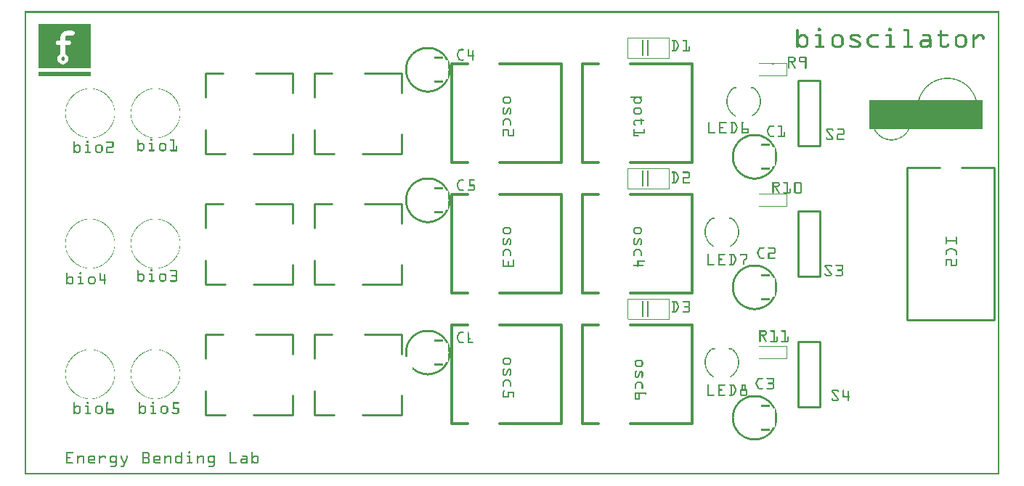
<source format=gto>
G04 MADE WITH FRITZING*
G04 WWW.FRITZING.ORG*
G04 DOUBLE SIDED*
G04 HOLES PLATED*
G04 CONTOUR ON CENTER OF CONTOUR VECTOR*
%ASAXBY*%
%FSLAX23Y23*%
%MOIN*%
%OFA0B0*%
%SFA1.0B1.0*%
%ADD10C,0.018021*%
%ADD11R,0.238495X0.021428*%
%ADD12R,0.007611X0.078250*%
%ADD13R,0.007625X0.078250*%
%ADD14R,0.509671X0.057849X0.509671X0.057849*%
%ADD15C,0.010000*%
%ADD16C,0.012500*%
%ADD17R,0.001000X0.001000*%
%LNSILK1*%
G90*
G70*
G54D10*
X177Y1911D03*
G54D11*
X185Y1842D03*
G54D12*
X2839Y1961D03*
G54D13*
X2862Y1961D03*
X3883Y1684D02*
X4393Y1684D01*
X4393Y1626D01*
X3883Y1626D01*
X3883Y1684D01*
D02*
G54D12*
X2839Y1361D03*
G54D13*
X2862Y1361D03*
G54D12*
X2839Y761D03*
G54D13*
X2862Y761D03*
G54D15*
X4052Y1411D02*
X4052Y711D01*
D02*
X4052Y711D02*
X4452Y711D01*
D02*
X4452Y711D02*
X4452Y1411D01*
D02*
X4052Y1411D02*
X4202Y1411D01*
D02*
X4302Y1411D02*
X4452Y1411D01*
D02*
X3552Y1811D02*
X3552Y1511D01*
D02*
X3552Y1511D02*
X3652Y1511D01*
D02*
X3652Y1511D02*
X3652Y1811D01*
D02*
X3652Y1811D02*
X3552Y1811D01*
D02*
X3552Y1211D02*
X3552Y911D01*
D02*
X3552Y911D02*
X3652Y911D01*
D02*
X3652Y911D02*
X3652Y1211D01*
D02*
X3652Y1211D02*
X3552Y1211D01*
D02*
X3552Y611D02*
X3552Y311D01*
D02*
X3552Y311D02*
X3652Y311D01*
D02*
X3652Y311D02*
X3652Y611D01*
D02*
X3652Y611D02*
X3552Y611D01*
D02*
X832Y876D02*
X922Y876D01*
D02*
X1052Y876D02*
X1232Y876D01*
D02*
X832Y1136D02*
X832Y1246D01*
D02*
X832Y986D02*
X832Y876D01*
D02*
X832Y1246D02*
X912Y1246D01*
D02*
X1062Y1246D02*
X1232Y1246D01*
D02*
X1232Y1246D02*
X1232Y1156D01*
D02*
X1232Y876D02*
X1232Y966D01*
D02*
X832Y1476D02*
X922Y1476D01*
D02*
X1052Y1476D02*
X1232Y1476D01*
D02*
X832Y1736D02*
X832Y1846D01*
D02*
X832Y1586D02*
X832Y1476D01*
D02*
X832Y1846D02*
X912Y1846D01*
D02*
X1062Y1846D02*
X1232Y1846D01*
D02*
X1232Y1846D02*
X1232Y1756D01*
D02*
X1232Y1476D02*
X1232Y1566D01*
D02*
X1332Y1476D02*
X1422Y1476D01*
D02*
X1552Y1476D02*
X1732Y1476D01*
D02*
X1332Y1736D02*
X1332Y1846D01*
D02*
X1332Y1586D02*
X1332Y1476D01*
D02*
X1332Y1846D02*
X1412Y1846D01*
D02*
X1562Y1846D02*
X1732Y1846D01*
D02*
X1732Y1846D02*
X1732Y1756D01*
D02*
X1732Y1476D02*
X1732Y1566D01*
D02*
X832Y276D02*
X922Y276D01*
D02*
X1052Y276D02*
X1232Y276D01*
D02*
X832Y536D02*
X832Y646D01*
D02*
X832Y386D02*
X832Y276D01*
D02*
X832Y646D02*
X912Y646D01*
D02*
X1062Y646D02*
X1232Y646D01*
D02*
X1232Y646D02*
X1232Y556D01*
D02*
X1232Y276D02*
X1232Y366D01*
D02*
X1332Y876D02*
X1422Y876D01*
D02*
X1552Y876D02*
X1732Y876D01*
D02*
X1332Y1136D02*
X1332Y1246D01*
D02*
X1332Y986D02*
X1332Y876D01*
D02*
X1332Y1246D02*
X1412Y1246D01*
D02*
X1562Y1246D02*
X1732Y1246D01*
D02*
X1732Y1246D02*
X1732Y1156D01*
D02*
X1732Y876D02*
X1732Y966D01*
D02*
X1332Y276D02*
X1422Y276D01*
D02*
X1552Y276D02*
X1732Y276D01*
D02*
X1332Y536D02*
X1332Y646D01*
D02*
X1332Y386D02*
X1332Y276D01*
D02*
X1332Y646D02*
X1412Y646D01*
D02*
X1562Y646D02*
X1732Y646D01*
D02*
X1732Y646D02*
X1732Y556D01*
D02*
X1732Y276D02*
X1732Y366D01*
G54D16*
X2633Y234D02*
X2561Y234D01*
X2561Y687D01*
X2633Y687D01*
D02*
X2781Y687D02*
X3064Y687D01*
X3064Y234D01*
X2781Y234D01*
D02*
X2033Y234D02*
X1961Y234D01*
X1961Y687D01*
X2033Y687D01*
D02*
X2181Y687D02*
X2464Y687D01*
X2464Y234D01*
X2181Y234D01*
D02*
X2633Y834D02*
X2561Y834D01*
X2561Y1287D01*
X2633Y1287D01*
D02*
X2781Y1287D02*
X3064Y1287D01*
X3064Y834D01*
X2781Y834D01*
D02*
X2033Y834D02*
X1961Y834D01*
X1961Y1287D01*
X2033Y1287D01*
D02*
X2181Y1287D02*
X2464Y1287D01*
X2464Y834D01*
X2181Y834D01*
D02*
X2033Y1434D02*
X1961Y1434D01*
X1961Y1887D01*
X2033Y1887D01*
D02*
X2181Y1887D02*
X2464Y1887D01*
X2464Y1434D01*
X2181Y1434D01*
D02*
X2633Y1434D02*
X2561Y1434D01*
X2561Y1887D01*
X2633Y1887D01*
D02*
X2781Y1887D02*
X3064Y1887D01*
X3064Y1434D01*
X2781Y1434D01*
D02*
G54D17*
X0Y2130D02*
X4475Y2130D01*
X0Y2129D02*
X4475Y2129D01*
X0Y2128D02*
X4475Y2128D01*
X0Y2127D02*
X4475Y2127D01*
X0Y2126D02*
X4475Y2126D01*
X0Y2125D02*
X4475Y2125D01*
X0Y2124D02*
X4475Y2124D01*
X0Y2123D02*
X4475Y2123D01*
X0Y2122D02*
X7Y2122D01*
X4468Y2122D02*
X4475Y2122D01*
X0Y2121D02*
X7Y2121D01*
X4468Y2121D02*
X4475Y2121D01*
X0Y2120D02*
X7Y2120D01*
X4468Y2120D02*
X4475Y2120D01*
X0Y2119D02*
X7Y2119D01*
X4468Y2119D02*
X4475Y2119D01*
X0Y2118D02*
X7Y2118D01*
X4468Y2118D02*
X4475Y2118D01*
X0Y2117D02*
X7Y2117D01*
X4468Y2117D02*
X4475Y2117D01*
X0Y2116D02*
X7Y2116D01*
X4468Y2116D02*
X4475Y2116D01*
X0Y2115D02*
X7Y2115D01*
X4468Y2115D02*
X4475Y2115D01*
X0Y2114D02*
X7Y2114D01*
X4468Y2114D02*
X4475Y2114D01*
X0Y2113D02*
X7Y2113D01*
X4468Y2113D02*
X4475Y2113D01*
X0Y2112D02*
X7Y2112D01*
X4468Y2112D02*
X4475Y2112D01*
X0Y2111D02*
X7Y2111D01*
X4468Y2111D02*
X4475Y2111D01*
X0Y2110D02*
X7Y2110D01*
X4468Y2110D02*
X4475Y2110D01*
X0Y2109D02*
X7Y2109D01*
X4468Y2109D02*
X4475Y2109D01*
X0Y2108D02*
X7Y2108D01*
X4468Y2108D02*
X4475Y2108D01*
X0Y2107D02*
X7Y2107D01*
X4468Y2107D02*
X4475Y2107D01*
X0Y2106D02*
X7Y2106D01*
X4468Y2106D02*
X4475Y2106D01*
X0Y2105D02*
X7Y2105D01*
X4468Y2105D02*
X4475Y2105D01*
X0Y2104D02*
X7Y2104D01*
X4468Y2104D02*
X4475Y2104D01*
X0Y2103D02*
X7Y2103D01*
X4468Y2103D02*
X4475Y2103D01*
X0Y2102D02*
X7Y2102D01*
X4468Y2102D02*
X4475Y2102D01*
X0Y2101D02*
X7Y2101D01*
X4468Y2101D02*
X4475Y2101D01*
X0Y2100D02*
X7Y2100D01*
X4468Y2100D02*
X4475Y2100D01*
X0Y2099D02*
X7Y2099D01*
X4468Y2099D02*
X4475Y2099D01*
X0Y2098D02*
X7Y2098D01*
X4468Y2098D02*
X4475Y2098D01*
X0Y2097D02*
X7Y2097D01*
X4468Y2097D02*
X4475Y2097D01*
X0Y2096D02*
X7Y2096D01*
X4468Y2096D02*
X4475Y2096D01*
X0Y2095D02*
X7Y2095D01*
X4468Y2095D02*
X4475Y2095D01*
X0Y2094D02*
X7Y2094D01*
X4468Y2094D02*
X4475Y2094D01*
X0Y2093D02*
X7Y2093D01*
X4468Y2093D02*
X4475Y2093D01*
X0Y2092D02*
X7Y2092D01*
X4468Y2092D02*
X4475Y2092D01*
X0Y2091D02*
X7Y2091D01*
X4468Y2091D02*
X4475Y2091D01*
X0Y2090D02*
X7Y2090D01*
X4468Y2090D02*
X4475Y2090D01*
X0Y2089D02*
X7Y2089D01*
X4468Y2089D02*
X4475Y2089D01*
X0Y2088D02*
X7Y2088D01*
X4468Y2088D02*
X4475Y2088D01*
X0Y2087D02*
X7Y2087D01*
X4468Y2087D02*
X4475Y2087D01*
X0Y2086D02*
X7Y2086D01*
X4468Y2086D02*
X4475Y2086D01*
X0Y2085D02*
X7Y2085D01*
X4468Y2085D02*
X4475Y2085D01*
X0Y2084D02*
X7Y2084D01*
X4468Y2084D02*
X4475Y2084D01*
X0Y2083D02*
X7Y2083D01*
X4468Y2083D02*
X4475Y2083D01*
X0Y2082D02*
X7Y2082D01*
X4468Y2082D02*
X4475Y2082D01*
X0Y2081D02*
X7Y2081D01*
X4468Y2081D02*
X4475Y2081D01*
X0Y2080D02*
X7Y2080D01*
X4468Y2080D02*
X4475Y2080D01*
X0Y2079D02*
X7Y2079D01*
X4468Y2079D02*
X4475Y2079D01*
X0Y2078D02*
X7Y2078D01*
X4468Y2078D02*
X4475Y2078D01*
X0Y2077D02*
X7Y2077D01*
X4468Y2077D02*
X4475Y2077D01*
X0Y2076D02*
X7Y2076D01*
X4468Y2076D02*
X4475Y2076D01*
X0Y2075D02*
X7Y2075D01*
X4468Y2075D02*
X4475Y2075D01*
X0Y2074D02*
X7Y2074D01*
X4468Y2074D02*
X4475Y2074D01*
X0Y2073D02*
X7Y2073D01*
X4468Y2073D02*
X4475Y2073D01*
X0Y2072D02*
X7Y2072D01*
X4468Y2072D02*
X4475Y2072D01*
X0Y2071D02*
X7Y2071D01*
X4468Y2071D02*
X4475Y2071D01*
X0Y2070D02*
X7Y2070D01*
X66Y2070D02*
X303Y2070D01*
X4468Y2070D02*
X4475Y2070D01*
X0Y2069D02*
X7Y2069D01*
X66Y2069D02*
X303Y2069D01*
X4468Y2069D02*
X4475Y2069D01*
X0Y2068D02*
X7Y2068D01*
X66Y2068D02*
X303Y2068D01*
X4468Y2068D02*
X4475Y2068D01*
X0Y2067D02*
X7Y2067D01*
X66Y2067D02*
X303Y2067D01*
X4468Y2067D02*
X4475Y2067D01*
X0Y2066D02*
X7Y2066D01*
X66Y2066D02*
X303Y2066D01*
X4468Y2066D02*
X4475Y2066D01*
X0Y2065D02*
X7Y2065D01*
X66Y2065D02*
X303Y2065D01*
X4468Y2065D02*
X4475Y2065D01*
X0Y2064D02*
X7Y2064D01*
X66Y2064D02*
X303Y2064D01*
X4468Y2064D02*
X4475Y2064D01*
X0Y2063D02*
X7Y2063D01*
X66Y2063D02*
X303Y2063D01*
X4468Y2063D02*
X4475Y2063D01*
X0Y2062D02*
X7Y2062D01*
X66Y2062D02*
X303Y2062D01*
X4468Y2062D02*
X4475Y2062D01*
X0Y2061D02*
X7Y2061D01*
X66Y2061D02*
X303Y2061D01*
X4468Y2061D02*
X4475Y2061D01*
X0Y2060D02*
X7Y2060D01*
X66Y2060D02*
X303Y2060D01*
X4468Y2060D02*
X4475Y2060D01*
X0Y2059D02*
X7Y2059D01*
X66Y2059D02*
X303Y2059D01*
X4468Y2059D02*
X4475Y2059D01*
X0Y2058D02*
X7Y2058D01*
X66Y2058D02*
X303Y2058D01*
X4468Y2058D02*
X4475Y2058D01*
X0Y2057D02*
X7Y2057D01*
X66Y2057D02*
X303Y2057D01*
X4468Y2057D02*
X4475Y2057D01*
X0Y2056D02*
X7Y2056D01*
X66Y2056D02*
X303Y2056D01*
X4468Y2056D02*
X4475Y2056D01*
X0Y2055D02*
X7Y2055D01*
X66Y2055D02*
X303Y2055D01*
X4468Y2055D02*
X4475Y2055D01*
X0Y2054D02*
X7Y2054D01*
X66Y2054D02*
X303Y2054D01*
X4468Y2054D02*
X4475Y2054D01*
X0Y2053D02*
X7Y2053D01*
X66Y2053D02*
X303Y2053D01*
X3646Y2053D02*
X3650Y2053D01*
X3969Y2053D02*
X3974Y2053D01*
X4468Y2053D02*
X4475Y2053D01*
X0Y2052D02*
X7Y2052D01*
X66Y2052D02*
X303Y2052D01*
X3643Y2052D02*
X3653Y2052D01*
X3966Y2052D02*
X3977Y2052D01*
X4468Y2052D02*
X4475Y2052D01*
X0Y2051D02*
X7Y2051D01*
X66Y2051D02*
X303Y2051D01*
X3641Y2051D02*
X3654Y2051D01*
X3965Y2051D02*
X3978Y2051D01*
X4468Y2051D02*
X4475Y2051D01*
X0Y2050D02*
X7Y2050D01*
X66Y2050D02*
X303Y2050D01*
X3641Y2050D02*
X3655Y2050D01*
X3964Y2050D02*
X3979Y2050D01*
X4468Y2050D02*
X4475Y2050D01*
X0Y2049D02*
X7Y2049D01*
X66Y2049D02*
X303Y2049D01*
X3640Y2049D02*
X3656Y2049D01*
X3964Y2049D02*
X3979Y2049D01*
X4468Y2049D02*
X4475Y2049D01*
X0Y2048D02*
X7Y2048D01*
X66Y2048D02*
X303Y2048D01*
X3546Y2048D02*
X3549Y2048D01*
X3640Y2048D02*
X3656Y2048D01*
X3964Y2048D02*
X3980Y2048D01*
X4037Y2048D02*
X4057Y2048D01*
X4468Y2048D02*
X4475Y2048D01*
X0Y2047D02*
X7Y2047D01*
X66Y2047D02*
X303Y2047D01*
X3545Y2047D02*
X3551Y2047D01*
X3640Y2047D02*
X3656Y2047D01*
X3964Y2047D02*
X3980Y2047D01*
X4036Y2047D02*
X4058Y2047D01*
X4468Y2047D02*
X4475Y2047D01*
X0Y2046D02*
X7Y2046D01*
X66Y2046D02*
X303Y2046D01*
X3544Y2046D02*
X3552Y2046D01*
X3640Y2046D02*
X3656Y2046D01*
X3964Y2046D02*
X3980Y2046D01*
X4035Y2046D02*
X4059Y2046D01*
X4468Y2046D02*
X4475Y2046D01*
X0Y2045D02*
X7Y2045D01*
X66Y2045D02*
X303Y2045D01*
X3543Y2045D02*
X3552Y2045D01*
X3640Y2045D02*
X3656Y2045D01*
X3964Y2045D02*
X3980Y2045D01*
X4034Y2045D02*
X4060Y2045D01*
X4468Y2045D02*
X4475Y2045D01*
X0Y2044D02*
X7Y2044D01*
X66Y2044D02*
X303Y2044D01*
X3543Y2044D02*
X3552Y2044D01*
X3640Y2044D02*
X3656Y2044D01*
X3964Y2044D02*
X3980Y2044D01*
X4034Y2044D02*
X4060Y2044D01*
X4468Y2044D02*
X4475Y2044D01*
X0Y2043D02*
X7Y2043D01*
X66Y2043D02*
X303Y2043D01*
X3543Y2043D02*
X3553Y2043D01*
X3640Y2043D02*
X3656Y2043D01*
X3964Y2043D02*
X3980Y2043D01*
X4034Y2043D02*
X4060Y2043D01*
X4204Y2043D02*
X4208Y2043D01*
X4468Y2043D02*
X4475Y2043D01*
X0Y2042D02*
X7Y2042D01*
X66Y2042D02*
X303Y2042D01*
X3542Y2042D02*
X3553Y2042D01*
X3640Y2042D02*
X3656Y2042D01*
X3964Y2042D02*
X3979Y2042D01*
X4034Y2042D02*
X4060Y2042D01*
X4203Y2042D02*
X4209Y2042D01*
X4468Y2042D02*
X4475Y2042D01*
X0Y2041D02*
X7Y2041D01*
X66Y2041D02*
X303Y2041D01*
X3542Y2041D02*
X3553Y2041D01*
X3640Y2041D02*
X3656Y2041D01*
X3964Y2041D02*
X3979Y2041D01*
X4034Y2041D02*
X4060Y2041D01*
X4202Y2041D02*
X4210Y2041D01*
X4468Y2041D02*
X4475Y2041D01*
X0Y2040D02*
X7Y2040D01*
X66Y2040D02*
X194Y2040D01*
X220Y2040D02*
X303Y2040D01*
X3542Y2040D02*
X3553Y2040D01*
X3641Y2040D02*
X3655Y2040D01*
X3964Y2040D02*
X3979Y2040D01*
X4034Y2040D02*
X4060Y2040D01*
X4201Y2040D02*
X4211Y2040D01*
X4468Y2040D02*
X4475Y2040D01*
X0Y2039D02*
X7Y2039D01*
X66Y2039D02*
X187Y2039D01*
X224Y2039D02*
X303Y2039D01*
X3542Y2039D02*
X3553Y2039D01*
X3641Y2039D02*
X3654Y2039D01*
X3965Y2039D02*
X3978Y2039D01*
X4035Y2039D02*
X4060Y2039D01*
X4201Y2039D02*
X4211Y2039D01*
X4468Y2039D02*
X4475Y2039D01*
X0Y2038D02*
X7Y2038D01*
X66Y2038D02*
X184Y2038D01*
X226Y2038D02*
X303Y2038D01*
X3542Y2038D02*
X3553Y2038D01*
X3643Y2038D02*
X3653Y2038D01*
X3966Y2038D02*
X3977Y2038D01*
X4036Y2038D02*
X4060Y2038D01*
X4201Y2038D02*
X4211Y2038D01*
X4468Y2038D02*
X4475Y2038D01*
X0Y2037D02*
X7Y2037D01*
X66Y2037D02*
X182Y2037D01*
X228Y2037D02*
X303Y2037D01*
X3542Y2037D02*
X3553Y2037D01*
X4050Y2037D02*
X4060Y2037D01*
X4201Y2037D02*
X4211Y2037D01*
X4468Y2037D02*
X4475Y2037D01*
X0Y2036D02*
X7Y2036D01*
X66Y2036D02*
X180Y2036D01*
X228Y2036D02*
X303Y2036D01*
X3542Y2036D02*
X3553Y2036D01*
X4050Y2036D02*
X4060Y2036D01*
X4201Y2036D02*
X4211Y2036D01*
X4468Y2036D02*
X4475Y2036D01*
X0Y2035D02*
X7Y2035D01*
X66Y2035D02*
X178Y2035D01*
X229Y2035D02*
X303Y2035D01*
X3542Y2035D02*
X3553Y2035D01*
X4050Y2035D02*
X4060Y2035D01*
X4201Y2035D02*
X4211Y2035D01*
X4468Y2035D02*
X4475Y2035D01*
X0Y2034D02*
X7Y2034D01*
X66Y2034D02*
X177Y2034D01*
X230Y2034D02*
X303Y2034D01*
X3542Y2034D02*
X3553Y2034D01*
X4050Y2034D02*
X4060Y2034D01*
X4201Y2034D02*
X4211Y2034D01*
X4468Y2034D02*
X4475Y2034D01*
X0Y2033D02*
X7Y2033D01*
X66Y2033D02*
X176Y2033D01*
X230Y2033D02*
X303Y2033D01*
X3542Y2033D02*
X3553Y2033D01*
X4050Y2033D02*
X4060Y2033D01*
X4201Y2033D02*
X4211Y2033D01*
X4468Y2033D02*
X4475Y2033D01*
X0Y2032D02*
X7Y2032D01*
X66Y2032D02*
X175Y2032D01*
X230Y2032D02*
X303Y2032D01*
X3542Y2032D02*
X3553Y2032D01*
X4050Y2032D02*
X4060Y2032D01*
X4201Y2032D02*
X4211Y2032D01*
X4468Y2032D02*
X4475Y2032D01*
X0Y2031D02*
X7Y2031D01*
X66Y2031D02*
X174Y2031D01*
X230Y2031D02*
X303Y2031D01*
X3542Y2031D02*
X3553Y2031D01*
X4050Y2031D02*
X4060Y2031D01*
X4201Y2031D02*
X4211Y2031D01*
X4468Y2031D02*
X4475Y2031D01*
X0Y2030D02*
X7Y2030D01*
X66Y2030D02*
X173Y2030D01*
X230Y2030D02*
X303Y2030D01*
X3542Y2030D02*
X3553Y2030D01*
X4050Y2030D02*
X4060Y2030D01*
X4201Y2030D02*
X4211Y2030D01*
X4468Y2030D02*
X4475Y2030D01*
X0Y2029D02*
X7Y2029D01*
X66Y2029D02*
X172Y2029D01*
X230Y2029D02*
X303Y2029D01*
X3542Y2029D02*
X3553Y2029D01*
X4050Y2029D02*
X4060Y2029D01*
X4201Y2029D02*
X4211Y2029D01*
X4468Y2029D02*
X4475Y2029D01*
X0Y2028D02*
X7Y2028D01*
X66Y2028D02*
X171Y2028D01*
X230Y2028D02*
X303Y2028D01*
X3542Y2028D02*
X3553Y2028D01*
X4050Y2028D02*
X4060Y2028D01*
X4201Y2028D02*
X4211Y2028D01*
X4468Y2028D02*
X4475Y2028D01*
X0Y2027D02*
X7Y2027D01*
X66Y2027D02*
X170Y2027D01*
X230Y2027D02*
X303Y2027D01*
X3542Y2027D02*
X3553Y2027D01*
X4050Y2027D02*
X4060Y2027D01*
X4201Y2027D02*
X4211Y2027D01*
X4468Y2027D02*
X4475Y2027D01*
X0Y2026D02*
X7Y2026D01*
X66Y2026D02*
X170Y2026D01*
X230Y2026D02*
X303Y2026D01*
X3542Y2026D02*
X3553Y2026D01*
X4050Y2026D02*
X4060Y2026D01*
X4201Y2026D02*
X4211Y2026D01*
X4468Y2026D02*
X4475Y2026D01*
X0Y2025D02*
X7Y2025D01*
X66Y2025D02*
X169Y2025D01*
X230Y2025D02*
X303Y2025D01*
X3542Y2025D02*
X3553Y2025D01*
X4050Y2025D02*
X4060Y2025D01*
X4201Y2025D02*
X4211Y2025D01*
X4468Y2025D02*
X4475Y2025D01*
X0Y2024D02*
X7Y2024D01*
X66Y2024D02*
X169Y2024D01*
X229Y2024D02*
X303Y2024D01*
X3542Y2024D02*
X3553Y2024D01*
X3565Y2024D02*
X3581Y2024D01*
X3632Y2024D02*
X3653Y2024D01*
X3721Y2024D02*
X3742Y2024D01*
X3797Y2024D02*
X3828Y2024D01*
X3888Y2024D02*
X3918Y2024D01*
X3956Y2024D02*
X3976Y2024D01*
X4050Y2024D02*
X4060Y2024D01*
X4123Y2024D02*
X4150Y2024D01*
X4193Y2024D02*
X4236Y2024D01*
X4287Y2024D02*
X4309Y2024D01*
X4355Y2024D02*
X4359Y2024D01*
X4377Y2024D02*
X4394Y2024D01*
X4468Y2024D02*
X4475Y2024D01*
X0Y2023D02*
X7Y2023D01*
X66Y2023D02*
X168Y2023D01*
X229Y2023D02*
X303Y2023D01*
X3542Y2023D02*
X3553Y2023D01*
X3562Y2023D02*
X3583Y2023D01*
X3631Y2023D02*
X3654Y2023D01*
X3718Y2023D02*
X3745Y2023D01*
X3794Y2023D02*
X3831Y2023D01*
X3885Y2023D02*
X3919Y2023D01*
X3954Y2023D02*
X3978Y2023D01*
X4050Y2023D02*
X4060Y2023D01*
X4122Y2023D02*
X4153Y2023D01*
X4192Y2023D02*
X4237Y2023D01*
X4285Y2023D02*
X4312Y2023D01*
X4354Y2023D02*
X4360Y2023D01*
X4376Y2023D02*
X4397Y2023D01*
X4468Y2023D02*
X4475Y2023D01*
X0Y2022D02*
X7Y2022D01*
X66Y2022D02*
X168Y2022D01*
X228Y2022D02*
X303Y2022D01*
X3542Y2022D02*
X3553Y2022D01*
X3560Y2022D02*
X3585Y2022D01*
X3630Y2022D02*
X3655Y2022D01*
X3716Y2022D02*
X3747Y2022D01*
X3793Y2022D02*
X3833Y2022D01*
X3883Y2022D02*
X3920Y2022D01*
X3954Y2022D02*
X3979Y2022D01*
X4050Y2022D02*
X4060Y2022D01*
X4121Y2022D02*
X4154Y2022D01*
X4191Y2022D02*
X4238Y2022D01*
X4283Y2022D02*
X4313Y2022D01*
X4353Y2022D02*
X4361Y2022D01*
X4374Y2022D02*
X4399Y2022D01*
X4468Y2022D02*
X4475Y2022D01*
X0Y2021D02*
X7Y2021D01*
X66Y2021D02*
X167Y2021D01*
X227Y2021D02*
X303Y2021D01*
X3542Y2021D02*
X3553Y2021D01*
X3558Y2021D02*
X3587Y2021D01*
X3629Y2021D02*
X3655Y2021D01*
X3715Y2021D02*
X3748Y2021D01*
X3791Y2021D02*
X3834Y2021D01*
X3882Y2021D02*
X3920Y2021D01*
X3953Y2021D02*
X3979Y2021D01*
X4050Y2021D02*
X4060Y2021D01*
X4120Y2021D02*
X4156Y2021D01*
X4190Y2021D02*
X4238Y2021D01*
X4281Y2021D02*
X4315Y2021D01*
X4352Y2021D02*
X4362Y2021D01*
X4373Y2021D02*
X4400Y2021D01*
X4468Y2021D02*
X4475Y2021D01*
X0Y2020D02*
X7Y2020D01*
X66Y2020D02*
X167Y2020D01*
X225Y2020D02*
X303Y2020D01*
X3542Y2020D02*
X3553Y2020D01*
X3557Y2020D02*
X3588Y2020D01*
X3629Y2020D02*
X3656Y2020D01*
X3714Y2020D02*
X3750Y2020D01*
X3790Y2020D02*
X3835Y2020D01*
X3880Y2020D02*
X3921Y2020D01*
X3953Y2020D02*
X3979Y2020D01*
X4050Y2020D02*
X4060Y2020D01*
X4120Y2020D02*
X4157Y2020D01*
X4190Y2020D02*
X4239Y2020D01*
X4280Y2020D02*
X4316Y2020D01*
X4352Y2020D02*
X4362Y2020D01*
X4372Y2020D02*
X4401Y2020D01*
X4468Y2020D02*
X4475Y2020D01*
X0Y2019D02*
X7Y2019D01*
X66Y2019D02*
X166Y2019D01*
X223Y2019D02*
X303Y2019D01*
X3542Y2019D02*
X3553Y2019D01*
X3556Y2019D02*
X3589Y2019D01*
X3629Y2019D02*
X3656Y2019D01*
X3712Y2019D02*
X3751Y2019D01*
X3790Y2019D02*
X3836Y2019D01*
X3879Y2019D02*
X3921Y2019D01*
X3953Y2019D02*
X3980Y2019D01*
X4050Y2019D02*
X4060Y2019D01*
X4120Y2019D02*
X4158Y2019D01*
X4190Y2019D02*
X4239Y2019D01*
X4279Y2019D02*
X4317Y2019D01*
X4352Y2019D02*
X4362Y2019D01*
X4371Y2019D02*
X4402Y2019D01*
X4468Y2019D02*
X4475Y2019D01*
X0Y2018D02*
X7Y2018D01*
X66Y2018D02*
X166Y2018D01*
X196Y2018D02*
X303Y2018D01*
X3542Y2018D02*
X3590Y2018D01*
X3629Y2018D02*
X3656Y2018D01*
X3711Y2018D02*
X3752Y2018D01*
X3789Y2018D02*
X3837Y2018D01*
X3878Y2018D02*
X3921Y2018D01*
X3953Y2018D02*
X3980Y2018D01*
X4050Y2018D02*
X4060Y2018D01*
X4120Y2018D02*
X4159Y2018D01*
X4190Y2018D02*
X4239Y2018D01*
X4278Y2018D02*
X4319Y2018D01*
X4352Y2018D02*
X4362Y2018D01*
X4370Y2018D02*
X4403Y2018D01*
X4468Y2018D02*
X4475Y2018D01*
X0Y2017D02*
X7Y2017D01*
X66Y2017D02*
X166Y2017D01*
X192Y2017D02*
X303Y2017D01*
X3542Y2017D02*
X3591Y2017D01*
X3629Y2017D02*
X3656Y2017D01*
X3710Y2017D02*
X3753Y2017D01*
X3788Y2017D02*
X3838Y2017D01*
X3877Y2017D02*
X3921Y2017D01*
X3953Y2017D02*
X3980Y2017D01*
X4050Y2017D02*
X4060Y2017D01*
X4120Y2017D02*
X4159Y2017D01*
X4190Y2017D02*
X4239Y2017D01*
X4277Y2017D02*
X4320Y2017D01*
X4352Y2017D02*
X4362Y2017D01*
X4369Y2017D02*
X4404Y2017D01*
X4468Y2017D02*
X4475Y2017D01*
X0Y2016D02*
X7Y2016D01*
X66Y2016D02*
X166Y2016D01*
X191Y2016D02*
X303Y2016D01*
X3542Y2016D02*
X3592Y2016D01*
X3630Y2016D02*
X3656Y2016D01*
X3709Y2016D02*
X3754Y2016D01*
X3788Y2016D02*
X3838Y2016D01*
X3876Y2016D02*
X3920Y2016D01*
X3953Y2016D02*
X3980Y2016D01*
X4050Y2016D02*
X4060Y2016D01*
X4121Y2016D02*
X4160Y2016D01*
X4191Y2016D02*
X4238Y2016D01*
X4276Y2016D02*
X4321Y2016D01*
X4352Y2016D02*
X4362Y2016D01*
X4367Y2016D02*
X4404Y2016D01*
X4468Y2016D02*
X4475Y2016D01*
X0Y2015D02*
X7Y2015D01*
X66Y2015D02*
X165Y2015D01*
X190Y2015D02*
X303Y2015D01*
X3542Y2015D02*
X3593Y2015D01*
X3631Y2015D02*
X3656Y2015D01*
X3708Y2015D02*
X3755Y2015D01*
X3787Y2015D02*
X3839Y2015D01*
X3875Y2015D02*
X3919Y2015D01*
X3954Y2015D02*
X3980Y2015D01*
X4050Y2015D02*
X4060Y2015D01*
X4122Y2015D02*
X4161Y2015D01*
X4191Y2015D02*
X4237Y2015D01*
X4275Y2015D02*
X4322Y2015D01*
X4352Y2015D02*
X4362Y2015D01*
X4366Y2015D02*
X4405Y2015D01*
X4468Y2015D02*
X4475Y2015D01*
X0Y2014D02*
X7Y2014D01*
X66Y2014D02*
X165Y2014D01*
X189Y2014D02*
X303Y2014D01*
X3542Y2014D02*
X3594Y2014D01*
X3632Y2014D02*
X3656Y2014D01*
X3708Y2014D02*
X3756Y2014D01*
X3787Y2014D02*
X3839Y2014D01*
X3874Y2014D02*
X3918Y2014D01*
X3956Y2014D02*
X3980Y2014D01*
X4050Y2014D02*
X4060Y2014D01*
X4123Y2014D02*
X4161Y2014D01*
X4193Y2014D02*
X4236Y2014D01*
X4274Y2014D02*
X4322Y2014D01*
X4352Y2014D02*
X4362Y2014D01*
X4365Y2014D02*
X4405Y2014D01*
X4468Y2014D02*
X4475Y2014D01*
X0Y2013D02*
X7Y2013D01*
X66Y2013D02*
X165Y2013D01*
X189Y2013D02*
X303Y2013D01*
X3542Y2013D02*
X3566Y2013D01*
X3579Y2013D02*
X3595Y2013D01*
X3646Y2013D02*
X3656Y2013D01*
X3707Y2013D02*
X3722Y2013D01*
X3741Y2013D02*
X3757Y2013D01*
X3787Y2013D02*
X3799Y2013D01*
X3826Y2013D02*
X3839Y2013D01*
X3873Y2013D02*
X3890Y2013D01*
X3969Y2013D02*
X3980Y2013D01*
X4050Y2013D02*
X4060Y2013D01*
X4148Y2013D02*
X4161Y2013D01*
X4201Y2013D02*
X4211Y2013D01*
X4273Y2013D02*
X4289Y2013D01*
X4307Y2013D02*
X4323Y2013D01*
X4352Y2013D02*
X4362Y2013D01*
X4364Y2013D02*
X4380Y2013D01*
X4392Y2013D02*
X4406Y2013D01*
X4468Y2013D02*
X4475Y2013D01*
X0Y2012D02*
X7Y2012D01*
X66Y2012D02*
X165Y2012D01*
X188Y2012D02*
X303Y2012D01*
X3542Y2012D02*
X3564Y2012D01*
X3581Y2012D02*
X3595Y2012D01*
X3646Y2012D02*
X3656Y2012D01*
X3706Y2012D02*
X3721Y2012D01*
X3743Y2012D02*
X3757Y2012D01*
X3787Y2012D02*
X3797Y2012D01*
X3828Y2012D02*
X3838Y2012D01*
X3872Y2012D02*
X3888Y2012D01*
X3969Y2012D02*
X3980Y2012D01*
X4050Y2012D02*
X4060Y2012D01*
X4150Y2012D02*
X4162Y2012D01*
X4201Y2012D02*
X4211Y2012D01*
X4273Y2012D02*
X4287Y2012D01*
X4310Y2012D02*
X4324Y2012D01*
X4352Y2012D02*
X4379Y2012D01*
X4394Y2012D02*
X4406Y2012D01*
X4468Y2012D02*
X4475Y2012D01*
X0Y2011D02*
X7Y2011D01*
X66Y2011D02*
X165Y2011D01*
X188Y2011D02*
X303Y2011D01*
X3542Y2011D02*
X3563Y2011D01*
X3582Y2011D02*
X3596Y2011D01*
X3646Y2011D02*
X3656Y2011D01*
X3706Y2011D02*
X3719Y2011D01*
X3744Y2011D02*
X3758Y2011D01*
X3787Y2011D02*
X3797Y2011D01*
X3829Y2011D02*
X3838Y2011D01*
X3871Y2011D02*
X3887Y2011D01*
X3969Y2011D02*
X3980Y2011D01*
X4050Y2011D02*
X4060Y2011D01*
X4151Y2011D02*
X4162Y2011D01*
X4201Y2011D02*
X4211Y2011D01*
X4272Y2011D02*
X4286Y2011D01*
X4311Y2011D02*
X4324Y2011D01*
X4352Y2011D02*
X4378Y2011D01*
X4395Y2011D02*
X4406Y2011D01*
X4468Y2011D02*
X4475Y2011D01*
X0Y2010D02*
X7Y2010D01*
X66Y2010D02*
X165Y2010D01*
X188Y2010D02*
X303Y2010D01*
X3542Y2010D02*
X3562Y2010D01*
X3583Y2010D02*
X3596Y2010D01*
X3646Y2010D02*
X3656Y2010D01*
X3705Y2010D02*
X3718Y2010D01*
X3746Y2010D02*
X3758Y2010D01*
X3787Y2010D02*
X3797Y2010D01*
X3831Y2010D02*
X3837Y2010D01*
X3870Y2010D02*
X3886Y2010D01*
X3969Y2010D02*
X3980Y2010D01*
X4050Y2010D02*
X4060Y2010D01*
X4151Y2010D02*
X4162Y2010D01*
X4201Y2010D02*
X4211Y2010D01*
X4272Y2010D02*
X4285Y2010D01*
X4312Y2010D02*
X4324Y2010D01*
X4352Y2010D02*
X4377Y2010D01*
X4396Y2010D02*
X4406Y2010D01*
X4468Y2010D02*
X4475Y2010D01*
X0Y2009D02*
X7Y2009D01*
X66Y2009D02*
X165Y2009D01*
X188Y2009D02*
X303Y2009D01*
X3542Y2009D02*
X3561Y2009D01*
X3584Y2009D02*
X3596Y2009D01*
X3646Y2009D02*
X3656Y2009D01*
X3705Y2009D02*
X3717Y2009D01*
X3747Y2009D02*
X3758Y2009D01*
X3787Y2009D02*
X3797Y2009D01*
X3832Y2009D02*
X3835Y2009D01*
X3869Y2009D02*
X3885Y2009D01*
X3969Y2009D02*
X3980Y2009D01*
X4050Y2009D02*
X4060Y2009D01*
X4151Y2009D02*
X4162Y2009D01*
X4201Y2009D02*
X4211Y2009D01*
X4272Y2009D02*
X4284Y2009D01*
X4313Y2009D02*
X4325Y2009D01*
X4352Y2009D02*
X4376Y2009D01*
X4396Y2009D02*
X4406Y2009D01*
X4468Y2009D02*
X4475Y2009D01*
X0Y2008D02*
X7Y2008D01*
X66Y2008D02*
X165Y2008D01*
X188Y2008D02*
X303Y2008D01*
X2769Y2008D02*
X2961Y2008D01*
X3542Y2008D02*
X3560Y2008D01*
X3585Y2008D02*
X3597Y2008D01*
X3646Y2008D02*
X3656Y2008D01*
X3705Y2008D02*
X3716Y2008D01*
X3747Y2008D02*
X3759Y2008D01*
X3787Y2008D02*
X3798Y2008D01*
X3868Y2008D02*
X3883Y2008D01*
X3969Y2008D02*
X3980Y2008D01*
X4050Y2008D02*
X4060Y2008D01*
X4152Y2008D02*
X4162Y2008D01*
X4201Y2008D02*
X4211Y2008D01*
X4271Y2008D02*
X4283Y2008D01*
X4314Y2008D02*
X4325Y2008D01*
X4352Y2008D02*
X4374Y2008D01*
X4396Y2008D02*
X4406Y2008D01*
X4468Y2008D02*
X4475Y2008D01*
X0Y2007D02*
X7Y2007D01*
X66Y2007D02*
X165Y2007D01*
X188Y2007D02*
X303Y2007D01*
X2769Y2007D02*
X2961Y2007D01*
X3542Y2007D02*
X3559Y2007D01*
X3586Y2007D02*
X3597Y2007D01*
X3646Y2007D02*
X3656Y2007D01*
X3705Y2007D02*
X3715Y2007D01*
X3748Y2007D02*
X3759Y2007D01*
X3787Y2007D02*
X3799Y2007D01*
X3868Y2007D02*
X3882Y2007D01*
X3969Y2007D02*
X3980Y2007D01*
X4050Y2007D02*
X4060Y2007D01*
X4152Y2007D02*
X4162Y2007D01*
X4201Y2007D02*
X4211Y2007D01*
X4271Y2007D02*
X4282Y2007D01*
X4315Y2007D02*
X4325Y2007D01*
X4352Y2007D02*
X4373Y2007D01*
X4396Y2007D02*
X4406Y2007D01*
X4468Y2007D02*
X4475Y2007D01*
X0Y2006D02*
X7Y2006D01*
X66Y2006D02*
X165Y2006D01*
X188Y2006D02*
X303Y2006D01*
X2769Y2006D02*
X2961Y2006D01*
X3542Y2006D02*
X3557Y2006D01*
X3587Y2006D02*
X3597Y2006D01*
X3646Y2006D02*
X3656Y2006D01*
X3704Y2006D02*
X3715Y2006D01*
X3748Y2006D02*
X3759Y2006D01*
X3787Y2006D02*
X3802Y2006D01*
X3867Y2006D02*
X3881Y2006D01*
X3969Y2006D02*
X3980Y2006D01*
X4050Y2006D02*
X4060Y2006D01*
X4152Y2006D02*
X4162Y2006D01*
X4201Y2006D02*
X4211Y2006D01*
X4271Y2006D02*
X4281Y2006D01*
X4315Y2006D02*
X4325Y2006D01*
X4352Y2006D02*
X4372Y2006D01*
X4396Y2006D02*
X4406Y2006D01*
X4468Y2006D02*
X4475Y2006D01*
X0Y2005D02*
X7Y2005D01*
X66Y2005D02*
X165Y2005D01*
X188Y2005D02*
X303Y2005D01*
X2769Y2005D02*
X2771Y2005D01*
X2831Y2005D02*
X2899Y2005D01*
X2959Y2005D02*
X2961Y2005D01*
X3542Y2005D02*
X3556Y2005D01*
X3587Y2005D02*
X3597Y2005D01*
X3646Y2005D02*
X3656Y2005D01*
X3704Y2005D02*
X3715Y2005D01*
X3749Y2005D02*
X3759Y2005D01*
X3788Y2005D02*
X3804Y2005D01*
X3867Y2005D02*
X3880Y2005D01*
X3969Y2005D02*
X3980Y2005D01*
X4050Y2005D02*
X4060Y2005D01*
X4152Y2005D02*
X4162Y2005D01*
X4201Y2005D02*
X4211Y2005D01*
X4271Y2005D02*
X4281Y2005D01*
X4315Y2005D02*
X4325Y2005D01*
X4352Y2005D02*
X4371Y2005D01*
X4396Y2005D02*
X4406Y2005D01*
X4468Y2005D02*
X4475Y2005D01*
X0Y2004D02*
X7Y2004D01*
X66Y2004D02*
X165Y2004D01*
X188Y2004D02*
X303Y2004D01*
X2769Y2004D02*
X2771Y2004D01*
X2959Y2004D02*
X2961Y2004D01*
X3542Y2004D02*
X3555Y2004D01*
X3587Y2004D02*
X3597Y2004D01*
X3646Y2004D02*
X3656Y2004D01*
X3704Y2004D02*
X3715Y2004D01*
X3749Y2004D02*
X3759Y2004D01*
X3788Y2004D02*
X3806Y2004D01*
X3867Y2004D02*
X3879Y2004D01*
X3969Y2004D02*
X3980Y2004D01*
X4050Y2004D02*
X4060Y2004D01*
X4152Y2004D02*
X4162Y2004D01*
X4201Y2004D02*
X4211Y2004D01*
X4271Y2004D02*
X4281Y2004D01*
X4315Y2004D02*
X4326Y2004D01*
X4352Y2004D02*
X4370Y2004D01*
X4396Y2004D02*
X4406Y2004D01*
X4468Y2004D02*
X4475Y2004D01*
X0Y2003D02*
X7Y2003D01*
X66Y2003D02*
X165Y2003D01*
X188Y2003D02*
X303Y2003D01*
X2769Y2003D02*
X2771Y2003D01*
X2959Y2003D02*
X2961Y2003D01*
X3542Y2003D02*
X3554Y2003D01*
X3587Y2003D02*
X3597Y2003D01*
X3646Y2003D02*
X3656Y2003D01*
X3704Y2003D02*
X3715Y2003D01*
X3749Y2003D02*
X3759Y2003D01*
X3789Y2003D02*
X3809Y2003D01*
X3866Y2003D02*
X3878Y2003D01*
X3969Y2003D02*
X3980Y2003D01*
X4050Y2003D02*
X4060Y2003D01*
X4152Y2003D02*
X4162Y2003D01*
X4201Y2003D02*
X4211Y2003D01*
X4271Y2003D02*
X4281Y2003D01*
X4315Y2003D02*
X4326Y2003D01*
X4352Y2003D02*
X4369Y2003D01*
X4396Y2003D02*
X4406Y2003D01*
X4468Y2003D02*
X4475Y2003D01*
X0Y2002D02*
X7Y2002D01*
X66Y2002D02*
X165Y2002D01*
X188Y2002D02*
X303Y2002D01*
X2769Y2002D02*
X2771Y2002D01*
X2959Y2002D02*
X2961Y2002D01*
X3542Y2002D02*
X3553Y2002D01*
X3587Y2002D02*
X3597Y2002D01*
X3646Y2002D02*
X3656Y2002D01*
X3704Y2002D02*
X3715Y2002D01*
X3749Y2002D02*
X3759Y2002D01*
X3789Y2002D02*
X3811Y2002D01*
X3866Y2002D02*
X3877Y2002D01*
X3969Y2002D02*
X3980Y2002D01*
X4050Y2002D02*
X4060Y2002D01*
X4152Y2002D02*
X4162Y2002D01*
X4201Y2002D02*
X4211Y2002D01*
X4271Y2002D02*
X4281Y2002D01*
X4315Y2002D02*
X4326Y2002D01*
X4352Y2002D02*
X4367Y2002D01*
X4397Y2002D02*
X4406Y2002D01*
X4468Y2002D02*
X4475Y2002D01*
X0Y2001D02*
X7Y2001D01*
X66Y2001D02*
X165Y2001D01*
X188Y2001D02*
X303Y2001D01*
X2769Y2001D02*
X2771Y2001D01*
X2959Y2001D02*
X2961Y2001D01*
X3542Y2001D02*
X3553Y2001D01*
X3587Y2001D02*
X3597Y2001D01*
X3646Y2001D02*
X3656Y2001D01*
X3704Y2001D02*
X3715Y2001D01*
X3749Y2001D02*
X3759Y2001D01*
X3790Y2001D02*
X3813Y2001D01*
X3866Y2001D02*
X3877Y2001D01*
X3969Y2001D02*
X3980Y2001D01*
X4050Y2001D02*
X4060Y2001D01*
X4152Y2001D02*
X4162Y2001D01*
X4201Y2001D02*
X4211Y2001D01*
X4271Y2001D02*
X4281Y2001D01*
X4315Y2001D02*
X4326Y2001D01*
X4352Y2001D02*
X4366Y2001D01*
X4398Y2001D02*
X4405Y2001D01*
X4468Y2001D02*
X4475Y2001D01*
X0Y2000D02*
X7Y2000D01*
X66Y2000D02*
X165Y2000D01*
X188Y2000D02*
X303Y2000D01*
X2769Y2000D02*
X2771Y2000D01*
X2959Y2000D02*
X2961Y2000D01*
X3542Y2000D02*
X3553Y2000D01*
X3587Y2000D02*
X3597Y2000D01*
X3646Y2000D02*
X3656Y2000D01*
X3704Y2000D02*
X3715Y2000D01*
X3749Y2000D02*
X3759Y2000D01*
X3791Y2000D02*
X3816Y2000D01*
X3866Y2000D02*
X3877Y2000D01*
X3969Y2000D02*
X3980Y2000D01*
X4050Y2000D02*
X4060Y2000D01*
X4120Y2000D02*
X4163Y2000D01*
X4201Y2000D02*
X4211Y2000D01*
X4271Y2000D02*
X4281Y2000D01*
X4315Y2000D02*
X4326Y2000D01*
X4352Y2000D02*
X4365Y2000D01*
X4399Y2000D02*
X4404Y2000D01*
X4468Y2000D02*
X4475Y2000D01*
X0Y1999D02*
X7Y1999D01*
X66Y1999D02*
X165Y1999D01*
X188Y1999D02*
X303Y1999D01*
X2769Y1999D02*
X2771Y1999D01*
X2959Y1999D02*
X2961Y1999D01*
X2973Y1999D02*
X2988Y1999D01*
X3023Y1999D02*
X3040Y1999D01*
X3542Y1999D02*
X3553Y1999D01*
X3587Y1999D02*
X3597Y1999D01*
X3646Y1999D02*
X3656Y1999D01*
X3704Y1999D02*
X3715Y1999D01*
X3749Y1999D02*
X3759Y1999D01*
X3792Y1999D02*
X3818Y1999D01*
X3866Y1999D02*
X3876Y1999D01*
X3969Y1999D02*
X3980Y1999D01*
X4050Y1999D02*
X4060Y1999D01*
X4118Y1999D02*
X4163Y1999D01*
X4201Y1999D02*
X4211Y1999D01*
X4271Y1999D02*
X4281Y1999D01*
X4315Y1999D02*
X4326Y1999D01*
X4352Y1999D02*
X4364Y1999D01*
X4468Y1999D02*
X4475Y1999D01*
X0Y1998D02*
X7Y1998D01*
X66Y1998D02*
X165Y1998D01*
X188Y1998D02*
X303Y1998D01*
X2769Y1998D02*
X2771Y1998D01*
X2959Y1998D02*
X2961Y1998D01*
X2971Y1998D02*
X2991Y1998D01*
X3022Y1998D02*
X3040Y1998D01*
X3542Y1998D02*
X3553Y1998D01*
X3587Y1998D02*
X3597Y1998D01*
X3646Y1998D02*
X3656Y1998D01*
X3704Y1998D02*
X3715Y1998D01*
X3749Y1998D02*
X3759Y1998D01*
X3793Y1998D02*
X3820Y1998D01*
X3866Y1998D02*
X3876Y1998D01*
X3969Y1998D02*
X3980Y1998D01*
X4050Y1998D02*
X4060Y1998D01*
X4116Y1998D02*
X4163Y1998D01*
X4201Y1998D02*
X4211Y1998D01*
X4271Y1998D02*
X4281Y1998D01*
X4315Y1998D02*
X4326Y1998D01*
X4352Y1998D02*
X4363Y1998D01*
X4468Y1998D02*
X4475Y1998D01*
X0Y1997D02*
X7Y1997D01*
X66Y1997D02*
X165Y1997D01*
X188Y1997D02*
X303Y1997D01*
X2769Y1997D02*
X2771Y1997D01*
X2959Y1997D02*
X2961Y1997D01*
X2971Y1997D02*
X2992Y1997D01*
X3021Y1997D02*
X3040Y1997D01*
X3542Y1997D02*
X3553Y1997D01*
X3587Y1997D02*
X3597Y1997D01*
X3646Y1997D02*
X3656Y1997D01*
X3704Y1997D02*
X3715Y1997D01*
X3749Y1997D02*
X3759Y1997D01*
X3795Y1997D02*
X3823Y1997D01*
X3866Y1997D02*
X3876Y1997D01*
X3969Y1997D02*
X3980Y1997D01*
X4050Y1997D02*
X4060Y1997D01*
X4115Y1997D02*
X4163Y1997D01*
X4201Y1997D02*
X4211Y1997D01*
X4271Y1997D02*
X4281Y1997D01*
X4315Y1997D02*
X4326Y1997D01*
X4352Y1997D02*
X4362Y1997D01*
X4468Y1997D02*
X4475Y1997D01*
X0Y1996D02*
X7Y1996D01*
X66Y1996D02*
X164Y1996D01*
X188Y1996D02*
X303Y1996D01*
X2769Y1996D02*
X2771Y1996D01*
X2959Y1996D02*
X2961Y1996D01*
X2970Y1996D02*
X2993Y1996D01*
X3021Y1996D02*
X3040Y1996D01*
X3542Y1996D02*
X3553Y1996D01*
X3587Y1996D02*
X3597Y1996D01*
X3646Y1996D02*
X3656Y1996D01*
X3704Y1996D02*
X3715Y1996D01*
X3749Y1996D02*
X3759Y1996D01*
X3798Y1996D02*
X3825Y1996D01*
X3866Y1996D02*
X3876Y1996D01*
X3969Y1996D02*
X3980Y1996D01*
X4050Y1996D02*
X4060Y1996D01*
X4114Y1996D02*
X4163Y1996D01*
X4201Y1996D02*
X4211Y1996D01*
X4271Y1996D02*
X4281Y1996D01*
X4315Y1996D02*
X4326Y1996D01*
X4352Y1996D02*
X4362Y1996D01*
X4468Y1996D02*
X4475Y1996D01*
X0Y1995D02*
X7Y1995D01*
X66Y1995D02*
X151Y1995D01*
X206Y1995D02*
X303Y1995D01*
X2769Y1995D02*
X2771Y1995D01*
X2959Y1995D02*
X2961Y1995D01*
X2971Y1995D02*
X2994Y1995D01*
X3021Y1995D02*
X3040Y1995D01*
X3542Y1995D02*
X3553Y1995D01*
X3587Y1995D02*
X3597Y1995D01*
X3646Y1995D02*
X3656Y1995D01*
X3704Y1995D02*
X3715Y1995D01*
X3749Y1995D02*
X3759Y1995D01*
X3800Y1995D02*
X3827Y1995D01*
X3866Y1995D02*
X3876Y1995D01*
X3969Y1995D02*
X3980Y1995D01*
X4050Y1995D02*
X4060Y1995D01*
X4113Y1995D02*
X4163Y1995D01*
X4201Y1995D02*
X4211Y1995D01*
X4271Y1995D02*
X4281Y1995D01*
X4315Y1995D02*
X4326Y1995D01*
X4352Y1995D02*
X4362Y1995D01*
X4468Y1995D02*
X4475Y1995D01*
X0Y1994D02*
X7Y1994D01*
X66Y1994D02*
X149Y1994D01*
X209Y1994D02*
X303Y1994D01*
X2769Y1994D02*
X2771Y1994D01*
X2959Y1994D02*
X2961Y1994D01*
X2971Y1994D02*
X2995Y1994D01*
X3021Y1994D02*
X3040Y1994D01*
X3542Y1994D02*
X3553Y1994D01*
X3587Y1994D02*
X3597Y1994D01*
X3646Y1994D02*
X3656Y1994D01*
X3704Y1994D02*
X3715Y1994D01*
X3749Y1994D02*
X3759Y1994D01*
X3802Y1994D02*
X3830Y1994D01*
X3866Y1994D02*
X3876Y1994D01*
X3969Y1994D02*
X3980Y1994D01*
X4050Y1994D02*
X4060Y1994D01*
X4112Y1994D02*
X4163Y1994D01*
X4201Y1994D02*
X4211Y1994D01*
X4271Y1994D02*
X4281Y1994D01*
X4315Y1994D02*
X4326Y1994D01*
X4352Y1994D02*
X4362Y1994D01*
X4468Y1994D02*
X4475Y1994D01*
X0Y1993D02*
X7Y1993D01*
X66Y1993D02*
X147Y1993D01*
X211Y1993D02*
X303Y1993D01*
X2769Y1993D02*
X2771Y1993D01*
X2959Y1993D02*
X2961Y1993D01*
X2972Y1993D02*
X2995Y1993D01*
X3022Y1993D02*
X3040Y1993D01*
X3542Y1993D02*
X3553Y1993D01*
X3587Y1993D02*
X3597Y1993D01*
X3646Y1993D02*
X3656Y1993D01*
X3704Y1993D02*
X3715Y1993D01*
X3749Y1993D02*
X3759Y1993D01*
X3804Y1993D02*
X3831Y1993D01*
X3866Y1993D02*
X3876Y1993D01*
X3969Y1993D02*
X3980Y1993D01*
X4050Y1993D02*
X4060Y1993D01*
X4111Y1993D02*
X4163Y1993D01*
X4201Y1993D02*
X4211Y1993D01*
X4271Y1993D02*
X4281Y1993D01*
X4315Y1993D02*
X4326Y1993D01*
X4352Y1993D02*
X4362Y1993D01*
X4468Y1993D02*
X4475Y1993D01*
X0Y1992D02*
X7Y1992D01*
X66Y1992D02*
X146Y1992D01*
X212Y1992D02*
X303Y1992D01*
X2769Y1992D02*
X2771Y1992D01*
X2959Y1992D02*
X2961Y1992D01*
X2977Y1992D02*
X2983Y1992D01*
X2988Y1992D02*
X2996Y1992D01*
X3034Y1992D02*
X3040Y1992D01*
X3542Y1992D02*
X3553Y1992D01*
X3587Y1992D02*
X3597Y1992D01*
X3646Y1992D02*
X3656Y1992D01*
X3704Y1992D02*
X3715Y1992D01*
X3749Y1992D02*
X3759Y1992D01*
X3807Y1992D02*
X3833Y1992D01*
X3866Y1992D02*
X3876Y1992D01*
X3969Y1992D02*
X3980Y1992D01*
X4050Y1992D02*
X4060Y1992D01*
X4111Y1992D02*
X4163Y1992D01*
X4201Y1992D02*
X4211Y1992D01*
X4271Y1992D02*
X4281Y1992D01*
X4315Y1992D02*
X4326Y1992D01*
X4352Y1992D02*
X4362Y1992D01*
X4468Y1992D02*
X4475Y1992D01*
X0Y1991D02*
X7Y1991D01*
X66Y1991D02*
X145Y1991D01*
X213Y1991D02*
X303Y1991D01*
X2769Y1991D02*
X2771Y1991D01*
X2959Y1991D02*
X2961Y1991D01*
X2977Y1991D02*
X2983Y1991D01*
X2989Y1991D02*
X2996Y1991D01*
X3034Y1991D02*
X3040Y1991D01*
X3542Y1991D02*
X3553Y1991D01*
X3587Y1991D02*
X3597Y1991D01*
X3646Y1991D02*
X3656Y1991D01*
X3704Y1991D02*
X3715Y1991D01*
X3749Y1991D02*
X3759Y1991D01*
X3809Y1991D02*
X3834Y1991D01*
X3866Y1991D02*
X3876Y1991D01*
X3969Y1991D02*
X3980Y1991D01*
X4050Y1991D02*
X4060Y1991D01*
X4110Y1991D02*
X4163Y1991D01*
X4201Y1991D02*
X4211Y1991D01*
X4271Y1991D02*
X4281Y1991D01*
X4315Y1991D02*
X4326Y1991D01*
X4352Y1991D02*
X4362Y1991D01*
X4468Y1991D02*
X4475Y1991D01*
X0Y1990D02*
X7Y1990D01*
X66Y1990D02*
X144Y1990D01*
X213Y1990D02*
X303Y1990D01*
X2769Y1990D02*
X2771Y1990D01*
X2959Y1990D02*
X2961Y1990D01*
X2977Y1990D02*
X2983Y1990D01*
X2990Y1990D02*
X2997Y1990D01*
X3034Y1990D02*
X3040Y1990D01*
X3542Y1990D02*
X3553Y1990D01*
X3587Y1990D02*
X3597Y1990D01*
X3646Y1990D02*
X3656Y1990D01*
X3704Y1990D02*
X3715Y1990D01*
X3749Y1990D02*
X3759Y1990D01*
X3811Y1990D02*
X3835Y1990D01*
X3866Y1990D02*
X3876Y1990D01*
X3969Y1990D02*
X3980Y1990D01*
X4050Y1990D02*
X4060Y1990D01*
X4110Y1990D02*
X4163Y1990D01*
X4201Y1990D02*
X4211Y1990D01*
X4271Y1990D02*
X4281Y1990D01*
X4315Y1990D02*
X4326Y1990D01*
X4352Y1990D02*
X4362Y1990D01*
X4468Y1990D02*
X4475Y1990D01*
X0Y1989D02*
X7Y1989D01*
X66Y1989D02*
X144Y1989D01*
X214Y1989D02*
X303Y1989D01*
X2769Y1989D02*
X2771Y1989D01*
X2959Y1989D02*
X2961Y1989D01*
X2977Y1989D02*
X2983Y1989D01*
X2991Y1989D02*
X2997Y1989D01*
X3034Y1989D02*
X3040Y1989D01*
X3542Y1989D02*
X3553Y1989D01*
X3587Y1989D02*
X3597Y1989D01*
X3646Y1989D02*
X3656Y1989D01*
X3704Y1989D02*
X3715Y1989D01*
X3749Y1989D02*
X3759Y1989D01*
X3814Y1989D02*
X3836Y1989D01*
X3866Y1989D02*
X3876Y1989D01*
X3969Y1989D02*
X3980Y1989D01*
X4050Y1989D02*
X4060Y1989D01*
X4110Y1989D02*
X4122Y1989D01*
X4149Y1989D02*
X4163Y1989D01*
X4201Y1989D02*
X4211Y1989D01*
X4271Y1989D02*
X4281Y1989D01*
X4315Y1989D02*
X4326Y1989D01*
X4352Y1989D02*
X4362Y1989D01*
X4468Y1989D02*
X4475Y1989D01*
X0Y1988D02*
X7Y1988D01*
X66Y1988D02*
X144Y1988D01*
X214Y1988D02*
X303Y1988D01*
X2769Y1988D02*
X2771Y1988D01*
X2959Y1988D02*
X2961Y1988D01*
X2977Y1988D02*
X2983Y1988D01*
X2991Y1988D02*
X2998Y1988D01*
X3034Y1988D02*
X3040Y1988D01*
X3542Y1988D02*
X3553Y1988D01*
X3587Y1988D02*
X3597Y1988D01*
X3646Y1988D02*
X3656Y1988D01*
X3704Y1988D02*
X3715Y1988D01*
X3749Y1988D02*
X3759Y1988D01*
X3816Y1988D02*
X3837Y1988D01*
X3866Y1988D02*
X3876Y1988D01*
X3969Y1988D02*
X3980Y1988D01*
X4050Y1988D02*
X4060Y1988D01*
X4109Y1988D02*
X4121Y1988D01*
X4151Y1988D02*
X4163Y1988D01*
X4201Y1988D02*
X4211Y1988D01*
X4271Y1988D02*
X4281Y1988D01*
X4315Y1988D02*
X4326Y1988D01*
X4352Y1988D02*
X4362Y1988D01*
X4468Y1988D02*
X4475Y1988D01*
X0Y1987D02*
X7Y1987D01*
X66Y1987D02*
X144Y1987D01*
X214Y1987D02*
X303Y1987D01*
X2769Y1987D02*
X2771Y1987D01*
X2959Y1987D02*
X2961Y1987D01*
X2977Y1987D02*
X2983Y1987D01*
X2992Y1987D02*
X2998Y1987D01*
X3034Y1987D02*
X3040Y1987D01*
X3542Y1987D02*
X3553Y1987D01*
X3587Y1987D02*
X3597Y1987D01*
X3646Y1987D02*
X3656Y1987D01*
X3704Y1987D02*
X3715Y1987D01*
X3749Y1987D02*
X3759Y1987D01*
X3818Y1987D02*
X3837Y1987D01*
X3866Y1987D02*
X3876Y1987D01*
X3969Y1987D02*
X3980Y1987D01*
X4050Y1987D02*
X4060Y1987D01*
X4109Y1987D02*
X4120Y1987D01*
X4152Y1987D02*
X4163Y1987D01*
X4201Y1987D02*
X4211Y1987D01*
X4271Y1987D02*
X4281Y1987D01*
X4315Y1987D02*
X4326Y1987D01*
X4352Y1987D02*
X4362Y1987D01*
X4468Y1987D02*
X4475Y1987D01*
X0Y1986D02*
X7Y1986D01*
X66Y1986D02*
X143Y1986D01*
X214Y1986D02*
X303Y1986D01*
X2769Y1986D02*
X2771Y1986D01*
X2959Y1986D02*
X2961Y1986D01*
X2977Y1986D02*
X2983Y1986D01*
X2992Y1986D02*
X2999Y1986D01*
X3034Y1986D02*
X3040Y1986D01*
X3542Y1986D02*
X3553Y1986D01*
X3587Y1986D02*
X3597Y1986D01*
X3646Y1986D02*
X3656Y1986D01*
X3704Y1986D02*
X3715Y1986D01*
X3749Y1986D02*
X3759Y1986D01*
X3821Y1986D02*
X3838Y1986D01*
X3866Y1986D02*
X3876Y1986D01*
X3969Y1986D02*
X3980Y1986D01*
X4050Y1986D02*
X4060Y1986D01*
X4109Y1986D02*
X4120Y1986D01*
X4152Y1986D02*
X4163Y1986D01*
X4201Y1986D02*
X4211Y1986D01*
X4271Y1986D02*
X4281Y1986D01*
X4315Y1986D02*
X4326Y1986D01*
X4352Y1986D02*
X4362Y1986D01*
X4468Y1986D02*
X4475Y1986D01*
X0Y1985D02*
X7Y1985D01*
X66Y1985D02*
X143Y1985D01*
X214Y1985D02*
X303Y1985D01*
X2769Y1985D02*
X2771Y1985D01*
X2959Y1985D02*
X2961Y1985D01*
X2977Y1985D02*
X2983Y1985D01*
X2993Y1985D02*
X2999Y1985D01*
X3034Y1985D02*
X3040Y1985D01*
X3542Y1985D02*
X3553Y1985D01*
X3587Y1985D02*
X3597Y1985D01*
X3646Y1985D02*
X3656Y1985D01*
X3704Y1985D02*
X3715Y1985D01*
X3749Y1985D02*
X3759Y1985D01*
X3823Y1985D02*
X3838Y1985D01*
X3866Y1985D02*
X3877Y1985D01*
X3969Y1985D02*
X3980Y1985D01*
X4050Y1985D02*
X4060Y1985D01*
X4109Y1985D02*
X4119Y1985D01*
X4153Y1985D02*
X4163Y1985D01*
X4201Y1985D02*
X4211Y1985D01*
X4271Y1985D02*
X4281Y1985D01*
X4315Y1985D02*
X4326Y1985D01*
X4352Y1985D02*
X4362Y1985D01*
X4468Y1985D02*
X4475Y1985D01*
X0Y1984D02*
X7Y1984D01*
X66Y1984D02*
X143Y1984D01*
X214Y1984D02*
X303Y1984D01*
X2769Y1984D02*
X2771Y1984D01*
X2959Y1984D02*
X2961Y1984D01*
X2977Y1984D02*
X2983Y1984D01*
X2993Y1984D02*
X3000Y1984D01*
X3034Y1984D02*
X3040Y1984D01*
X3542Y1984D02*
X3553Y1984D01*
X3587Y1984D02*
X3597Y1984D01*
X3646Y1984D02*
X3656Y1984D01*
X3704Y1984D02*
X3715Y1984D01*
X3749Y1984D02*
X3759Y1984D01*
X3825Y1984D02*
X3839Y1984D01*
X3866Y1984D02*
X3877Y1984D01*
X3969Y1984D02*
X3980Y1984D01*
X4050Y1984D02*
X4060Y1984D01*
X4109Y1984D02*
X4119Y1984D01*
X4153Y1984D02*
X4163Y1984D01*
X4201Y1984D02*
X4211Y1984D01*
X4271Y1984D02*
X4281Y1984D01*
X4315Y1984D02*
X4326Y1984D01*
X4352Y1984D02*
X4362Y1984D01*
X4468Y1984D02*
X4475Y1984D01*
X0Y1983D02*
X7Y1983D01*
X66Y1983D02*
X143Y1983D01*
X214Y1983D02*
X303Y1983D01*
X2769Y1983D02*
X2771Y1983D01*
X2959Y1983D02*
X2961Y1983D01*
X2977Y1983D02*
X2983Y1983D01*
X2994Y1983D02*
X3000Y1983D01*
X3034Y1983D02*
X3040Y1983D01*
X3542Y1983D02*
X3554Y1983D01*
X3587Y1983D02*
X3597Y1983D01*
X3646Y1983D02*
X3656Y1983D01*
X3704Y1983D02*
X3715Y1983D01*
X3749Y1983D02*
X3759Y1983D01*
X3827Y1983D02*
X3839Y1983D01*
X3866Y1983D02*
X3878Y1983D01*
X3969Y1983D02*
X3980Y1983D01*
X4050Y1983D02*
X4060Y1983D01*
X4109Y1983D02*
X4119Y1983D01*
X4153Y1983D02*
X4163Y1983D01*
X4201Y1983D02*
X4211Y1983D01*
X4271Y1983D02*
X4281Y1983D01*
X4315Y1983D02*
X4326Y1983D01*
X4352Y1983D02*
X4362Y1983D01*
X4468Y1983D02*
X4475Y1983D01*
X0Y1982D02*
X7Y1982D01*
X66Y1982D02*
X144Y1982D01*
X214Y1982D02*
X303Y1982D01*
X2769Y1982D02*
X2771Y1982D01*
X2959Y1982D02*
X2961Y1982D01*
X2977Y1982D02*
X2983Y1982D01*
X2994Y1982D02*
X3001Y1982D01*
X3034Y1982D02*
X3040Y1982D01*
X3542Y1982D02*
X3555Y1982D01*
X3587Y1982D02*
X3597Y1982D01*
X3646Y1982D02*
X3656Y1982D01*
X3704Y1982D02*
X3715Y1982D01*
X3749Y1982D02*
X3759Y1982D01*
X3828Y1982D02*
X3839Y1982D01*
X3867Y1982D02*
X3878Y1982D01*
X3969Y1982D02*
X3980Y1982D01*
X4050Y1982D02*
X4060Y1982D01*
X4109Y1982D02*
X4119Y1982D01*
X4153Y1982D02*
X4163Y1982D01*
X4201Y1982D02*
X4211Y1982D01*
X4271Y1982D02*
X4281Y1982D01*
X4315Y1982D02*
X4326Y1982D01*
X4352Y1982D02*
X4362Y1982D01*
X4468Y1982D02*
X4475Y1982D01*
X0Y1981D02*
X7Y1981D01*
X66Y1981D02*
X144Y1981D01*
X214Y1981D02*
X303Y1981D01*
X2769Y1981D02*
X2771Y1981D01*
X2959Y1981D02*
X2961Y1981D01*
X2977Y1981D02*
X2983Y1981D01*
X2995Y1981D02*
X3001Y1981D01*
X3034Y1981D02*
X3040Y1981D01*
X3542Y1981D02*
X3556Y1981D01*
X3587Y1981D02*
X3597Y1981D01*
X3646Y1981D02*
X3656Y1981D01*
X3704Y1981D02*
X3715Y1981D01*
X3749Y1981D02*
X3759Y1981D01*
X3829Y1981D02*
X3840Y1981D01*
X3867Y1981D02*
X3879Y1981D01*
X3969Y1981D02*
X3980Y1981D01*
X4050Y1981D02*
X4060Y1981D01*
X4109Y1981D02*
X4119Y1981D01*
X4153Y1981D02*
X4163Y1981D01*
X4201Y1981D02*
X4211Y1981D01*
X4237Y1981D02*
X4242Y1981D01*
X4271Y1981D02*
X4281Y1981D01*
X4315Y1981D02*
X4326Y1981D01*
X4352Y1981D02*
X4362Y1981D01*
X4468Y1981D02*
X4475Y1981D01*
X0Y1980D02*
X7Y1980D01*
X66Y1980D02*
X144Y1980D01*
X213Y1980D02*
X303Y1980D01*
X2769Y1980D02*
X2771Y1980D01*
X2959Y1980D02*
X2961Y1980D01*
X2977Y1980D02*
X2983Y1980D01*
X2995Y1980D02*
X3002Y1980D01*
X3034Y1980D02*
X3040Y1980D01*
X3542Y1980D02*
X3557Y1980D01*
X3587Y1980D02*
X3597Y1980D01*
X3646Y1980D02*
X3656Y1980D01*
X3704Y1980D02*
X3715Y1980D01*
X3749Y1980D02*
X3759Y1980D01*
X3829Y1980D02*
X3840Y1980D01*
X3867Y1980D02*
X3881Y1980D01*
X3969Y1980D02*
X3980Y1980D01*
X4050Y1980D02*
X4060Y1980D01*
X4109Y1980D02*
X4119Y1980D01*
X4153Y1980D02*
X4163Y1980D01*
X4201Y1980D02*
X4211Y1980D01*
X4236Y1980D02*
X4243Y1980D01*
X4271Y1980D02*
X4281Y1980D01*
X4315Y1980D02*
X4325Y1980D01*
X4352Y1980D02*
X4362Y1980D01*
X4468Y1980D02*
X4475Y1980D01*
X0Y1979D02*
X7Y1979D01*
X66Y1979D02*
X145Y1979D01*
X213Y1979D02*
X303Y1979D01*
X2769Y1979D02*
X2771Y1979D01*
X2959Y1979D02*
X2961Y1979D01*
X2977Y1979D02*
X2983Y1979D01*
X2996Y1979D02*
X3002Y1979D01*
X3034Y1979D02*
X3040Y1979D01*
X3542Y1979D02*
X3558Y1979D01*
X3586Y1979D02*
X3597Y1979D01*
X3646Y1979D02*
X3656Y1979D01*
X3705Y1979D02*
X3715Y1979D01*
X3748Y1979D02*
X3759Y1979D01*
X3829Y1979D02*
X3840Y1979D01*
X3868Y1979D02*
X3882Y1979D01*
X3969Y1979D02*
X3980Y1979D01*
X4050Y1979D02*
X4060Y1979D01*
X4109Y1979D02*
X4119Y1979D01*
X4152Y1979D02*
X4163Y1979D01*
X4201Y1979D02*
X4211Y1979D01*
X4235Y1979D02*
X4244Y1979D01*
X4271Y1979D02*
X4282Y1979D01*
X4315Y1979D02*
X4325Y1979D01*
X4352Y1979D02*
X4362Y1979D01*
X4468Y1979D02*
X4475Y1979D01*
X0Y1978D02*
X7Y1978D01*
X66Y1978D02*
X145Y1978D01*
X212Y1978D02*
X303Y1978D01*
X2769Y1978D02*
X2771Y1978D01*
X2959Y1978D02*
X2961Y1978D01*
X2977Y1978D02*
X2983Y1978D01*
X2996Y1978D02*
X3003Y1978D01*
X3034Y1978D02*
X3040Y1978D01*
X3542Y1978D02*
X3559Y1978D01*
X3586Y1978D02*
X3597Y1978D01*
X3646Y1978D02*
X3656Y1978D01*
X3705Y1978D02*
X3716Y1978D01*
X3748Y1978D02*
X3759Y1978D01*
X3829Y1978D02*
X3840Y1978D01*
X3868Y1978D02*
X3883Y1978D01*
X3969Y1978D02*
X3980Y1978D01*
X4050Y1978D02*
X4060Y1978D01*
X4109Y1978D02*
X4119Y1978D01*
X4150Y1978D02*
X4163Y1978D01*
X4201Y1978D02*
X4211Y1978D01*
X4235Y1978D02*
X4244Y1978D01*
X4271Y1978D02*
X4282Y1978D01*
X4314Y1978D02*
X4325Y1978D01*
X4352Y1978D02*
X4362Y1978D01*
X4468Y1978D02*
X4475Y1978D01*
X0Y1977D02*
X7Y1977D01*
X66Y1977D02*
X146Y1977D01*
X212Y1977D02*
X303Y1977D01*
X2769Y1977D02*
X2771Y1977D01*
X2959Y1977D02*
X2961Y1977D01*
X2977Y1977D02*
X2983Y1977D01*
X2997Y1977D02*
X3003Y1977D01*
X3034Y1977D02*
X3040Y1977D01*
X3542Y1977D02*
X3560Y1977D01*
X3585Y1977D02*
X3597Y1977D01*
X3646Y1977D02*
X3656Y1977D01*
X3705Y1977D02*
X3717Y1977D01*
X3747Y1977D02*
X3759Y1977D01*
X3829Y1977D02*
X3840Y1977D01*
X3869Y1977D02*
X3884Y1977D01*
X3969Y1977D02*
X3980Y1977D01*
X4050Y1977D02*
X4060Y1977D01*
X4109Y1977D02*
X4119Y1977D01*
X4149Y1977D02*
X4163Y1977D01*
X4201Y1977D02*
X4211Y1977D01*
X4234Y1977D02*
X4245Y1977D01*
X4271Y1977D02*
X4283Y1977D01*
X4313Y1977D02*
X4325Y1977D01*
X4352Y1977D02*
X4362Y1977D01*
X4468Y1977D02*
X4475Y1977D01*
X0Y1976D02*
X7Y1976D01*
X66Y1976D02*
X147Y1976D01*
X210Y1976D02*
X303Y1976D01*
X2769Y1976D02*
X2771Y1976D01*
X2959Y1976D02*
X2961Y1976D01*
X2977Y1976D02*
X2983Y1976D01*
X2997Y1976D02*
X3003Y1976D01*
X3034Y1976D02*
X3040Y1976D01*
X3542Y1976D02*
X3562Y1976D01*
X3584Y1976D02*
X3596Y1976D01*
X3646Y1976D02*
X3656Y1976D01*
X3705Y1976D02*
X3718Y1976D01*
X3745Y1976D02*
X3758Y1976D01*
X3788Y1976D02*
X3793Y1976D01*
X3829Y1976D02*
X3840Y1976D01*
X3869Y1976D02*
X3885Y1976D01*
X3969Y1976D02*
X3980Y1976D01*
X4050Y1976D02*
X4060Y1976D01*
X4109Y1976D02*
X4120Y1976D01*
X4147Y1976D02*
X4163Y1976D01*
X4201Y1976D02*
X4212Y1976D01*
X4234Y1976D02*
X4245Y1976D01*
X4272Y1976D02*
X4284Y1976D01*
X4312Y1976D02*
X4325Y1976D01*
X4352Y1976D02*
X4362Y1976D01*
X4468Y1976D02*
X4475Y1976D01*
X0Y1975D02*
X7Y1975D01*
X66Y1975D02*
X149Y1975D01*
X208Y1975D02*
X303Y1975D01*
X2769Y1975D02*
X2771Y1975D01*
X2959Y1975D02*
X2961Y1975D01*
X2977Y1975D02*
X2983Y1975D01*
X2997Y1975D02*
X3004Y1975D01*
X3034Y1975D02*
X3040Y1975D01*
X3542Y1975D02*
X3563Y1975D01*
X3583Y1975D02*
X3596Y1975D01*
X3646Y1975D02*
X3656Y1975D01*
X3705Y1975D02*
X3719Y1975D01*
X3744Y1975D02*
X3758Y1975D01*
X3787Y1975D02*
X3795Y1975D01*
X3828Y1975D02*
X3840Y1975D01*
X3870Y1975D02*
X3886Y1975D01*
X3969Y1975D02*
X3980Y1975D01*
X4050Y1975D02*
X4060Y1975D01*
X4109Y1975D02*
X4120Y1975D01*
X4145Y1975D02*
X4163Y1975D01*
X4201Y1975D02*
X4212Y1975D01*
X4233Y1975D02*
X4245Y1975D01*
X4272Y1975D02*
X4285Y1975D01*
X4311Y1975D02*
X4324Y1975D01*
X4352Y1975D02*
X4362Y1975D01*
X4468Y1975D02*
X4475Y1975D01*
X0Y1974D02*
X7Y1974D01*
X66Y1974D02*
X153Y1974D01*
X205Y1974D02*
X303Y1974D01*
X2769Y1974D02*
X2771Y1974D01*
X2959Y1974D02*
X2961Y1974D01*
X2977Y1974D02*
X2983Y1974D01*
X2998Y1974D02*
X3004Y1974D01*
X3034Y1974D02*
X3040Y1974D01*
X3542Y1974D02*
X3564Y1974D01*
X3581Y1974D02*
X3595Y1974D01*
X3646Y1974D02*
X3656Y1974D01*
X3706Y1974D02*
X3720Y1974D01*
X3743Y1974D02*
X3757Y1974D01*
X3786Y1974D02*
X3796Y1974D01*
X3828Y1974D02*
X3839Y1974D01*
X3871Y1974D02*
X3888Y1974D01*
X3969Y1974D02*
X3980Y1974D01*
X4050Y1974D02*
X4060Y1974D01*
X4109Y1974D02*
X4121Y1974D01*
X4144Y1974D02*
X4163Y1974D01*
X4201Y1974D02*
X4213Y1974D01*
X4233Y1974D02*
X4244Y1974D01*
X4272Y1974D02*
X4287Y1974D01*
X4310Y1974D02*
X4324Y1974D01*
X4352Y1974D02*
X4362Y1974D01*
X4468Y1974D02*
X4475Y1974D01*
X0Y1973D02*
X7Y1973D01*
X66Y1973D02*
X165Y1973D01*
X188Y1973D02*
X303Y1973D01*
X2769Y1973D02*
X2771Y1973D01*
X2959Y1973D02*
X2961Y1973D01*
X2977Y1973D02*
X2983Y1973D01*
X2998Y1973D02*
X3004Y1973D01*
X3034Y1973D02*
X3040Y1973D01*
X3542Y1973D02*
X3565Y1973D01*
X3580Y1973D02*
X3595Y1973D01*
X3646Y1973D02*
X3656Y1973D01*
X3706Y1973D02*
X3722Y1973D01*
X3742Y1973D02*
X3757Y1973D01*
X3786Y1973D02*
X3798Y1973D01*
X3826Y1973D02*
X3839Y1973D01*
X3872Y1973D02*
X3889Y1973D01*
X3969Y1973D02*
X3980Y1973D01*
X4050Y1973D02*
X4060Y1973D01*
X4110Y1973D02*
X4122Y1973D01*
X4142Y1973D02*
X4163Y1973D01*
X4202Y1973D02*
X4214Y1973D01*
X4231Y1973D02*
X4244Y1973D01*
X4273Y1973D02*
X4288Y1973D01*
X4308Y1973D02*
X4323Y1973D01*
X4352Y1973D02*
X4362Y1973D01*
X4468Y1973D02*
X4475Y1973D01*
X0Y1972D02*
X7Y1972D01*
X66Y1972D02*
X165Y1972D01*
X188Y1972D02*
X303Y1972D01*
X2769Y1972D02*
X2771Y1972D01*
X2959Y1972D02*
X2961Y1972D01*
X2977Y1972D02*
X2983Y1972D01*
X2998Y1972D02*
X3004Y1972D01*
X3034Y1972D02*
X3040Y1972D01*
X3542Y1972D02*
X3594Y1972D01*
X3633Y1972D02*
X3669Y1972D01*
X3707Y1972D02*
X3756Y1972D01*
X3785Y1972D02*
X3839Y1972D01*
X3874Y1972D02*
X3917Y1972D01*
X3956Y1972D02*
X3992Y1972D01*
X4037Y1972D02*
X4073Y1972D01*
X4110Y1972D02*
X4163Y1972D01*
X4202Y1972D02*
X4244Y1972D01*
X4274Y1972D02*
X4323Y1972D01*
X4352Y1972D02*
X4362Y1972D01*
X4468Y1972D02*
X4475Y1972D01*
X0Y1971D02*
X7Y1971D01*
X66Y1971D02*
X165Y1971D01*
X188Y1971D02*
X303Y1971D01*
X2769Y1971D02*
X2771Y1971D01*
X2959Y1971D02*
X2961Y1971D01*
X2977Y1971D02*
X2983Y1971D01*
X2998Y1971D02*
X3004Y1971D01*
X3034Y1971D02*
X3040Y1971D01*
X3542Y1971D02*
X3593Y1971D01*
X3631Y1971D02*
X3670Y1971D01*
X3708Y1971D02*
X3755Y1971D01*
X3785Y1971D02*
X3838Y1971D01*
X3875Y1971D02*
X3919Y1971D01*
X3955Y1971D02*
X3994Y1971D01*
X4036Y1971D02*
X4075Y1971D01*
X4110Y1971D02*
X4164Y1971D01*
X4202Y1971D02*
X4243Y1971D01*
X4274Y1971D02*
X4322Y1971D01*
X4352Y1971D02*
X4362Y1971D01*
X4468Y1971D02*
X4475Y1971D01*
X0Y1970D02*
X7Y1970D01*
X66Y1970D02*
X165Y1970D01*
X188Y1970D02*
X303Y1970D01*
X2769Y1970D02*
X2771Y1970D01*
X2959Y1970D02*
X2961Y1970D01*
X2977Y1970D02*
X2983Y1970D01*
X2998Y1970D02*
X3004Y1970D01*
X3034Y1970D02*
X3040Y1970D01*
X3542Y1970D02*
X3593Y1970D01*
X3630Y1970D02*
X3671Y1970D01*
X3709Y1970D02*
X3754Y1970D01*
X3785Y1970D02*
X3838Y1970D01*
X3876Y1970D02*
X3920Y1970D01*
X3954Y1970D02*
X3995Y1970D01*
X4035Y1970D02*
X4076Y1970D01*
X4111Y1970D02*
X4164Y1970D01*
X4203Y1970D02*
X4243Y1970D01*
X4275Y1970D02*
X4321Y1970D01*
X4352Y1970D02*
X4362Y1970D01*
X4468Y1970D02*
X4475Y1970D01*
X0Y1969D02*
X7Y1969D01*
X66Y1969D02*
X165Y1969D01*
X188Y1969D02*
X303Y1969D01*
X2769Y1969D02*
X2771Y1969D01*
X2959Y1969D02*
X2961Y1969D01*
X2977Y1969D02*
X2983Y1969D01*
X2997Y1969D02*
X3004Y1969D01*
X3034Y1969D02*
X3040Y1969D01*
X3050Y1969D02*
X3053Y1969D01*
X3542Y1969D02*
X3592Y1969D01*
X3629Y1969D02*
X3672Y1969D01*
X3710Y1969D02*
X3753Y1969D01*
X3786Y1969D02*
X3837Y1969D01*
X3877Y1969D02*
X3920Y1969D01*
X3953Y1969D02*
X3996Y1969D01*
X4034Y1969D02*
X4077Y1969D01*
X4111Y1969D02*
X4164Y1969D01*
X4204Y1969D02*
X4242Y1969D01*
X4276Y1969D02*
X4320Y1969D01*
X4352Y1969D02*
X4362Y1969D01*
X4468Y1969D02*
X4475Y1969D01*
X0Y1968D02*
X7Y1968D01*
X66Y1968D02*
X165Y1968D01*
X188Y1968D02*
X303Y1968D01*
X2769Y1968D02*
X2771Y1968D01*
X2959Y1968D02*
X2961Y1968D01*
X2977Y1968D02*
X2983Y1968D01*
X2997Y1968D02*
X3003Y1968D01*
X3034Y1968D02*
X3040Y1968D01*
X3049Y1968D02*
X3054Y1968D01*
X3542Y1968D02*
X3590Y1968D01*
X3629Y1968D02*
X3672Y1968D01*
X3711Y1968D02*
X3752Y1968D01*
X3786Y1968D02*
X3836Y1968D01*
X3878Y1968D02*
X3921Y1968D01*
X3953Y1968D02*
X3996Y1968D01*
X4034Y1968D02*
X4077Y1968D01*
X4112Y1968D02*
X4164Y1968D01*
X4204Y1968D02*
X4241Y1968D01*
X4277Y1968D02*
X4319Y1968D01*
X4352Y1968D02*
X4362Y1968D01*
X4468Y1968D02*
X4475Y1968D01*
X0Y1967D02*
X7Y1967D01*
X66Y1967D02*
X165Y1967D01*
X188Y1967D02*
X303Y1967D01*
X2769Y1967D02*
X2771Y1967D01*
X2959Y1967D02*
X2961Y1967D01*
X2977Y1967D02*
X2983Y1967D01*
X2996Y1967D02*
X3003Y1967D01*
X3034Y1967D02*
X3040Y1967D01*
X3048Y1967D02*
X3054Y1967D01*
X3542Y1967D02*
X3553Y1967D01*
X3555Y1967D02*
X3589Y1967D01*
X3629Y1967D02*
X3672Y1967D01*
X3712Y1967D02*
X3751Y1967D01*
X3787Y1967D02*
X3836Y1967D01*
X3879Y1967D02*
X3921Y1967D01*
X3953Y1967D02*
X3996Y1967D01*
X4034Y1967D02*
X4077Y1967D01*
X4113Y1967D02*
X4164Y1967D01*
X4205Y1967D02*
X4240Y1967D01*
X4278Y1967D02*
X4318Y1967D01*
X4352Y1967D02*
X4362Y1967D01*
X4468Y1967D02*
X4475Y1967D01*
X0Y1966D02*
X7Y1966D01*
X66Y1966D02*
X165Y1966D01*
X188Y1966D02*
X303Y1966D01*
X1845Y1966D02*
X1857Y1966D01*
X2769Y1966D02*
X2771Y1966D01*
X2959Y1966D02*
X2961Y1966D01*
X2977Y1966D02*
X2983Y1966D01*
X2996Y1966D02*
X3003Y1966D01*
X3034Y1966D02*
X3040Y1966D01*
X3048Y1966D02*
X3054Y1966D01*
X3543Y1966D02*
X3553Y1966D01*
X3557Y1966D02*
X3588Y1966D01*
X3629Y1966D02*
X3672Y1966D01*
X3713Y1966D02*
X3750Y1966D01*
X3789Y1966D02*
X3835Y1966D01*
X3881Y1966D02*
X3921Y1966D01*
X3953Y1966D02*
X3996Y1966D01*
X4034Y1966D02*
X4077Y1966D01*
X4114Y1966D02*
X4151Y1966D01*
X4153Y1966D02*
X4164Y1966D01*
X4206Y1966D02*
X4239Y1966D01*
X4280Y1966D02*
X4317Y1966D01*
X4352Y1966D02*
X4362Y1966D01*
X4468Y1966D02*
X4475Y1966D01*
X0Y1965D02*
X7Y1965D01*
X66Y1965D02*
X165Y1965D01*
X188Y1965D02*
X303Y1965D01*
X1836Y1965D02*
X1867Y1965D01*
X2769Y1965D02*
X2771Y1965D01*
X2959Y1965D02*
X2961Y1965D01*
X2977Y1965D02*
X2983Y1965D01*
X2995Y1965D02*
X3002Y1965D01*
X3034Y1965D02*
X3040Y1965D01*
X3048Y1965D02*
X3054Y1965D01*
X3543Y1965D02*
X3552Y1965D01*
X3558Y1965D02*
X3587Y1965D01*
X3629Y1965D02*
X3672Y1965D01*
X3714Y1965D02*
X3749Y1965D01*
X3790Y1965D02*
X3833Y1965D01*
X3882Y1965D02*
X3921Y1965D01*
X3953Y1965D02*
X3996Y1965D01*
X4034Y1965D02*
X4077Y1965D01*
X4115Y1965D02*
X4150Y1965D01*
X4154Y1965D02*
X4163Y1965D01*
X4207Y1965D02*
X4238Y1965D01*
X4281Y1965D02*
X4315Y1965D01*
X4352Y1965D02*
X4362Y1965D01*
X4468Y1965D02*
X4475Y1965D01*
X0Y1964D02*
X7Y1964D01*
X66Y1964D02*
X165Y1964D01*
X188Y1964D02*
X303Y1964D01*
X1830Y1964D02*
X1872Y1964D01*
X2769Y1964D02*
X2771Y1964D01*
X2959Y1964D02*
X2961Y1964D01*
X2977Y1964D02*
X2983Y1964D01*
X2995Y1964D02*
X3002Y1964D01*
X3034Y1964D02*
X3040Y1964D01*
X3048Y1964D02*
X3054Y1964D01*
X3543Y1964D02*
X3552Y1964D01*
X3559Y1964D02*
X3586Y1964D01*
X3630Y1964D02*
X3672Y1964D01*
X3716Y1964D02*
X3748Y1964D01*
X3792Y1964D02*
X3832Y1964D01*
X3883Y1964D02*
X3920Y1964D01*
X3953Y1964D02*
X3995Y1964D01*
X4034Y1964D02*
X4076Y1964D01*
X4116Y1964D02*
X4148Y1964D01*
X4154Y1964D02*
X4163Y1964D01*
X4208Y1964D02*
X4237Y1964D01*
X4282Y1964D02*
X4314Y1964D01*
X4352Y1964D02*
X4361Y1964D01*
X4468Y1964D02*
X4475Y1964D01*
X0Y1963D02*
X7Y1963D01*
X66Y1963D02*
X165Y1963D01*
X188Y1963D02*
X303Y1963D01*
X1826Y1963D02*
X1876Y1963D01*
X2769Y1963D02*
X2771Y1963D01*
X2959Y1963D02*
X2961Y1963D01*
X2977Y1963D02*
X2983Y1963D01*
X2994Y1963D02*
X3001Y1963D01*
X3034Y1963D02*
X3040Y1963D01*
X3048Y1963D02*
X3054Y1963D01*
X3544Y1963D02*
X3551Y1963D01*
X3561Y1963D02*
X3584Y1963D01*
X3630Y1963D02*
X3671Y1963D01*
X3717Y1963D02*
X3746Y1963D01*
X3794Y1963D02*
X3830Y1963D01*
X3885Y1963D02*
X3919Y1963D01*
X3954Y1963D02*
X3995Y1963D01*
X4035Y1963D02*
X4076Y1963D01*
X4118Y1963D02*
X4146Y1963D01*
X4155Y1963D02*
X4162Y1963D01*
X4210Y1963D02*
X4235Y1963D01*
X4284Y1963D02*
X4312Y1963D01*
X4353Y1963D02*
X4361Y1963D01*
X4468Y1963D02*
X4475Y1963D01*
X0Y1962D02*
X7Y1962D01*
X66Y1962D02*
X165Y1962D01*
X188Y1962D02*
X303Y1962D01*
X1822Y1962D02*
X1880Y1962D01*
X2769Y1962D02*
X2771Y1962D01*
X2959Y1962D02*
X2961Y1962D01*
X2977Y1962D02*
X2983Y1962D01*
X2994Y1962D02*
X3001Y1962D01*
X3034Y1962D02*
X3040Y1962D01*
X3048Y1962D02*
X3054Y1962D01*
X3545Y1962D02*
X3550Y1962D01*
X3564Y1962D02*
X3582Y1962D01*
X3632Y1962D02*
X3670Y1962D01*
X3720Y1962D02*
X3744Y1962D01*
X3796Y1962D02*
X3828Y1962D01*
X3887Y1962D02*
X3918Y1962D01*
X3955Y1962D02*
X3993Y1962D01*
X4036Y1962D02*
X4074Y1962D01*
X4120Y1962D02*
X4144Y1962D01*
X4156Y1962D02*
X4161Y1962D01*
X4212Y1962D02*
X4233Y1962D01*
X4286Y1962D02*
X4310Y1962D01*
X4354Y1962D02*
X4359Y1962D01*
X4468Y1962D02*
X4475Y1962D01*
X0Y1961D02*
X7Y1961D01*
X66Y1961D02*
X165Y1961D01*
X188Y1961D02*
X303Y1961D01*
X1819Y1961D02*
X1883Y1961D01*
X2769Y1961D02*
X2771Y1961D01*
X2959Y1961D02*
X2961Y1961D01*
X2977Y1961D02*
X2983Y1961D01*
X2993Y1961D02*
X3000Y1961D01*
X3034Y1961D02*
X3040Y1961D01*
X3048Y1961D02*
X3054Y1961D01*
X4468Y1961D02*
X4475Y1961D01*
X0Y1960D02*
X7Y1960D01*
X66Y1960D02*
X165Y1960D01*
X188Y1960D02*
X303Y1960D01*
X1816Y1960D02*
X1886Y1960D01*
X2769Y1960D02*
X2771Y1960D01*
X2959Y1960D02*
X2961Y1960D01*
X2977Y1960D02*
X2983Y1960D01*
X2993Y1960D02*
X3000Y1960D01*
X3034Y1960D02*
X3040Y1960D01*
X3048Y1960D02*
X3054Y1960D01*
X4468Y1960D02*
X4475Y1960D01*
X0Y1959D02*
X7Y1959D01*
X66Y1959D02*
X165Y1959D01*
X188Y1959D02*
X303Y1959D01*
X1814Y1959D02*
X1888Y1959D01*
X2769Y1959D02*
X2771Y1959D01*
X2959Y1959D02*
X2961Y1959D01*
X2977Y1959D02*
X2983Y1959D01*
X2992Y1959D02*
X2999Y1959D01*
X3034Y1959D02*
X3040Y1959D01*
X3048Y1959D02*
X3054Y1959D01*
X4468Y1959D02*
X4475Y1959D01*
X0Y1958D02*
X7Y1958D01*
X66Y1958D02*
X165Y1958D01*
X188Y1958D02*
X303Y1958D01*
X1811Y1958D02*
X1891Y1958D01*
X2769Y1958D02*
X2771Y1958D01*
X2959Y1958D02*
X2961Y1958D01*
X2977Y1958D02*
X2983Y1958D01*
X2992Y1958D02*
X2999Y1958D01*
X3034Y1958D02*
X3040Y1958D01*
X3048Y1958D02*
X3054Y1958D01*
X4468Y1958D02*
X4475Y1958D01*
X0Y1957D02*
X7Y1957D01*
X66Y1957D02*
X165Y1957D01*
X188Y1957D02*
X303Y1957D01*
X1809Y1957D02*
X1893Y1957D01*
X2002Y1957D02*
X2014Y1957D01*
X2769Y1957D02*
X2771Y1957D01*
X2959Y1957D02*
X2961Y1957D01*
X2977Y1957D02*
X2983Y1957D01*
X2991Y1957D02*
X2998Y1957D01*
X3034Y1957D02*
X3040Y1957D01*
X3048Y1957D02*
X3054Y1957D01*
X4468Y1957D02*
X4475Y1957D01*
X0Y1956D02*
X7Y1956D01*
X66Y1956D02*
X165Y1956D01*
X188Y1956D02*
X303Y1956D01*
X1807Y1956D02*
X1844Y1956D01*
X1858Y1956D02*
X1895Y1956D01*
X1997Y1956D02*
X2016Y1956D01*
X2037Y1956D02*
X2040Y1956D01*
X2769Y1956D02*
X2771Y1956D01*
X2959Y1956D02*
X2961Y1956D01*
X2977Y1956D02*
X2983Y1956D01*
X2991Y1956D02*
X2998Y1956D01*
X3034Y1956D02*
X3040Y1956D01*
X3048Y1956D02*
X3054Y1956D01*
X4468Y1956D02*
X4475Y1956D01*
X0Y1955D02*
X7Y1955D01*
X66Y1955D02*
X165Y1955D01*
X188Y1955D02*
X303Y1955D01*
X1805Y1955D02*
X1835Y1955D01*
X1867Y1955D02*
X1897Y1955D01*
X1995Y1955D02*
X2017Y1955D01*
X2036Y1955D02*
X2041Y1955D01*
X2769Y1955D02*
X2771Y1955D01*
X2959Y1955D02*
X2961Y1955D01*
X2977Y1955D02*
X2983Y1955D01*
X2990Y1955D02*
X2997Y1955D01*
X3034Y1955D02*
X3040Y1955D01*
X3048Y1955D02*
X3054Y1955D01*
X4468Y1955D02*
X4475Y1955D01*
X0Y1954D02*
X7Y1954D01*
X66Y1954D02*
X165Y1954D01*
X188Y1954D02*
X303Y1954D01*
X1803Y1954D02*
X1830Y1954D01*
X1873Y1954D02*
X1899Y1954D01*
X1994Y1954D02*
X2017Y1954D01*
X2035Y1954D02*
X2041Y1954D01*
X2769Y1954D02*
X2771Y1954D01*
X2959Y1954D02*
X2961Y1954D01*
X2977Y1954D02*
X2983Y1954D01*
X2990Y1954D02*
X2997Y1954D01*
X3034Y1954D02*
X3040Y1954D01*
X3048Y1954D02*
X3054Y1954D01*
X4468Y1954D02*
X4475Y1954D01*
X0Y1953D02*
X7Y1953D01*
X66Y1953D02*
X165Y1953D01*
X188Y1953D02*
X303Y1953D01*
X1801Y1953D02*
X1826Y1953D01*
X1877Y1953D02*
X1901Y1953D01*
X1993Y1953D02*
X2017Y1953D01*
X2035Y1953D02*
X2041Y1953D01*
X2769Y1953D02*
X2771Y1953D01*
X2959Y1953D02*
X2961Y1953D01*
X2977Y1953D02*
X2983Y1953D01*
X2989Y1953D02*
X2996Y1953D01*
X3034Y1953D02*
X3040Y1953D01*
X3048Y1953D02*
X3054Y1953D01*
X4468Y1953D02*
X4475Y1953D01*
X0Y1952D02*
X7Y1952D01*
X66Y1952D02*
X165Y1952D01*
X188Y1952D02*
X303Y1952D01*
X1799Y1952D02*
X1822Y1952D01*
X1880Y1952D02*
X1903Y1952D01*
X1993Y1952D02*
X2017Y1952D01*
X2035Y1952D02*
X2041Y1952D01*
X2769Y1952D02*
X2771Y1952D01*
X2959Y1952D02*
X2961Y1952D01*
X2973Y1952D02*
X2996Y1952D01*
X3024Y1952D02*
X3054Y1952D01*
X4468Y1952D02*
X4475Y1952D01*
X0Y1951D02*
X7Y1951D01*
X66Y1951D02*
X165Y1951D01*
X188Y1951D02*
X303Y1951D01*
X1798Y1951D02*
X1819Y1951D01*
X1883Y1951D02*
X1904Y1951D01*
X1992Y1951D02*
X2016Y1951D01*
X2035Y1951D02*
X2041Y1951D01*
X2059Y1951D02*
X2059Y1951D01*
X2769Y1951D02*
X2771Y1951D01*
X2959Y1951D02*
X2961Y1951D01*
X2971Y1951D02*
X2995Y1951D01*
X3022Y1951D02*
X3054Y1951D01*
X4468Y1951D02*
X4475Y1951D01*
X0Y1950D02*
X7Y1950D01*
X66Y1950D02*
X165Y1950D01*
X188Y1950D02*
X303Y1950D01*
X1796Y1950D02*
X1816Y1950D01*
X1886Y1950D02*
X1906Y1950D01*
X1992Y1950D02*
X2013Y1950D01*
X2035Y1950D02*
X2041Y1950D01*
X2057Y1950D02*
X2061Y1950D01*
X2769Y1950D02*
X2771Y1950D01*
X2959Y1950D02*
X2961Y1950D01*
X2971Y1950D02*
X2995Y1950D01*
X3021Y1950D02*
X3054Y1950D01*
X4468Y1950D02*
X4475Y1950D01*
X0Y1949D02*
X7Y1949D01*
X66Y1949D02*
X165Y1949D01*
X188Y1949D02*
X303Y1949D01*
X1795Y1949D02*
X1814Y1949D01*
X1889Y1949D02*
X1908Y1949D01*
X1991Y1949D02*
X1998Y1949D01*
X2035Y1949D02*
X2041Y1949D01*
X2056Y1949D02*
X2062Y1949D01*
X2769Y1949D02*
X2771Y1949D01*
X2959Y1949D02*
X2961Y1949D01*
X2970Y1949D02*
X2994Y1949D01*
X3021Y1949D02*
X3054Y1949D01*
X4468Y1949D02*
X4475Y1949D01*
X0Y1948D02*
X7Y1948D01*
X66Y1948D02*
X165Y1948D01*
X188Y1948D02*
X303Y1948D01*
X1793Y1948D02*
X1811Y1948D01*
X1891Y1948D02*
X1909Y1948D01*
X1991Y1948D02*
X1998Y1948D01*
X2035Y1948D02*
X2041Y1948D01*
X2056Y1948D02*
X2062Y1948D01*
X2769Y1948D02*
X2771Y1948D01*
X2959Y1948D02*
X2961Y1948D01*
X2971Y1948D02*
X2993Y1948D01*
X3021Y1948D02*
X3054Y1948D01*
X4468Y1948D02*
X4475Y1948D01*
X0Y1947D02*
X7Y1947D01*
X66Y1947D02*
X165Y1947D01*
X188Y1947D02*
X303Y1947D01*
X1792Y1947D02*
X1809Y1947D01*
X1893Y1947D02*
X1911Y1947D01*
X1990Y1947D02*
X1997Y1947D01*
X2035Y1947D02*
X2041Y1947D01*
X2056Y1947D02*
X2062Y1947D01*
X2769Y1947D02*
X2771Y1947D01*
X2959Y1947D02*
X2961Y1947D01*
X2971Y1947D02*
X2992Y1947D01*
X3021Y1947D02*
X3054Y1947D01*
X4468Y1947D02*
X4475Y1947D01*
X0Y1946D02*
X7Y1946D01*
X66Y1946D02*
X165Y1946D01*
X188Y1946D02*
X303Y1946D01*
X1790Y1946D02*
X1807Y1946D01*
X1895Y1946D02*
X1912Y1946D01*
X1990Y1946D02*
X1997Y1946D01*
X2035Y1946D02*
X2041Y1946D01*
X2056Y1946D02*
X2062Y1946D01*
X2769Y1946D02*
X2771Y1946D01*
X2959Y1946D02*
X2961Y1946D01*
X2972Y1946D02*
X2990Y1946D01*
X3022Y1946D02*
X3053Y1946D01*
X4468Y1946D02*
X4475Y1946D01*
X0Y1945D02*
X7Y1945D01*
X66Y1945D02*
X165Y1945D01*
X188Y1945D02*
X303Y1945D01*
X1789Y1945D02*
X1805Y1945D01*
X1897Y1945D02*
X1913Y1945D01*
X1989Y1945D02*
X1996Y1945D01*
X2035Y1945D02*
X2041Y1945D01*
X2056Y1945D02*
X2062Y1945D01*
X2769Y1945D02*
X2771Y1945D01*
X2959Y1945D02*
X2961Y1945D01*
X4468Y1945D02*
X4475Y1945D01*
X0Y1944D02*
X7Y1944D01*
X66Y1944D02*
X165Y1944D01*
X188Y1944D02*
X303Y1944D01*
X1788Y1944D02*
X1803Y1944D01*
X1899Y1944D02*
X1915Y1944D01*
X1989Y1944D02*
X1996Y1944D01*
X2035Y1944D02*
X2041Y1944D01*
X2056Y1944D02*
X2062Y1944D01*
X2769Y1944D02*
X2771Y1944D01*
X2959Y1944D02*
X2961Y1944D01*
X4468Y1944D02*
X4475Y1944D01*
X0Y1943D02*
X7Y1943D01*
X66Y1943D02*
X165Y1943D01*
X188Y1943D02*
X303Y1943D01*
X1786Y1943D02*
X1802Y1943D01*
X1900Y1943D02*
X1916Y1943D01*
X1988Y1943D02*
X1995Y1943D01*
X2035Y1943D02*
X2041Y1943D01*
X2056Y1943D02*
X2062Y1943D01*
X2769Y1943D02*
X2771Y1943D01*
X2959Y1943D02*
X2961Y1943D01*
X4468Y1943D02*
X4475Y1943D01*
X0Y1942D02*
X7Y1942D01*
X66Y1942D02*
X165Y1942D01*
X188Y1942D02*
X303Y1942D01*
X1785Y1942D02*
X1800Y1942D01*
X1902Y1942D02*
X1917Y1942D01*
X1988Y1942D02*
X1995Y1942D01*
X2035Y1942D02*
X2041Y1942D01*
X2056Y1942D02*
X2062Y1942D01*
X2769Y1942D02*
X2771Y1942D01*
X2959Y1942D02*
X2961Y1942D01*
X4468Y1942D02*
X4475Y1942D01*
X0Y1941D02*
X7Y1941D01*
X66Y1941D02*
X165Y1941D01*
X188Y1941D02*
X303Y1941D01*
X1784Y1941D02*
X1798Y1941D01*
X1904Y1941D02*
X1918Y1941D01*
X1987Y1941D02*
X1994Y1941D01*
X2035Y1941D02*
X2041Y1941D01*
X2056Y1941D02*
X2062Y1941D01*
X2769Y1941D02*
X2771Y1941D01*
X2959Y1941D02*
X2961Y1941D01*
X4468Y1941D02*
X4475Y1941D01*
X0Y1940D02*
X7Y1940D01*
X66Y1940D02*
X165Y1940D01*
X188Y1940D02*
X303Y1940D01*
X1783Y1940D02*
X1797Y1940D01*
X1905Y1940D02*
X1919Y1940D01*
X1987Y1940D02*
X1993Y1940D01*
X2035Y1940D02*
X2041Y1940D01*
X2056Y1940D02*
X2062Y1940D01*
X2769Y1940D02*
X2771Y1940D01*
X2959Y1940D02*
X2961Y1940D01*
X4468Y1940D02*
X4475Y1940D01*
X0Y1939D02*
X7Y1939D01*
X66Y1939D02*
X165Y1939D01*
X188Y1939D02*
X303Y1939D01*
X1782Y1939D02*
X1796Y1939D01*
X1907Y1939D02*
X1920Y1939D01*
X1986Y1939D02*
X1993Y1939D01*
X2035Y1939D02*
X2041Y1939D01*
X2056Y1939D02*
X2062Y1939D01*
X2769Y1939D02*
X2771Y1939D01*
X2959Y1939D02*
X2961Y1939D01*
X4468Y1939D02*
X4475Y1939D01*
X0Y1938D02*
X7Y1938D01*
X66Y1938D02*
X165Y1938D01*
X188Y1938D02*
X303Y1938D01*
X1781Y1938D02*
X1794Y1938D01*
X1908Y1938D02*
X1922Y1938D01*
X1986Y1938D02*
X1992Y1938D01*
X2035Y1938D02*
X2041Y1938D01*
X2056Y1938D02*
X2062Y1938D01*
X2769Y1938D02*
X2771Y1938D01*
X2959Y1938D02*
X2961Y1938D01*
X4468Y1938D02*
X4475Y1938D01*
X0Y1937D02*
X7Y1937D01*
X66Y1937D02*
X165Y1937D01*
X188Y1937D02*
X303Y1937D01*
X1780Y1937D02*
X1793Y1937D01*
X1909Y1937D02*
X1923Y1937D01*
X1985Y1937D02*
X1992Y1937D01*
X2035Y1937D02*
X2041Y1937D01*
X2056Y1937D02*
X2062Y1937D01*
X2769Y1937D02*
X2771Y1937D01*
X2959Y1937D02*
X2961Y1937D01*
X4468Y1937D02*
X4475Y1937D01*
X0Y1936D02*
X7Y1936D01*
X66Y1936D02*
X165Y1936D01*
X188Y1936D02*
X303Y1936D01*
X1778Y1936D02*
X1792Y1936D01*
X1911Y1936D02*
X1924Y1936D01*
X1985Y1936D02*
X1991Y1936D01*
X2035Y1936D02*
X2041Y1936D01*
X2056Y1936D02*
X2062Y1936D01*
X2769Y1936D02*
X2771Y1936D01*
X2959Y1936D02*
X2961Y1936D01*
X4468Y1936D02*
X4475Y1936D01*
X0Y1935D02*
X7Y1935D01*
X66Y1935D02*
X165Y1935D01*
X188Y1935D02*
X303Y1935D01*
X1777Y1935D02*
X1790Y1935D01*
X1912Y1935D02*
X1925Y1935D01*
X1984Y1935D02*
X1991Y1935D01*
X2035Y1935D02*
X2041Y1935D01*
X2056Y1935D02*
X2062Y1935D01*
X2769Y1935D02*
X2771Y1935D01*
X2959Y1935D02*
X2961Y1935D01*
X4468Y1935D02*
X4475Y1935D01*
X0Y1934D02*
X7Y1934D01*
X66Y1934D02*
X165Y1934D01*
X188Y1934D02*
X303Y1934D01*
X1776Y1934D02*
X1789Y1934D01*
X1913Y1934D02*
X1926Y1934D01*
X1984Y1934D02*
X1990Y1934D01*
X2035Y1934D02*
X2041Y1934D01*
X2056Y1934D02*
X2062Y1934D01*
X2769Y1934D02*
X2771Y1934D01*
X2959Y1934D02*
X2961Y1934D01*
X4468Y1934D02*
X4475Y1934D01*
X0Y1933D02*
X7Y1933D01*
X66Y1933D02*
X164Y1933D01*
X188Y1933D02*
X303Y1933D01*
X1776Y1933D02*
X1788Y1933D01*
X1914Y1933D02*
X1927Y1933D01*
X1984Y1933D02*
X1990Y1933D01*
X2035Y1933D02*
X2041Y1933D01*
X2056Y1933D02*
X2062Y1933D01*
X2769Y1933D02*
X2771Y1933D01*
X2959Y1933D02*
X2961Y1933D01*
X4468Y1933D02*
X4475Y1933D01*
X0Y1932D02*
X7Y1932D01*
X66Y1932D02*
X162Y1932D01*
X190Y1932D02*
X303Y1932D01*
X1775Y1932D02*
X1787Y1932D01*
X1915Y1932D02*
X1928Y1932D01*
X1984Y1932D02*
X1990Y1932D01*
X2035Y1932D02*
X2041Y1932D01*
X2056Y1932D02*
X2062Y1932D01*
X2769Y1932D02*
X2771Y1932D01*
X2959Y1932D02*
X2961Y1932D01*
X4468Y1932D02*
X4475Y1932D01*
X0Y1931D02*
X7Y1931D01*
X66Y1931D02*
X161Y1931D01*
X191Y1931D02*
X303Y1931D01*
X1774Y1931D02*
X1786Y1931D01*
X1916Y1931D02*
X1928Y1931D01*
X1984Y1931D02*
X1990Y1931D01*
X2035Y1931D02*
X2041Y1931D01*
X2056Y1931D02*
X2062Y1931D01*
X2769Y1931D02*
X2771Y1931D01*
X2959Y1931D02*
X2961Y1931D01*
X4468Y1931D02*
X4475Y1931D01*
X0Y1930D02*
X7Y1930D01*
X66Y1930D02*
X159Y1930D01*
X193Y1930D02*
X303Y1930D01*
X1773Y1930D02*
X1785Y1930D01*
X1918Y1930D02*
X1929Y1930D01*
X1984Y1930D02*
X1990Y1930D01*
X2035Y1930D02*
X2041Y1930D01*
X2056Y1930D02*
X2062Y1930D01*
X2769Y1930D02*
X2771Y1930D01*
X2959Y1930D02*
X2961Y1930D01*
X4468Y1930D02*
X4475Y1930D01*
X0Y1929D02*
X7Y1929D01*
X66Y1929D02*
X158Y1929D01*
X194Y1929D02*
X303Y1929D01*
X1772Y1929D02*
X1784Y1929D01*
X1919Y1929D02*
X1930Y1929D01*
X1984Y1929D02*
X1990Y1929D01*
X2035Y1929D02*
X2041Y1929D01*
X2056Y1929D02*
X2062Y1929D01*
X2769Y1929D02*
X2771Y1929D01*
X2959Y1929D02*
X2961Y1929D01*
X4468Y1929D02*
X4475Y1929D01*
X0Y1928D02*
X7Y1928D01*
X66Y1928D02*
X157Y1928D01*
X195Y1928D02*
X303Y1928D01*
X1771Y1928D02*
X1783Y1928D01*
X1920Y1928D02*
X1931Y1928D01*
X1984Y1928D02*
X1990Y1928D01*
X2035Y1928D02*
X2041Y1928D01*
X2056Y1928D02*
X2062Y1928D01*
X2769Y1928D02*
X2771Y1928D01*
X2959Y1928D02*
X2961Y1928D01*
X4468Y1928D02*
X4475Y1928D01*
X0Y1927D02*
X7Y1927D01*
X66Y1927D02*
X157Y1927D01*
X196Y1927D02*
X303Y1927D01*
X1770Y1927D02*
X1782Y1927D01*
X1921Y1927D02*
X1932Y1927D01*
X1984Y1927D02*
X1990Y1927D01*
X2035Y1927D02*
X2064Y1927D01*
X2769Y1927D02*
X2771Y1927D01*
X2959Y1927D02*
X2961Y1927D01*
X4468Y1927D02*
X4475Y1927D01*
X0Y1926D02*
X7Y1926D01*
X66Y1926D02*
X156Y1926D01*
X196Y1926D02*
X303Y1926D01*
X1769Y1926D02*
X1781Y1926D01*
X1921Y1926D02*
X1933Y1926D01*
X1984Y1926D02*
X1990Y1926D01*
X2035Y1926D02*
X2065Y1926D01*
X2769Y1926D02*
X2771Y1926D01*
X2959Y1926D02*
X2961Y1926D01*
X4468Y1926D02*
X4475Y1926D01*
X0Y1925D02*
X7Y1925D01*
X66Y1925D02*
X155Y1925D01*
X197Y1925D02*
X303Y1925D01*
X1769Y1925D02*
X1780Y1925D01*
X1922Y1925D02*
X1933Y1925D01*
X1984Y1925D02*
X1991Y1925D01*
X2035Y1925D02*
X2065Y1925D01*
X2769Y1925D02*
X2771Y1925D01*
X2959Y1925D02*
X2961Y1925D01*
X4468Y1925D02*
X4475Y1925D01*
X0Y1924D02*
X7Y1924D01*
X66Y1924D02*
X154Y1924D01*
X198Y1924D02*
X303Y1924D01*
X1768Y1924D02*
X1779Y1924D01*
X1923Y1924D02*
X1934Y1924D01*
X1985Y1924D02*
X1991Y1924D01*
X2035Y1924D02*
X2066Y1924D01*
X2769Y1924D02*
X2771Y1924D01*
X2959Y1924D02*
X2961Y1924D01*
X4468Y1924D02*
X4475Y1924D01*
X0Y1923D02*
X7Y1923D01*
X66Y1923D02*
X154Y1923D01*
X198Y1923D02*
X303Y1923D01*
X1767Y1923D02*
X1778Y1923D01*
X1924Y1923D02*
X1935Y1923D01*
X1985Y1923D02*
X1992Y1923D01*
X2035Y1923D02*
X2065Y1923D01*
X2769Y1923D02*
X2771Y1923D01*
X2959Y1923D02*
X2961Y1923D01*
X4468Y1923D02*
X4475Y1923D01*
X0Y1922D02*
X7Y1922D01*
X66Y1922D02*
X153Y1922D01*
X199Y1922D02*
X303Y1922D01*
X1766Y1922D02*
X1777Y1922D01*
X1925Y1922D02*
X1936Y1922D01*
X1986Y1922D02*
X1992Y1922D01*
X2035Y1922D02*
X2065Y1922D01*
X2769Y1922D02*
X2771Y1922D01*
X2959Y1922D02*
X2961Y1922D01*
X4468Y1922D02*
X4475Y1922D01*
X0Y1921D02*
X7Y1921D01*
X66Y1921D02*
X153Y1921D01*
X199Y1921D02*
X303Y1921D01*
X1766Y1921D02*
X1776Y1921D01*
X1884Y1921D02*
X1918Y1921D01*
X1926Y1921D02*
X1936Y1921D01*
X1986Y1921D02*
X1993Y1921D01*
X2035Y1921D02*
X2064Y1921D01*
X2769Y1921D02*
X2771Y1921D01*
X2959Y1921D02*
X2961Y1921D01*
X4468Y1921D02*
X4475Y1921D01*
X0Y1920D02*
X7Y1920D01*
X66Y1920D02*
X152Y1920D01*
X200Y1920D02*
X303Y1920D01*
X1765Y1920D02*
X1776Y1920D01*
X1883Y1920D02*
X1920Y1920D01*
X1927Y1920D02*
X1937Y1920D01*
X1987Y1920D02*
X1993Y1920D01*
X2056Y1920D02*
X2062Y1920D01*
X2769Y1920D02*
X2771Y1920D01*
X2959Y1920D02*
X2961Y1920D01*
X3506Y1920D02*
X3532Y1920D01*
X3557Y1920D02*
X3588Y1920D01*
X4468Y1920D02*
X4475Y1920D01*
X0Y1919D02*
X7Y1919D01*
X66Y1919D02*
X152Y1919D01*
X200Y1919D02*
X303Y1919D01*
X1764Y1919D02*
X1775Y1919D01*
X1882Y1919D02*
X1920Y1919D01*
X1927Y1919D02*
X1938Y1919D01*
X1987Y1919D02*
X1994Y1919D01*
X2056Y1919D02*
X2062Y1919D01*
X2769Y1919D02*
X2771Y1919D01*
X2959Y1919D02*
X2961Y1919D01*
X3506Y1919D02*
X3534Y1919D01*
X3556Y1919D02*
X3589Y1919D01*
X4468Y1919D02*
X4475Y1919D01*
X0Y1918D02*
X7Y1918D01*
X66Y1918D02*
X152Y1918D01*
X200Y1918D02*
X303Y1918D01*
X1764Y1918D02*
X1774Y1918D01*
X1881Y1918D02*
X1921Y1918D01*
X1928Y1918D02*
X1938Y1918D01*
X1988Y1918D02*
X1994Y1918D01*
X2056Y1918D02*
X2062Y1918D01*
X2769Y1918D02*
X2771Y1918D01*
X2959Y1918D02*
X2961Y1918D01*
X3506Y1918D02*
X3535Y1918D01*
X3556Y1918D02*
X3589Y1918D01*
X4468Y1918D02*
X4475Y1918D01*
X0Y1917D02*
X7Y1917D01*
X66Y1917D02*
X152Y1917D01*
X201Y1917D02*
X303Y1917D01*
X1763Y1917D02*
X1773Y1917D01*
X1881Y1917D02*
X1921Y1917D01*
X1929Y1917D02*
X1939Y1917D01*
X1988Y1917D02*
X1995Y1917D01*
X2056Y1917D02*
X2062Y1917D01*
X2769Y1917D02*
X2771Y1917D01*
X2959Y1917D02*
X2961Y1917D01*
X3506Y1917D02*
X3537Y1917D01*
X3556Y1917D02*
X3589Y1917D01*
X4468Y1917D02*
X4475Y1917D01*
X0Y1916D02*
X7Y1916D01*
X66Y1916D02*
X151Y1916D01*
X201Y1916D02*
X303Y1916D01*
X1762Y1916D02*
X1773Y1916D01*
X1881Y1916D02*
X1921Y1916D01*
X1930Y1916D02*
X1940Y1916D01*
X1989Y1916D02*
X1995Y1916D01*
X2056Y1916D02*
X2062Y1916D01*
X2769Y1916D02*
X2772Y1916D01*
X2958Y1916D02*
X2961Y1916D01*
X3506Y1916D02*
X3537Y1916D01*
X3556Y1916D02*
X3589Y1916D01*
X4468Y1916D02*
X4475Y1916D01*
X0Y1915D02*
X7Y1915D01*
X66Y1915D02*
X151Y1915D01*
X201Y1915D02*
X303Y1915D01*
X1762Y1915D02*
X1772Y1915D01*
X1881Y1915D02*
X1921Y1915D01*
X1930Y1915D02*
X1940Y1915D01*
X1989Y1915D02*
X1996Y1915D01*
X2056Y1915D02*
X2062Y1915D01*
X2769Y1915D02*
X2961Y1915D01*
X3506Y1915D02*
X3538Y1915D01*
X3556Y1915D02*
X3589Y1915D01*
X4468Y1915D02*
X4475Y1915D01*
X0Y1914D02*
X7Y1914D01*
X66Y1914D02*
X151Y1914D01*
X201Y1914D02*
X303Y1914D01*
X1761Y1914D02*
X1771Y1914D01*
X1882Y1914D02*
X1921Y1914D01*
X1931Y1914D02*
X1941Y1914D01*
X1990Y1914D02*
X1996Y1914D01*
X2056Y1914D02*
X2062Y1914D01*
X2769Y1914D02*
X2961Y1914D01*
X3506Y1914D02*
X3538Y1914D01*
X3556Y1914D02*
X3589Y1914D01*
X4468Y1914D02*
X4475Y1914D01*
X0Y1913D02*
X7Y1913D01*
X66Y1913D02*
X151Y1913D01*
X201Y1913D02*
X303Y1913D01*
X1761Y1913D02*
X1771Y1913D01*
X1882Y1913D02*
X1920Y1913D01*
X1932Y1913D02*
X1942Y1913D01*
X1990Y1913D02*
X1997Y1913D01*
X2056Y1913D02*
X2062Y1913D01*
X2769Y1913D02*
X2961Y1913D01*
X3506Y1913D02*
X3512Y1913D01*
X3531Y1913D02*
X3539Y1913D01*
X3556Y1913D02*
X3562Y1913D01*
X3583Y1913D02*
X3589Y1913D01*
X4468Y1913D02*
X4475Y1913D01*
X0Y1912D02*
X7Y1912D01*
X66Y1912D02*
X151Y1912D01*
X201Y1912D02*
X303Y1912D01*
X1760Y1912D02*
X1770Y1912D01*
X1883Y1912D02*
X1919Y1912D01*
X1932Y1912D02*
X1942Y1912D01*
X1991Y1912D02*
X1998Y1912D01*
X2056Y1912D02*
X2062Y1912D01*
X3506Y1912D02*
X3512Y1912D01*
X3533Y1912D02*
X3539Y1912D01*
X3556Y1912D02*
X3562Y1912D01*
X3583Y1912D02*
X3589Y1912D01*
X4468Y1912D02*
X4475Y1912D01*
X0Y1911D02*
X7Y1911D01*
X66Y1911D02*
X151Y1911D01*
X201Y1911D02*
X303Y1911D01*
X1759Y1911D02*
X1769Y1911D01*
X1885Y1911D02*
X1917Y1911D01*
X1933Y1911D02*
X1943Y1911D01*
X1991Y1911D02*
X1998Y1911D01*
X2056Y1911D02*
X2062Y1911D01*
X3506Y1911D02*
X3512Y1911D01*
X3533Y1911D02*
X3539Y1911D01*
X3556Y1911D02*
X3562Y1911D01*
X3583Y1911D02*
X3589Y1911D01*
X4468Y1911D02*
X4475Y1911D01*
X0Y1910D02*
X7Y1910D01*
X66Y1910D02*
X151Y1910D01*
X201Y1910D02*
X303Y1910D01*
X1759Y1910D02*
X1769Y1910D01*
X1933Y1910D02*
X1943Y1910D01*
X1992Y1910D02*
X2000Y1910D01*
X2056Y1910D02*
X2062Y1910D01*
X3506Y1910D02*
X3512Y1910D01*
X3533Y1910D02*
X3539Y1910D01*
X3556Y1910D02*
X3562Y1910D01*
X3583Y1910D02*
X3589Y1910D01*
X4468Y1910D02*
X4475Y1910D01*
X0Y1909D02*
X7Y1909D01*
X66Y1909D02*
X151Y1909D01*
X201Y1909D02*
X303Y1909D01*
X1758Y1909D02*
X1768Y1909D01*
X1934Y1909D02*
X1944Y1909D01*
X1992Y1909D02*
X2016Y1909D01*
X2056Y1909D02*
X2062Y1909D01*
X3506Y1909D02*
X3512Y1909D01*
X3533Y1909D02*
X3539Y1909D01*
X3556Y1909D02*
X3562Y1909D01*
X3583Y1909D02*
X3589Y1909D01*
X4468Y1909D02*
X4475Y1909D01*
X0Y1908D02*
X7Y1908D01*
X66Y1908D02*
X151Y1908D01*
X201Y1908D02*
X303Y1908D01*
X1758Y1908D02*
X1768Y1908D01*
X1935Y1908D02*
X1944Y1908D01*
X1993Y1908D02*
X2017Y1908D01*
X2056Y1908D02*
X2062Y1908D01*
X3506Y1908D02*
X3512Y1908D01*
X3533Y1908D02*
X3539Y1908D01*
X3556Y1908D02*
X3562Y1908D01*
X3583Y1908D02*
X3589Y1908D01*
X4468Y1908D02*
X4475Y1908D01*
X0Y1907D02*
X7Y1907D01*
X66Y1907D02*
X151Y1907D01*
X201Y1907D02*
X303Y1907D01*
X1757Y1907D02*
X1767Y1907D01*
X1935Y1907D02*
X1945Y1907D01*
X1993Y1907D02*
X2017Y1907D01*
X2056Y1907D02*
X2062Y1907D01*
X3506Y1907D02*
X3512Y1907D01*
X3533Y1907D02*
X3539Y1907D01*
X3556Y1907D02*
X3562Y1907D01*
X3583Y1907D02*
X3589Y1907D01*
X4468Y1907D02*
X4475Y1907D01*
X0Y1906D02*
X7Y1906D01*
X66Y1906D02*
X151Y1906D01*
X201Y1906D02*
X303Y1906D01*
X1757Y1906D02*
X1767Y1906D01*
X1936Y1906D02*
X1945Y1906D01*
X1994Y1906D02*
X2017Y1906D01*
X2056Y1906D02*
X2062Y1906D01*
X3506Y1906D02*
X3512Y1906D01*
X3533Y1906D02*
X3539Y1906D01*
X3556Y1906D02*
X3562Y1906D01*
X3583Y1906D02*
X3589Y1906D01*
X4468Y1906D02*
X4475Y1906D01*
X0Y1905D02*
X7Y1905D01*
X66Y1905D02*
X152Y1905D01*
X201Y1905D02*
X303Y1905D01*
X1756Y1905D02*
X1766Y1905D01*
X1936Y1905D02*
X1946Y1905D01*
X1995Y1905D02*
X2017Y1905D01*
X2056Y1905D02*
X2062Y1905D01*
X3506Y1905D02*
X3512Y1905D01*
X3533Y1905D02*
X3539Y1905D01*
X3556Y1905D02*
X3562Y1905D01*
X3583Y1905D02*
X3589Y1905D01*
X4468Y1905D02*
X4475Y1905D01*
X0Y1904D02*
X7Y1904D01*
X66Y1904D02*
X152Y1904D01*
X200Y1904D02*
X303Y1904D01*
X1756Y1904D02*
X1766Y1904D01*
X1937Y1904D02*
X1946Y1904D01*
X1997Y1904D02*
X2016Y1904D01*
X2057Y1904D02*
X2061Y1904D01*
X3506Y1904D02*
X3512Y1904D01*
X3532Y1904D02*
X3539Y1904D01*
X3556Y1904D02*
X3562Y1904D01*
X3583Y1904D02*
X3589Y1904D01*
X4468Y1904D02*
X4475Y1904D01*
X0Y1903D02*
X7Y1903D01*
X66Y1903D02*
X152Y1903D01*
X200Y1903D02*
X303Y1903D01*
X1756Y1903D02*
X1765Y1903D01*
X1944Y1903D02*
X1947Y1903D01*
X2000Y1903D02*
X2014Y1903D01*
X2059Y1903D02*
X2059Y1903D01*
X3506Y1903D02*
X3512Y1903D01*
X3530Y1903D02*
X3539Y1903D01*
X3556Y1903D02*
X3562Y1903D01*
X3583Y1903D02*
X3589Y1903D01*
X4468Y1903D02*
X4475Y1903D01*
X0Y1902D02*
X7Y1902D01*
X66Y1902D02*
X153Y1902D01*
X200Y1902D02*
X303Y1902D01*
X1755Y1902D02*
X1765Y1902D01*
X1944Y1902D02*
X1947Y1902D01*
X3506Y1902D02*
X3538Y1902D01*
X3556Y1902D02*
X3589Y1902D01*
X4468Y1902D02*
X4475Y1902D01*
X0Y1901D02*
X7Y1901D01*
X66Y1901D02*
X153Y1901D01*
X199Y1901D02*
X303Y1901D01*
X1755Y1901D02*
X1764Y1901D01*
X1944Y1901D02*
X1948Y1901D01*
X3506Y1901D02*
X3538Y1901D01*
X3556Y1901D02*
X3589Y1901D01*
X4468Y1901D02*
X4475Y1901D01*
X0Y1900D02*
X7Y1900D01*
X66Y1900D02*
X154Y1900D01*
X198Y1900D02*
X303Y1900D01*
X1754Y1900D02*
X1764Y1900D01*
X1944Y1900D02*
X1948Y1900D01*
X3506Y1900D02*
X3537Y1900D01*
X3556Y1900D02*
X3589Y1900D01*
X4468Y1900D02*
X4475Y1900D01*
X0Y1899D02*
X7Y1899D01*
X66Y1899D02*
X154Y1899D01*
X198Y1899D02*
X303Y1899D01*
X1754Y1899D02*
X1763Y1899D01*
X1944Y1899D02*
X1948Y1899D01*
X3506Y1899D02*
X3536Y1899D01*
X3556Y1899D02*
X3589Y1899D01*
X4468Y1899D02*
X4475Y1899D01*
X0Y1898D02*
X7Y1898D01*
X66Y1898D02*
X155Y1898D01*
X197Y1898D02*
X303Y1898D01*
X1753Y1898D02*
X1763Y1898D01*
X1944Y1898D02*
X1949Y1898D01*
X3506Y1898D02*
X3535Y1898D01*
X3556Y1898D02*
X3589Y1898D01*
X4468Y1898D02*
X4475Y1898D01*
X0Y1897D02*
X7Y1897D01*
X66Y1897D02*
X155Y1897D01*
X197Y1897D02*
X303Y1897D01*
X1753Y1897D02*
X1762Y1897D01*
X1944Y1897D02*
X1949Y1897D01*
X3506Y1897D02*
X3533Y1897D01*
X3557Y1897D02*
X3589Y1897D01*
X4468Y1897D02*
X4475Y1897D01*
X0Y1896D02*
X7Y1896D01*
X66Y1896D02*
X156Y1896D01*
X196Y1896D02*
X303Y1896D01*
X1753Y1896D02*
X1762Y1896D01*
X1944Y1896D02*
X1950Y1896D01*
X3506Y1896D02*
X3530Y1896D01*
X3559Y1896D02*
X3589Y1896D01*
X4468Y1896D02*
X4475Y1896D01*
X0Y1895D02*
X7Y1895D01*
X66Y1895D02*
X157Y1895D01*
X195Y1895D02*
X303Y1895D01*
X1752Y1895D02*
X1762Y1895D01*
X1944Y1895D02*
X1950Y1895D01*
X3506Y1895D02*
X3512Y1895D01*
X3518Y1895D02*
X3525Y1895D01*
X3583Y1895D02*
X3589Y1895D01*
X4468Y1895D02*
X4475Y1895D01*
X0Y1894D02*
X7Y1894D01*
X66Y1894D02*
X158Y1894D01*
X194Y1894D02*
X303Y1894D01*
X1752Y1894D02*
X1761Y1894D01*
X1944Y1894D02*
X1950Y1894D01*
X3506Y1894D02*
X3512Y1894D01*
X3519Y1894D02*
X3526Y1894D01*
X3583Y1894D02*
X3589Y1894D01*
X4468Y1894D02*
X4475Y1894D01*
X0Y1893D02*
X7Y1893D01*
X66Y1893D02*
X159Y1893D01*
X193Y1893D02*
X303Y1893D01*
X1752Y1893D02*
X1761Y1893D01*
X1944Y1893D02*
X1951Y1893D01*
X3506Y1893D02*
X3512Y1893D01*
X3519Y1893D02*
X3526Y1893D01*
X3583Y1893D02*
X3589Y1893D01*
X4468Y1893D02*
X4475Y1893D01*
X0Y1892D02*
X7Y1892D01*
X66Y1892D02*
X160Y1892D01*
X192Y1892D02*
X303Y1892D01*
X1751Y1892D02*
X1761Y1892D01*
X1944Y1892D02*
X1951Y1892D01*
X3506Y1892D02*
X3512Y1892D01*
X3520Y1892D02*
X3527Y1892D01*
X3583Y1892D02*
X3589Y1892D01*
X4468Y1892D02*
X4475Y1892D01*
X0Y1891D02*
X7Y1891D01*
X66Y1891D02*
X161Y1891D01*
X191Y1891D02*
X303Y1891D01*
X1751Y1891D02*
X1760Y1891D01*
X1944Y1891D02*
X1951Y1891D01*
X3506Y1891D02*
X3512Y1891D01*
X3520Y1891D02*
X3527Y1891D01*
X3583Y1891D02*
X3589Y1891D01*
X4468Y1891D02*
X4475Y1891D01*
X0Y1890D02*
X7Y1890D01*
X66Y1890D02*
X163Y1890D01*
X189Y1890D02*
X303Y1890D01*
X1751Y1890D02*
X1760Y1890D01*
X1944Y1890D02*
X1951Y1890D01*
X3370Y1890D02*
X3499Y1890D01*
X3506Y1890D02*
X3512Y1890D01*
X3521Y1890D02*
X3528Y1890D01*
X3583Y1890D02*
X3589Y1890D01*
X4468Y1890D02*
X4475Y1890D01*
X0Y1889D02*
X7Y1889D01*
X66Y1889D02*
X165Y1889D01*
X187Y1889D02*
X303Y1889D01*
X1750Y1889D02*
X1760Y1889D01*
X1944Y1889D02*
X1952Y1889D01*
X3370Y1889D02*
X3499Y1889D01*
X3506Y1889D02*
X3512Y1889D01*
X3521Y1889D02*
X3529Y1889D01*
X3583Y1889D02*
X3589Y1889D01*
X4468Y1889D02*
X4475Y1889D01*
X0Y1888D02*
X7Y1888D01*
X66Y1888D02*
X167Y1888D01*
X185Y1888D02*
X303Y1888D01*
X1750Y1888D02*
X1759Y1888D01*
X1944Y1888D02*
X1952Y1888D01*
X3370Y1888D02*
X3499Y1888D01*
X3506Y1888D02*
X3512Y1888D01*
X3522Y1888D02*
X3529Y1888D01*
X3583Y1888D02*
X3589Y1888D01*
X4468Y1888D02*
X4475Y1888D01*
X0Y1887D02*
X7Y1887D01*
X66Y1887D02*
X171Y1887D01*
X181Y1887D02*
X303Y1887D01*
X1750Y1887D02*
X1759Y1887D01*
X1944Y1887D02*
X1952Y1887D01*
X3370Y1887D02*
X3372Y1887D01*
X3430Y1887D02*
X3439Y1887D01*
X3497Y1887D02*
X3499Y1887D01*
X3506Y1887D02*
X3512Y1887D01*
X3523Y1887D02*
X3530Y1887D01*
X3583Y1887D02*
X3589Y1887D01*
X4468Y1887D02*
X4475Y1887D01*
X0Y1886D02*
X7Y1886D01*
X66Y1886D02*
X303Y1886D01*
X1750Y1886D02*
X1759Y1886D01*
X1944Y1886D02*
X1953Y1886D01*
X3370Y1886D02*
X3372Y1886D01*
X3497Y1886D02*
X3499Y1886D01*
X3506Y1886D02*
X3512Y1886D01*
X3523Y1886D02*
X3530Y1886D01*
X3583Y1886D02*
X3589Y1886D01*
X4468Y1886D02*
X4475Y1886D01*
X0Y1885D02*
X7Y1885D01*
X66Y1885D02*
X303Y1885D01*
X1749Y1885D02*
X1758Y1885D01*
X1944Y1885D02*
X1953Y1885D01*
X3370Y1885D02*
X3372Y1885D01*
X3497Y1885D02*
X3499Y1885D01*
X3506Y1885D02*
X3512Y1885D01*
X3524Y1885D02*
X3531Y1885D01*
X3583Y1885D02*
X3589Y1885D01*
X4468Y1885D02*
X4475Y1885D01*
X0Y1884D02*
X7Y1884D01*
X66Y1884D02*
X303Y1884D01*
X1749Y1884D02*
X1758Y1884D01*
X1944Y1884D02*
X1953Y1884D01*
X3370Y1884D02*
X3372Y1884D01*
X3497Y1884D02*
X3499Y1884D01*
X3506Y1884D02*
X3512Y1884D01*
X3524Y1884D02*
X3532Y1884D01*
X3583Y1884D02*
X3589Y1884D01*
X4468Y1884D02*
X4475Y1884D01*
X0Y1883D02*
X7Y1883D01*
X66Y1883D02*
X303Y1883D01*
X1749Y1883D02*
X1758Y1883D01*
X1944Y1883D02*
X1953Y1883D01*
X3370Y1883D02*
X3372Y1883D01*
X3497Y1883D02*
X3499Y1883D01*
X3506Y1883D02*
X3512Y1883D01*
X3525Y1883D02*
X3532Y1883D01*
X3583Y1883D02*
X3589Y1883D01*
X4468Y1883D02*
X4475Y1883D01*
X0Y1882D02*
X7Y1882D01*
X66Y1882D02*
X303Y1882D01*
X1749Y1882D02*
X1758Y1882D01*
X1944Y1882D02*
X1953Y1882D01*
X3370Y1882D02*
X3372Y1882D01*
X3497Y1882D02*
X3499Y1882D01*
X3506Y1882D02*
X3512Y1882D01*
X3526Y1882D02*
X3533Y1882D01*
X3583Y1882D02*
X3589Y1882D01*
X4468Y1882D02*
X4475Y1882D01*
X0Y1881D02*
X7Y1881D01*
X66Y1881D02*
X303Y1881D01*
X1749Y1881D02*
X1758Y1881D01*
X1945Y1881D02*
X1954Y1881D01*
X3370Y1881D02*
X3372Y1881D01*
X3497Y1881D02*
X3499Y1881D01*
X3506Y1881D02*
X3512Y1881D01*
X3526Y1881D02*
X3533Y1881D01*
X3583Y1881D02*
X3589Y1881D01*
X4468Y1881D02*
X4475Y1881D01*
X0Y1880D02*
X7Y1880D01*
X66Y1880D02*
X303Y1880D01*
X1748Y1880D02*
X1757Y1880D01*
X1945Y1880D02*
X1954Y1880D01*
X3370Y1880D02*
X3372Y1880D01*
X3497Y1880D02*
X3499Y1880D01*
X3506Y1880D02*
X3512Y1880D01*
X3527Y1880D02*
X3534Y1880D01*
X3583Y1880D02*
X3589Y1880D01*
X4468Y1880D02*
X4475Y1880D01*
X0Y1879D02*
X7Y1879D01*
X66Y1879D02*
X303Y1879D01*
X1748Y1879D02*
X1757Y1879D01*
X1945Y1879D02*
X1954Y1879D01*
X3370Y1879D02*
X3372Y1879D01*
X3497Y1879D02*
X3499Y1879D01*
X3506Y1879D02*
X3512Y1879D01*
X3527Y1879D02*
X3534Y1879D01*
X3583Y1879D02*
X3589Y1879D01*
X4468Y1879D02*
X4475Y1879D01*
X0Y1878D02*
X7Y1878D01*
X66Y1878D02*
X303Y1878D01*
X1748Y1878D02*
X1757Y1878D01*
X1945Y1878D02*
X1954Y1878D01*
X3370Y1878D02*
X3372Y1878D01*
X3497Y1878D02*
X3499Y1878D01*
X3506Y1878D02*
X3512Y1878D01*
X3528Y1878D02*
X3535Y1878D01*
X3583Y1878D02*
X3589Y1878D01*
X4468Y1878D02*
X4475Y1878D01*
X0Y1877D02*
X7Y1877D01*
X66Y1877D02*
X303Y1877D01*
X1748Y1877D02*
X1757Y1877D01*
X1945Y1877D02*
X1954Y1877D01*
X3370Y1877D02*
X3372Y1877D01*
X3497Y1877D02*
X3499Y1877D01*
X3506Y1877D02*
X3512Y1877D01*
X3528Y1877D02*
X3536Y1877D01*
X3583Y1877D02*
X3589Y1877D01*
X4468Y1877D02*
X4475Y1877D01*
X0Y1876D02*
X7Y1876D01*
X66Y1876D02*
X303Y1876D01*
X1748Y1876D02*
X1757Y1876D01*
X1945Y1876D02*
X1955Y1876D01*
X3370Y1876D02*
X3372Y1876D01*
X3497Y1876D02*
X3499Y1876D01*
X3506Y1876D02*
X3512Y1876D01*
X3529Y1876D02*
X3536Y1876D01*
X3583Y1876D02*
X3589Y1876D01*
X4468Y1876D02*
X4475Y1876D01*
X0Y1875D02*
X7Y1875D01*
X66Y1875D02*
X303Y1875D01*
X1748Y1875D02*
X1757Y1875D01*
X1946Y1875D02*
X1955Y1875D01*
X3370Y1875D02*
X3372Y1875D01*
X3497Y1875D02*
X3499Y1875D01*
X3506Y1875D02*
X3512Y1875D01*
X3530Y1875D02*
X3537Y1875D01*
X3583Y1875D02*
X3589Y1875D01*
X4468Y1875D02*
X4475Y1875D01*
X0Y1874D02*
X7Y1874D01*
X66Y1874D02*
X303Y1874D01*
X1747Y1874D02*
X1756Y1874D01*
X1946Y1874D02*
X1955Y1874D01*
X3370Y1874D02*
X3372Y1874D01*
X3497Y1874D02*
X3499Y1874D01*
X3506Y1874D02*
X3512Y1874D01*
X3530Y1874D02*
X3537Y1874D01*
X3583Y1874D02*
X3589Y1874D01*
X4468Y1874D02*
X4475Y1874D01*
X0Y1873D02*
X7Y1873D01*
X66Y1873D02*
X303Y1873D01*
X1747Y1873D02*
X1756Y1873D01*
X1946Y1873D02*
X1955Y1873D01*
X3370Y1873D02*
X3372Y1873D01*
X3497Y1873D02*
X3499Y1873D01*
X3506Y1873D02*
X3512Y1873D01*
X3531Y1873D02*
X3538Y1873D01*
X3582Y1873D02*
X3589Y1873D01*
X4468Y1873D02*
X4475Y1873D01*
X0Y1872D02*
X7Y1872D01*
X66Y1872D02*
X303Y1872D01*
X1747Y1872D02*
X1756Y1872D01*
X1946Y1872D02*
X1955Y1872D01*
X3370Y1872D02*
X3372Y1872D01*
X3497Y1872D02*
X3499Y1872D01*
X3506Y1872D02*
X3512Y1872D01*
X3531Y1872D02*
X3539Y1872D01*
X3581Y1872D02*
X3589Y1872D01*
X4468Y1872D02*
X4475Y1872D01*
X0Y1871D02*
X7Y1871D01*
X66Y1871D02*
X303Y1871D01*
X1747Y1871D02*
X1756Y1871D01*
X1946Y1871D02*
X1955Y1871D01*
X3370Y1871D02*
X3372Y1871D01*
X3497Y1871D02*
X3499Y1871D01*
X3506Y1871D02*
X3512Y1871D01*
X3532Y1871D02*
X3539Y1871D01*
X3580Y1871D02*
X3589Y1871D01*
X4468Y1871D02*
X4475Y1871D01*
X0Y1870D02*
X7Y1870D01*
X66Y1870D02*
X303Y1870D01*
X1747Y1870D02*
X1756Y1870D01*
X1946Y1870D02*
X1955Y1870D01*
X3370Y1870D02*
X3372Y1870D01*
X3497Y1870D02*
X3499Y1870D01*
X3506Y1870D02*
X3512Y1870D01*
X3533Y1870D02*
X3539Y1870D01*
X3580Y1870D02*
X3589Y1870D01*
X4468Y1870D02*
X4475Y1870D01*
X0Y1869D02*
X7Y1869D01*
X66Y1869D02*
X303Y1869D01*
X1747Y1869D02*
X1756Y1869D01*
X1946Y1869D02*
X1955Y1869D01*
X3370Y1869D02*
X3372Y1869D01*
X3497Y1869D02*
X3499Y1869D01*
X3506Y1869D02*
X3511Y1869D01*
X3533Y1869D02*
X3539Y1869D01*
X3580Y1869D02*
X3589Y1869D01*
X4468Y1869D02*
X4475Y1869D01*
X0Y1868D02*
X7Y1868D01*
X66Y1868D02*
X303Y1868D01*
X1747Y1868D02*
X1756Y1868D01*
X1946Y1868D02*
X1955Y1868D01*
X3370Y1868D02*
X3372Y1868D01*
X3497Y1868D02*
X3499Y1868D01*
X3506Y1868D02*
X3511Y1868D01*
X3534Y1868D02*
X3539Y1868D01*
X3581Y1868D02*
X3589Y1868D01*
X4468Y1868D02*
X4475Y1868D01*
X0Y1867D02*
X7Y1867D01*
X1747Y1867D02*
X1756Y1867D01*
X1946Y1867D02*
X1955Y1867D01*
X3370Y1867D02*
X3372Y1867D01*
X3497Y1867D02*
X3499Y1867D01*
X3507Y1867D02*
X3510Y1867D01*
X3535Y1867D02*
X3537Y1867D01*
X3582Y1867D02*
X3588Y1867D01*
X4468Y1867D02*
X4475Y1867D01*
X0Y1866D02*
X7Y1866D01*
X1747Y1866D02*
X1756Y1866D01*
X1946Y1866D02*
X1955Y1866D01*
X3370Y1866D02*
X3372Y1866D01*
X3497Y1866D02*
X3499Y1866D01*
X4468Y1866D02*
X4475Y1866D01*
X0Y1865D02*
X7Y1865D01*
X1747Y1865D02*
X1756Y1865D01*
X1946Y1865D02*
X1955Y1865D01*
X3370Y1865D02*
X3372Y1865D01*
X3497Y1865D02*
X3499Y1865D01*
X4468Y1865D02*
X4475Y1865D01*
X0Y1864D02*
X7Y1864D01*
X1747Y1864D02*
X1756Y1864D01*
X1947Y1864D02*
X1956Y1864D01*
X3370Y1864D02*
X3372Y1864D01*
X3497Y1864D02*
X3499Y1864D01*
X4468Y1864D02*
X4475Y1864D01*
X0Y1863D02*
X7Y1863D01*
X1747Y1863D02*
X1756Y1863D01*
X1947Y1863D02*
X1956Y1863D01*
X3370Y1863D02*
X3372Y1863D01*
X3497Y1863D02*
X3499Y1863D01*
X4468Y1863D02*
X4475Y1863D01*
X0Y1862D02*
X7Y1862D01*
X1747Y1862D02*
X1756Y1862D01*
X1947Y1862D02*
X1956Y1862D01*
X3370Y1862D02*
X3372Y1862D01*
X3497Y1862D02*
X3499Y1862D01*
X4468Y1862D02*
X4475Y1862D01*
X0Y1861D02*
X7Y1861D01*
X1747Y1861D02*
X1756Y1861D01*
X1947Y1861D02*
X1956Y1861D01*
X3370Y1861D02*
X3372Y1861D01*
X3497Y1861D02*
X3499Y1861D01*
X4468Y1861D02*
X4475Y1861D01*
X0Y1860D02*
X7Y1860D01*
X1747Y1860D02*
X1756Y1860D01*
X1947Y1860D02*
X1956Y1860D01*
X3370Y1860D02*
X3372Y1860D01*
X3497Y1860D02*
X3499Y1860D01*
X4468Y1860D02*
X4475Y1860D01*
X0Y1859D02*
X7Y1859D01*
X1747Y1859D02*
X1756Y1859D01*
X1947Y1859D02*
X1956Y1859D01*
X3370Y1859D02*
X3372Y1859D01*
X3497Y1859D02*
X3499Y1859D01*
X4468Y1859D02*
X4475Y1859D01*
X0Y1858D02*
X7Y1858D01*
X1747Y1858D02*
X1756Y1858D01*
X1947Y1858D02*
X1956Y1858D01*
X3370Y1858D02*
X3372Y1858D01*
X3497Y1858D02*
X3499Y1858D01*
X4468Y1858D02*
X4475Y1858D01*
X0Y1857D02*
X7Y1857D01*
X1747Y1857D02*
X1756Y1857D01*
X1946Y1857D02*
X1955Y1857D01*
X3370Y1857D02*
X3372Y1857D01*
X3497Y1857D02*
X3499Y1857D01*
X4468Y1857D02*
X4475Y1857D01*
X0Y1856D02*
X7Y1856D01*
X1747Y1856D02*
X1756Y1856D01*
X1946Y1856D02*
X1955Y1856D01*
X3370Y1856D02*
X3372Y1856D01*
X3497Y1856D02*
X3499Y1856D01*
X4468Y1856D02*
X4475Y1856D01*
X0Y1855D02*
X7Y1855D01*
X1747Y1855D02*
X1756Y1855D01*
X1946Y1855D02*
X1955Y1855D01*
X3370Y1855D02*
X3372Y1855D01*
X3497Y1855D02*
X3499Y1855D01*
X4468Y1855D02*
X4475Y1855D01*
X0Y1854D02*
X7Y1854D01*
X1747Y1854D02*
X1756Y1854D01*
X1946Y1854D02*
X1955Y1854D01*
X3370Y1854D02*
X3372Y1854D01*
X3497Y1854D02*
X3499Y1854D01*
X4468Y1854D02*
X4475Y1854D01*
X0Y1853D02*
X7Y1853D01*
X1747Y1853D02*
X1756Y1853D01*
X1946Y1853D02*
X1955Y1853D01*
X3370Y1853D02*
X3372Y1853D01*
X3497Y1853D02*
X3499Y1853D01*
X4468Y1853D02*
X4475Y1853D01*
X0Y1852D02*
X7Y1852D01*
X1747Y1852D02*
X1756Y1852D01*
X1946Y1852D02*
X1955Y1852D01*
X3370Y1852D02*
X3372Y1852D01*
X3497Y1852D02*
X3499Y1852D01*
X4468Y1852D02*
X4475Y1852D01*
X0Y1851D02*
X7Y1851D01*
X1747Y1851D02*
X1756Y1851D01*
X1946Y1851D02*
X1955Y1851D01*
X3370Y1851D02*
X3372Y1851D01*
X3497Y1851D02*
X3499Y1851D01*
X4468Y1851D02*
X4475Y1851D01*
X0Y1850D02*
X7Y1850D01*
X1747Y1850D02*
X1756Y1850D01*
X1946Y1850D02*
X1955Y1850D01*
X3370Y1850D02*
X3372Y1850D01*
X3497Y1850D02*
X3499Y1850D01*
X4468Y1850D02*
X4475Y1850D01*
X0Y1849D02*
X7Y1849D01*
X1747Y1849D02*
X1756Y1849D01*
X1946Y1849D02*
X1955Y1849D01*
X3370Y1849D02*
X3372Y1849D01*
X3497Y1849D02*
X3499Y1849D01*
X4468Y1849D02*
X4475Y1849D01*
X0Y1848D02*
X7Y1848D01*
X1747Y1848D02*
X1757Y1848D01*
X1946Y1848D02*
X1955Y1848D01*
X3370Y1848D02*
X3372Y1848D01*
X3497Y1848D02*
X3499Y1848D01*
X4468Y1848D02*
X4475Y1848D01*
X0Y1847D02*
X7Y1847D01*
X1748Y1847D02*
X1757Y1847D01*
X1946Y1847D02*
X1955Y1847D01*
X3370Y1847D02*
X3372Y1847D01*
X3497Y1847D02*
X3499Y1847D01*
X4468Y1847D02*
X4475Y1847D01*
X0Y1846D02*
X7Y1846D01*
X1748Y1846D02*
X1757Y1846D01*
X1945Y1846D02*
X1954Y1846D01*
X3370Y1846D02*
X3372Y1846D01*
X3497Y1846D02*
X3499Y1846D01*
X4468Y1846D02*
X4475Y1846D01*
X0Y1845D02*
X7Y1845D01*
X1748Y1845D02*
X1757Y1845D01*
X1945Y1845D02*
X1954Y1845D01*
X3370Y1845D02*
X3372Y1845D01*
X3497Y1845D02*
X3499Y1845D01*
X4468Y1845D02*
X4475Y1845D01*
X0Y1844D02*
X7Y1844D01*
X1748Y1844D02*
X1757Y1844D01*
X1945Y1844D02*
X1954Y1844D01*
X3370Y1844D02*
X3372Y1844D01*
X3497Y1844D02*
X3499Y1844D01*
X4468Y1844D02*
X4475Y1844D01*
X0Y1843D02*
X7Y1843D01*
X1748Y1843D02*
X1757Y1843D01*
X1945Y1843D02*
X1954Y1843D01*
X3370Y1843D02*
X3372Y1843D01*
X3497Y1843D02*
X3499Y1843D01*
X4468Y1843D02*
X4475Y1843D01*
X0Y1842D02*
X7Y1842D01*
X1748Y1842D02*
X1758Y1842D01*
X1945Y1842D02*
X1954Y1842D01*
X3370Y1842D02*
X3372Y1842D01*
X3497Y1842D02*
X3499Y1842D01*
X4468Y1842D02*
X4475Y1842D01*
X0Y1841D02*
X7Y1841D01*
X1749Y1841D02*
X1758Y1841D01*
X1944Y1841D02*
X1954Y1841D01*
X3370Y1841D02*
X3372Y1841D01*
X3497Y1841D02*
X3499Y1841D01*
X4468Y1841D02*
X4475Y1841D01*
X0Y1840D02*
X7Y1840D01*
X1749Y1840D02*
X1758Y1840D01*
X1944Y1840D02*
X1953Y1840D01*
X3370Y1840D02*
X3372Y1840D01*
X3497Y1840D02*
X3499Y1840D01*
X4468Y1840D02*
X4475Y1840D01*
X0Y1839D02*
X7Y1839D01*
X1749Y1839D02*
X1758Y1839D01*
X1944Y1839D02*
X1953Y1839D01*
X3370Y1839D02*
X3372Y1839D01*
X3497Y1839D02*
X3499Y1839D01*
X4468Y1839D02*
X4475Y1839D01*
X0Y1838D02*
X7Y1838D01*
X1749Y1838D02*
X1758Y1838D01*
X1944Y1838D02*
X1953Y1838D01*
X3370Y1838D02*
X3372Y1838D01*
X3497Y1838D02*
X3499Y1838D01*
X4468Y1838D02*
X4475Y1838D01*
X0Y1837D02*
X7Y1837D01*
X1750Y1837D02*
X1759Y1837D01*
X1944Y1837D02*
X1953Y1837D01*
X3370Y1837D02*
X3372Y1837D01*
X3497Y1837D02*
X3499Y1837D01*
X4468Y1837D02*
X4475Y1837D01*
X0Y1836D02*
X7Y1836D01*
X1750Y1836D02*
X1759Y1836D01*
X1944Y1836D02*
X1952Y1836D01*
X3370Y1836D02*
X3372Y1836D01*
X3497Y1836D02*
X3499Y1836D01*
X4468Y1836D02*
X4475Y1836D01*
X0Y1835D02*
X7Y1835D01*
X1750Y1835D02*
X1759Y1835D01*
X1944Y1835D02*
X1952Y1835D01*
X3370Y1835D02*
X3372Y1835D01*
X3430Y1835D02*
X3439Y1835D01*
X3497Y1835D02*
X3499Y1835D01*
X4468Y1835D02*
X4475Y1835D01*
X0Y1834D02*
X7Y1834D01*
X1750Y1834D02*
X1759Y1834D01*
X1944Y1834D02*
X1952Y1834D01*
X3370Y1834D02*
X3499Y1834D01*
X4468Y1834D02*
X4475Y1834D01*
X0Y1833D02*
X7Y1833D01*
X1751Y1833D02*
X1760Y1833D01*
X1944Y1833D02*
X1952Y1833D01*
X3370Y1833D02*
X3499Y1833D01*
X4468Y1833D02*
X4475Y1833D01*
X0Y1832D02*
X7Y1832D01*
X1751Y1832D02*
X1760Y1832D01*
X1944Y1832D02*
X1951Y1832D01*
X3370Y1832D02*
X3499Y1832D01*
X4468Y1832D02*
X4475Y1832D01*
X0Y1831D02*
X7Y1831D01*
X1751Y1831D02*
X1760Y1831D01*
X1944Y1831D02*
X1951Y1831D01*
X4468Y1831D02*
X4475Y1831D01*
X0Y1830D02*
X7Y1830D01*
X1752Y1830D02*
X1761Y1830D01*
X1944Y1830D02*
X1951Y1830D01*
X4468Y1830D02*
X4475Y1830D01*
X0Y1829D02*
X7Y1829D01*
X1752Y1829D02*
X1761Y1829D01*
X1944Y1829D02*
X1950Y1829D01*
X4468Y1829D02*
X4475Y1829D01*
X0Y1828D02*
X7Y1828D01*
X1752Y1828D02*
X1762Y1828D01*
X1944Y1828D02*
X1950Y1828D01*
X4468Y1828D02*
X4475Y1828D01*
X0Y1827D02*
X7Y1827D01*
X1753Y1827D02*
X1762Y1827D01*
X1944Y1827D02*
X1950Y1827D01*
X4468Y1827D02*
X4475Y1827D01*
X0Y1826D02*
X7Y1826D01*
X1753Y1826D02*
X1762Y1826D01*
X1944Y1826D02*
X1949Y1826D01*
X4468Y1826D02*
X4475Y1826D01*
X0Y1825D02*
X7Y1825D01*
X1753Y1825D02*
X1763Y1825D01*
X1944Y1825D02*
X1949Y1825D01*
X4468Y1825D02*
X4475Y1825D01*
X0Y1824D02*
X7Y1824D01*
X1754Y1824D02*
X1763Y1824D01*
X1944Y1824D02*
X1949Y1824D01*
X4235Y1824D02*
X4238Y1824D01*
X4468Y1824D02*
X4475Y1824D01*
X0Y1823D02*
X7Y1823D01*
X1754Y1823D02*
X1763Y1823D01*
X1944Y1823D02*
X1948Y1823D01*
X4220Y1823D02*
X4252Y1823D01*
X4468Y1823D02*
X4475Y1823D01*
X0Y1822D02*
X7Y1822D01*
X1754Y1822D02*
X1764Y1822D01*
X1944Y1822D02*
X1948Y1822D01*
X4213Y1822D02*
X4259Y1822D01*
X4468Y1822D02*
X4475Y1822D01*
X0Y1821D02*
X7Y1821D01*
X1755Y1821D02*
X1764Y1821D01*
X1944Y1821D02*
X1947Y1821D01*
X4208Y1821D02*
X4264Y1821D01*
X4468Y1821D02*
X4475Y1821D01*
X0Y1820D02*
X7Y1820D01*
X1755Y1820D02*
X1765Y1820D01*
X1944Y1820D02*
X1947Y1820D01*
X4204Y1820D02*
X4269Y1820D01*
X4468Y1820D02*
X4475Y1820D01*
X0Y1819D02*
X7Y1819D01*
X1756Y1819D02*
X1765Y1819D01*
X1944Y1819D02*
X1946Y1819D01*
X4200Y1819D02*
X4233Y1819D01*
X4239Y1819D02*
X4272Y1819D01*
X4468Y1819D02*
X4475Y1819D01*
X0Y1818D02*
X7Y1818D01*
X1756Y1818D02*
X1766Y1818D01*
X1936Y1818D02*
X1946Y1818D01*
X4196Y1818D02*
X4219Y1818D01*
X4253Y1818D02*
X4276Y1818D01*
X4468Y1818D02*
X4475Y1818D01*
X0Y1817D02*
X7Y1817D01*
X1757Y1817D02*
X1766Y1817D01*
X1936Y1817D02*
X1945Y1817D01*
X4193Y1817D02*
X4212Y1817D01*
X4260Y1817D02*
X4279Y1817D01*
X4468Y1817D02*
X4475Y1817D01*
X0Y1816D02*
X7Y1816D01*
X1757Y1816D02*
X1767Y1816D01*
X1935Y1816D02*
X1945Y1816D01*
X4190Y1816D02*
X4207Y1816D01*
X4265Y1816D02*
X4282Y1816D01*
X4468Y1816D02*
X4475Y1816D01*
X0Y1815D02*
X7Y1815D01*
X1758Y1815D02*
X1767Y1815D01*
X1935Y1815D02*
X1944Y1815D01*
X4188Y1815D02*
X4203Y1815D01*
X4270Y1815D02*
X4285Y1815D01*
X4468Y1815D02*
X4475Y1815D01*
X0Y1814D02*
X7Y1814D01*
X1758Y1814D02*
X1768Y1814D01*
X1934Y1814D02*
X1944Y1814D01*
X4185Y1814D02*
X4199Y1814D01*
X4273Y1814D02*
X4287Y1814D01*
X4468Y1814D02*
X4475Y1814D01*
X0Y1813D02*
X7Y1813D01*
X1759Y1813D02*
X1769Y1813D01*
X1934Y1813D02*
X1943Y1813D01*
X4183Y1813D02*
X4196Y1813D01*
X4277Y1813D02*
X4290Y1813D01*
X4468Y1813D02*
X4475Y1813D01*
X0Y1812D02*
X7Y1812D01*
X1759Y1812D02*
X1769Y1812D01*
X1933Y1812D02*
X1943Y1812D01*
X3584Y1812D02*
X3585Y1812D01*
X4180Y1812D02*
X4193Y1812D01*
X4280Y1812D02*
X4292Y1812D01*
X4468Y1812D02*
X4475Y1812D01*
X0Y1811D02*
X7Y1811D01*
X1760Y1811D02*
X1770Y1811D01*
X1884Y1811D02*
X1918Y1811D01*
X1932Y1811D02*
X1942Y1811D01*
X3583Y1811D02*
X3586Y1811D01*
X4178Y1811D02*
X4190Y1811D01*
X4283Y1811D02*
X4294Y1811D01*
X4468Y1811D02*
X4475Y1811D01*
X0Y1810D02*
X7Y1810D01*
X1760Y1810D02*
X1770Y1810D01*
X1883Y1810D02*
X1920Y1810D01*
X1932Y1810D02*
X1942Y1810D01*
X3582Y1810D02*
X3587Y1810D01*
X4176Y1810D02*
X4187Y1810D01*
X4285Y1810D02*
X4296Y1810D01*
X4468Y1810D02*
X4475Y1810D01*
X0Y1809D02*
X7Y1809D01*
X1761Y1809D02*
X1771Y1809D01*
X1882Y1809D02*
X1920Y1809D01*
X1931Y1809D02*
X1941Y1809D01*
X3581Y1809D02*
X3587Y1809D01*
X4174Y1809D02*
X4184Y1809D01*
X4288Y1809D02*
X4298Y1809D01*
X4468Y1809D02*
X4475Y1809D01*
X0Y1808D02*
X7Y1808D01*
X1762Y1808D02*
X1772Y1808D01*
X1881Y1808D02*
X1921Y1808D01*
X1931Y1808D02*
X1941Y1808D01*
X3580Y1808D02*
X3586Y1808D01*
X4172Y1808D02*
X4182Y1808D01*
X4290Y1808D02*
X4300Y1808D01*
X4468Y1808D02*
X4475Y1808D01*
X0Y1807D02*
X7Y1807D01*
X1762Y1807D02*
X1772Y1807D01*
X1881Y1807D02*
X1921Y1807D01*
X1930Y1807D02*
X1940Y1807D01*
X3579Y1807D02*
X3585Y1807D01*
X4170Y1807D02*
X4180Y1807D01*
X4292Y1807D02*
X4302Y1807D01*
X4468Y1807D02*
X4475Y1807D01*
X0Y1806D02*
X7Y1806D01*
X1763Y1806D02*
X1773Y1806D01*
X1881Y1806D02*
X1921Y1806D01*
X1929Y1806D02*
X1939Y1806D01*
X3578Y1806D02*
X3584Y1806D01*
X4169Y1806D02*
X4178Y1806D01*
X4295Y1806D02*
X4304Y1806D01*
X4468Y1806D02*
X4475Y1806D01*
X0Y1805D02*
X7Y1805D01*
X1763Y1805D02*
X1774Y1805D01*
X1881Y1805D02*
X1921Y1805D01*
X1928Y1805D02*
X1939Y1805D01*
X4167Y1805D02*
X4176Y1805D01*
X4297Y1805D02*
X4305Y1805D01*
X4468Y1805D02*
X4475Y1805D01*
X0Y1804D02*
X7Y1804D01*
X1764Y1804D02*
X1775Y1804D01*
X1882Y1804D02*
X1921Y1804D01*
X1928Y1804D02*
X1938Y1804D01*
X4165Y1804D02*
X4174Y1804D01*
X4299Y1804D02*
X4307Y1804D01*
X4468Y1804D02*
X4475Y1804D01*
X0Y1803D02*
X7Y1803D01*
X1765Y1803D02*
X1775Y1803D01*
X1882Y1803D02*
X1920Y1803D01*
X1927Y1803D02*
X1938Y1803D01*
X4163Y1803D02*
X4172Y1803D01*
X4300Y1803D02*
X4309Y1803D01*
X4468Y1803D02*
X4475Y1803D01*
X0Y1802D02*
X7Y1802D01*
X1765Y1802D02*
X1776Y1802D01*
X1883Y1802D02*
X1919Y1802D01*
X1926Y1802D02*
X1937Y1802D01*
X4162Y1802D02*
X4170Y1802D01*
X4302Y1802D02*
X4310Y1802D01*
X4468Y1802D02*
X4475Y1802D01*
X0Y1801D02*
X7Y1801D01*
X1766Y1801D02*
X1777Y1801D01*
X1886Y1801D02*
X1916Y1801D01*
X1925Y1801D02*
X1936Y1801D01*
X4160Y1801D02*
X4168Y1801D01*
X4304Y1801D02*
X4312Y1801D01*
X4468Y1801D02*
X4475Y1801D01*
X0Y1800D02*
X7Y1800D01*
X1767Y1800D02*
X1778Y1800D01*
X1925Y1800D02*
X1935Y1800D01*
X4159Y1800D02*
X4167Y1800D01*
X4306Y1800D02*
X4313Y1800D01*
X4468Y1800D02*
X4475Y1800D01*
X0Y1799D02*
X7Y1799D01*
X1768Y1799D02*
X1779Y1799D01*
X1924Y1799D02*
X1935Y1799D01*
X4157Y1799D02*
X4165Y1799D01*
X4307Y1799D02*
X4315Y1799D01*
X4468Y1799D02*
X4475Y1799D01*
X0Y1798D02*
X7Y1798D01*
X1768Y1798D02*
X1779Y1798D01*
X1923Y1798D02*
X1934Y1798D01*
X4156Y1798D02*
X4163Y1798D01*
X4309Y1798D02*
X4316Y1798D01*
X4468Y1798D02*
X4475Y1798D01*
X0Y1797D02*
X7Y1797D01*
X1769Y1797D02*
X1780Y1797D01*
X1922Y1797D02*
X1933Y1797D01*
X4155Y1797D02*
X4162Y1797D01*
X4310Y1797D02*
X4318Y1797D01*
X4468Y1797D02*
X4475Y1797D01*
X0Y1796D02*
X7Y1796D01*
X1770Y1796D02*
X1781Y1796D01*
X1921Y1796D02*
X1932Y1796D01*
X4153Y1796D02*
X4160Y1796D01*
X4312Y1796D02*
X4319Y1796D01*
X4468Y1796D02*
X4475Y1796D01*
X0Y1795D02*
X7Y1795D01*
X1771Y1795D02*
X1782Y1795D01*
X1920Y1795D02*
X1932Y1795D01*
X4152Y1795D02*
X4159Y1795D01*
X4313Y1795D02*
X4320Y1795D01*
X4468Y1795D02*
X4475Y1795D01*
X0Y1794D02*
X7Y1794D01*
X1772Y1794D02*
X1783Y1794D01*
X1919Y1794D02*
X1931Y1794D01*
X4151Y1794D02*
X4157Y1794D01*
X4315Y1794D02*
X4321Y1794D01*
X4468Y1794D02*
X4475Y1794D01*
X0Y1793D02*
X7Y1793D01*
X1772Y1793D02*
X1784Y1793D01*
X1918Y1793D02*
X1930Y1793D01*
X4149Y1793D02*
X4156Y1793D01*
X4316Y1793D02*
X4323Y1793D01*
X4468Y1793D02*
X4475Y1793D01*
X0Y1792D02*
X7Y1792D01*
X1773Y1792D02*
X1785Y1792D01*
X1917Y1792D02*
X1929Y1792D01*
X4148Y1792D02*
X4155Y1792D01*
X4317Y1792D02*
X4324Y1792D01*
X4468Y1792D02*
X4475Y1792D01*
X0Y1791D02*
X7Y1791D01*
X1774Y1791D02*
X1786Y1791D01*
X1916Y1791D02*
X1928Y1791D01*
X4147Y1791D02*
X4153Y1791D01*
X4319Y1791D02*
X4325Y1791D01*
X4468Y1791D02*
X4475Y1791D01*
X0Y1790D02*
X7Y1790D01*
X1775Y1790D02*
X1787Y1790D01*
X1915Y1790D02*
X1927Y1790D01*
X4146Y1790D02*
X4152Y1790D01*
X4320Y1790D02*
X4326Y1790D01*
X4468Y1790D02*
X4475Y1790D01*
X0Y1789D02*
X7Y1789D01*
X1776Y1789D02*
X1789Y1789D01*
X1914Y1789D02*
X1926Y1789D01*
X4145Y1789D02*
X4151Y1789D01*
X4321Y1789D02*
X4327Y1789D01*
X4468Y1789D02*
X4475Y1789D01*
X0Y1788D02*
X7Y1788D01*
X1777Y1788D02*
X1790Y1788D01*
X1913Y1788D02*
X1925Y1788D01*
X4144Y1788D02*
X4150Y1788D01*
X4323Y1788D02*
X4329Y1788D01*
X4468Y1788D02*
X4475Y1788D01*
X0Y1787D02*
X7Y1787D01*
X1778Y1787D02*
X1791Y1787D01*
X1911Y1787D02*
X1924Y1787D01*
X4143Y1787D02*
X4149Y1787D01*
X4324Y1787D02*
X4330Y1787D01*
X4468Y1787D02*
X4475Y1787D01*
X0Y1786D02*
X7Y1786D01*
X1779Y1786D02*
X1792Y1786D01*
X1910Y1786D02*
X1923Y1786D01*
X4142Y1786D02*
X4147Y1786D01*
X4325Y1786D02*
X4331Y1786D01*
X4468Y1786D02*
X4475Y1786D01*
X0Y1785D02*
X7Y1785D01*
X1780Y1785D02*
X1794Y1785D01*
X1909Y1785D02*
X1922Y1785D01*
X4140Y1785D02*
X4146Y1785D01*
X4326Y1785D02*
X4332Y1785D01*
X4468Y1785D02*
X4475Y1785D01*
X0Y1784D02*
X7Y1784D01*
X1781Y1784D02*
X1795Y1784D01*
X1907Y1784D02*
X1921Y1784D01*
X3556Y1784D02*
X3556Y1784D01*
X4139Y1784D02*
X4145Y1784D01*
X4327Y1784D02*
X4333Y1784D01*
X4468Y1784D02*
X4475Y1784D01*
X0Y1783D02*
X7Y1783D01*
X1782Y1783D02*
X1796Y1783D01*
X1906Y1783D02*
X1920Y1783D01*
X3555Y1783D02*
X3556Y1783D01*
X4138Y1783D02*
X4144Y1783D01*
X4328Y1783D02*
X4334Y1783D01*
X4468Y1783D02*
X4475Y1783D01*
X0Y1782D02*
X7Y1782D01*
X1783Y1782D02*
X1798Y1782D01*
X1904Y1782D02*
X1919Y1782D01*
X3554Y1782D02*
X3556Y1782D01*
X4137Y1782D02*
X4143Y1782D01*
X4329Y1782D02*
X4335Y1782D01*
X4468Y1782D02*
X4475Y1782D01*
X0Y1781D02*
X7Y1781D01*
X1785Y1781D02*
X1799Y1781D01*
X1903Y1781D02*
X1918Y1781D01*
X3553Y1781D02*
X3556Y1781D01*
X4137Y1781D02*
X4142Y1781D01*
X4330Y1781D02*
X4336Y1781D01*
X4468Y1781D02*
X4475Y1781D01*
X0Y1780D02*
X7Y1780D01*
X1786Y1780D02*
X1801Y1780D01*
X1901Y1780D02*
X1916Y1780D01*
X3256Y1780D02*
X3267Y1780D01*
X3335Y1780D02*
X3346Y1780D01*
X3552Y1780D02*
X3556Y1780D01*
X4136Y1780D02*
X4141Y1780D01*
X4331Y1780D02*
X4337Y1780D01*
X4468Y1780D02*
X4475Y1780D01*
X0Y1779D02*
X7Y1779D01*
X1787Y1779D02*
X1803Y1779D01*
X1899Y1779D02*
X1915Y1779D01*
X3253Y1779D02*
X3269Y1779D01*
X3333Y1779D02*
X3349Y1779D01*
X3551Y1779D02*
X3556Y1779D01*
X4135Y1779D02*
X4140Y1779D01*
X4332Y1779D02*
X4338Y1779D01*
X4468Y1779D02*
X4475Y1779D01*
X0Y1778D02*
X7Y1778D01*
X1788Y1778D02*
X1804Y1778D01*
X1898Y1778D02*
X1914Y1778D01*
X3252Y1778D02*
X3269Y1778D01*
X3333Y1778D02*
X3350Y1778D01*
X3550Y1778D02*
X3556Y1778D01*
X4134Y1778D02*
X4139Y1778D01*
X4333Y1778D02*
X4339Y1778D01*
X4468Y1778D02*
X4475Y1778D01*
X0Y1777D02*
X7Y1777D01*
X1790Y1777D02*
X1806Y1777D01*
X1896Y1777D02*
X1912Y1777D01*
X3251Y1777D02*
X3268Y1777D01*
X3334Y1777D02*
X3351Y1777D01*
X3551Y1777D02*
X3555Y1777D01*
X4133Y1777D02*
X4138Y1777D01*
X4334Y1777D02*
X4339Y1777D01*
X4468Y1777D02*
X4475Y1777D01*
X0Y1776D02*
X7Y1776D01*
X1791Y1776D02*
X1809Y1776D01*
X1894Y1776D02*
X1911Y1776D01*
X3250Y1776D02*
X3268Y1776D01*
X3334Y1776D02*
X3352Y1776D01*
X3552Y1776D02*
X3554Y1776D01*
X4132Y1776D02*
X4137Y1776D01*
X4335Y1776D02*
X4340Y1776D01*
X4468Y1776D02*
X4475Y1776D01*
X0Y1775D02*
X7Y1775D01*
X290Y1775D02*
X313Y1775D01*
X590Y1775D02*
X613Y1775D01*
X1792Y1775D02*
X1811Y1775D01*
X1892Y1775D02*
X1910Y1775D01*
X3248Y1775D02*
X3267Y1775D01*
X3335Y1775D02*
X3353Y1775D01*
X3553Y1775D02*
X3553Y1775D01*
X4131Y1775D02*
X4136Y1775D01*
X4336Y1775D02*
X4341Y1775D01*
X4468Y1775D02*
X4475Y1775D01*
X0Y1774D02*
X7Y1774D01*
X283Y1774D02*
X320Y1774D01*
X583Y1774D02*
X620Y1774D01*
X1794Y1774D02*
X1813Y1774D01*
X1889Y1774D02*
X1908Y1774D01*
X3247Y1774D02*
X3254Y1774D01*
X3348Y1774D02*
X3355Y1774D01*
X4130Y1774D02*
X4135Y1774D01*
X4337Y1774D02*
X4342Y1774D01*
X4468Y1774D02*
X4475Y1774D01*
X0Y1773D02*
X7Y1773D01*
X277Y1773D02*
X288Y1773D01*
X314Y1773D02*
X325Y1773D01*
X577Y1773D02*
X588Y1773D01*
X614Y1773D02*
X625Y1773D01*
X1796Y1773D02*
X1815Y1773D01*
X1887Y1773D02*
X1907Y1773D01*
X3246Y1773D02*
X3253Y1773D01*
X3349Y1773D02*
X3356Y1773D01*
X4129Y1773D02*
X4134Y1773D01*
X4338Y1773D02*
X4343Y1773D01*
X4468Y1773D02*
X4475Y1773D01*
X0Y1772D02*
X7Y1772D01*
X273Y1772D02*
X282Y1772D01*
X321Y1772D02*
X329Y1772D01*
X573Y1772D02*
X582Y1772D01*
X621Y1772D02*
X629Y1772D01*
X1797Y1772D02*
X1818Y1772D01*
X1884Y1772D02*
X1905Y1772D01*
X3245Y1772D02*
X3252Y1772D01*
X3350Y1772D02*
X3357Y1772D01*
X4129Y1772D02*
X4134Y1772D01*
X4339Y1772D02*
X4344Y1772D01*
X4468Y1772D02*
X4475Y1772D01*
X0Y1771D02*
X7Y1771D01*
X270Y1771D02*
X277Y1771D01*
X325Y1771D02*
X333Y1771D01*
X570Y1771D02*
X577Y1771D01*
X625Y1771D02*
X633Y1771D01*
X1799Y1771D02*
X1821Y1771D01*
X1881Y1771D02*
X1903Y1771D01*
X3244Y1771D02*
X3251Y1771D01*
X3351Y1771D02*
X3358Y1771D01*
X4128Y1771D02*
X4133Y1771D01*
X4339Y1771D02*
X4344Y1771D01*
X4468Y1771D02*
X4475Y1771D01*
X0Y1770D02*
X7Y1770D01*
X266Y1770D02*
X273Y1770D01*
X329Y1770D02*
X336Y1770D01*
X566Y1770D02*
X573Y1770D01*
X629Y1770D02*
X636Y1770D01*
X1800Y1770D02*
X1824Y1770D01*
X1878Y1770D02*
X1902Y1770D01*
X3243Y1770D02*
X3250Y1770D01*
X3352Y1770D02*
X3358Y1770D01*
X4127Y1770D02*
X4132Y1770D01*
X4340Y1770D02*
X4345Y1770D01*
X4468Y1770D02*
X4475Y1770D01*
X0Y1769D02*
X7Y1769D01*
X264Y1769D02*
X270Y1769D01*
X333Y1769D02*
X339Y1769D01*
X563Y1769D02*
X570Y1769D01*
X633Y1769D02*
X639Y1769D01*
X1802Y1769D02*
X1828Y1769D01*
X1874Y1769D02*
X1900Y1769D01*
X3242Y1769D02*
X3249Y1769D01*
X3353Y1769D02*
X3359Y1769D01*
X4126Y1769D02*
X4131Y1769D01*
X4341Y1769D02*
X4346Y1769D01*
X4468Y1769D02*
X4475Y1769D01*
X0Y1768D02*
X7Y1768D01*
X261Y1768D02*
X267Y1768D01*
X336Y1768D02*
X342Y1768D01*
X561Y1768D02*
X567Y1768D01*
X636Y1768D02*
X642Y1768D01*
X1804Y1768D02*
X1833Y1768D01*
X1870Y1768D02*
X1898Y1768D01*
X3242Y1768D02*
X3248Y1768D01*
X3354Y1768D02*
X3360Y1768D01*
X4125Y1768D02*
X4130Y1768D01*
X4342Y1768D02*
X4347Y1768D01*
X4468Y1768D02*
X4475Y1768D01*
X0Y1767D02*
X7Y1767D01*
X258Y1767D02*
X264Y1767D01*
X338Y1767D02*
X344Y1767D01*
X558Y1767D02*
X564Y1767D01*
X638Y1767D02*
X644Y1767D01*
X1806Y1767D02*
X1839Y1767D01*
X1863Y1767D02*
X1896Y1767D01*
X3241Y1767D02*
X3247Y1767D01*
X3355Y1767D02*
X3361Y1767D01*
X4125Y1767D02*
X4130Y1767D01*
X4343Y1767D02*
X4347Y1767D01*
X4468Y1767D02*
X4475Y1767D01*
X0Y1766D02*
X7Y1766D01*
X256Y1766D02*
X262Y1766D01*
X341Y1766D02*
X346Y1766D01*
X556Y1766D02*
X562Y1766D01*
X641Y1766D02*
X646Y1766D01*
X1808Y1766D02*
X1894Y1766D01*
X3240Y1766D02*
X3246Y1766D01*
X3356Y1766D02*
X3362Y1766D01*
X4124Y1766D02*
X4129Y1766D01*
X4343Y1766D02*
X4348Y1766D01*
X4468Y1766D02*
X4475Y1766D01*
X0Y1765D02*
X7Y1765D01*
X254Y1765D02*
X259Y1765D01*
X343Y1765D02*
X349Y1765D01*
X554Y1765D02*
X559Y1765D01*
X643Y1765D02*
X649Y1765D01*
X1810Y1765D02*
X1892Y1765D01*
X3239Y1765D02*
X3245Y1765D01*
X3357Y1765D02*
X3363Y1765D01*
X4123Y1765D02*
X4128Y1765D01*
X4344Y1765D02*
X4349Y1765D01*
X4468Y1765D02*
X4475Y1765D01*
X0Y1764D02*
X7Y1764D01*
X252Y1764D02*
X257Y1764D01*
X346Y1764D02*
X351Y1764D01*
X552Y1764D02*
X557Y1764D01*
X646Y1764D02*
X651Y1764D01*
X1813Y1764D02*
X1889Y1764D01*
X3238Y1764D02*
X3244Y1764D01*
X3358Y1764D02*
X3364Y1764D01*
X4123Y1764D02*
X4127Y1764D01*
X4345Y1764D02*
X4350Y1764D01*
X4468Y1764D02*
X4475Y1764D01*
X0Y1763D02*
X7Y1763D01*
X250Y1763D02*
X255Y1763D01*
X348Y1763D02*
X353Y1763D01*
X550Y1763D02*
X555Y1763D01*
X648Y1763D02*
X653Y1763D01*
X1815Y1763D02*
X1887Y1763D01*
X3238Y1763D02*
X3243Y1763D01*
X3359Y1763D02*
X3364Y1763D01*
X4122Y1763D02*
X4127Y1763D01*
X4346Y1763D02*
X4350Y1763D01*
X4468Y1763D02*
X4475Y1763D01*
X0Y1762D02*
X7Y1762D01*
X248Y1762D02*
X253Y1762D01*
X350Y1762D02*
X355Y1762D01*
X548Y1762D02*
X553Y1762D01*
X650Y1762D02*
X655Y1762D01*
X1818Y1762D02*
X1884Y1762D01*
X3237Y1762D02*
X3242Y1762D01*
X3360Y1762D02*
X3365Y1762D01*
X4121Y1762D02*
X4126Y1762D01*
X4346Y1762D02*
X4351Y1762D01*
X4468Y1762D02*
X4475Y1762D01*
X0Y1761D02*
X7Y1761D01*
X246Y1761D02*
X251Y1761D01*
X352Y1761D02*
X356Y1761D01*
X546Y1761D02*
X551Y1761D01*
X652Y1761D02*
X656Y1761D01*
X1821Y1761D02*
X1881Y1761D01*
X3236Y1761D02*
X3241Y1761D01*
X3360Y1761D02*
X3366Y1761D01*
X4121Y1761D02*
X4125Y1761D01*
X4347Y1761D02*
X4352Y1761D01*
X4468Y1761D02*
X4475Y1761D01*
X0Y1760D02*
X7Y1760D01*
X244Y1760D02*
X249Y1760D01*
X353Y1760D02*
X358Y1760D01*
X544Y1760D02*
X549Y1760D01*
X653Y1760D02*
X658Y1760D01*
X1825Y1760D02*
X1878Y1760D01*
X3236Y1760D02*
X3241Y1760D01*
X3361Y1760D02*
X3366Y1760D01*
X4120Y1760D02*
X4125Y1760D01*
X4348Y1760D02*
X4352Y1760D01*
X4468Y1760D02*
X4475Y1760D01*
X0Y1759D02*
X7Y1759D01*
X243Y1759D02*
X247Y1759D01*
X355Y1759D02*
X360Y1759D01*
X543Y1759D02*
X547Y1759D01*
X655Y1759D02*
X660Y1759D01*
X1829Y1759D02*
X1874Y1759D01*
X3235Y1759D02*
X3240Y1759D01*
X3362Y1759D02*
X3367Y1759D01*
X4119Y1759D02*
X4124Y1759D01*
X4348Y1759D02*
X4353Y1759D01*
X4468Y1759D02*
X4475Y1759D01*
X0Y1758D02*
X7Y1758D01*
X241Y1758D02*
X246Y1758D01*
X357Y1758D02*
X361Y1758D01*
X541Y1758D02*
X546Y1758D01*
X657Y1758D02*
X661Y1758D01*
X1833Y1758D02*
X1869Y1758D01*
X3234Y1758D02*
X3239Y1758D01*
X3363Y1758D02*
X3368Y1758D01*
X4119Y1758D02*
X4123Y1758D01*
X4349Y1758D02*
X4354Y1758D01*
X4468Y1758D02*
X4475Y1758D01*
X0Y1757D02*
X7Y1757D01*
X239Y1757D02*
X244Y1757D01*
X358Y1757D02*
X363Y1757D01*
X539Y1757D02*
X544Y1757D01*
X658Y1757D02*
X663Y1757D01*
X1840Y1757D02*
X1862Y1757D01*
X3234Y1757D02*
X3239Y1757D01*
X3363Y1757D02*
X3368Y1757D01*
X4118Y1757D02*
X4123Y1757D01*
X4350Y1757D02*
X4354Y1757D01*
X4468Y1757D02*
X4475Y1757D01*
X0Y1756D02*
X7Y1756D01*
X238Y1756D02*
X243Y1756D01*
X360Y1756D02*
X365Y1756D01*
X538Y1756D02*
X543Y1756D01*
X660Y1756D02*
X664Y1756D01*
X3233Y1756D02*
X3238Y1756D01*
X3364Y1756D02*
X3369Y1756D01*
X4117Y1756D02*
X4122Y1756D01*
X4350Y1756D02*
X4355Y1756D01*
X4468Y1756D02*
X4475Y1756D01*
X0Y1755D02*
X7Y1755D01*
X237Y1755D02*
X241Y1755D01*
X362Y1755D02*
X366Y1755D01*
X537Y1755D02*
X541Y1755D01*
X661Y1755D02*
X666Y1755D01*
X3232Y1755D02*
X3237Y1755D01*
X3365Y1755D02*
X3369Y1755D01*
X4117Y1755D02*
X4121Y1755D01*
X4351Y1755D02*
X4355Y1755D01*
X4468Y1755D02*
X4475Y1755D01*
X0Y1754D02*
X7Y1754D01*
X235Y1754D02*
X239Y1754D01*
X363Y1754D02*
X367Y1754D01*
X535Y1754D02*
X539Y1754D01*
X663Y1754D02*
X667Y1754D01*
X3232Y1754D02*
X3237Y1754D01*
X3365Y1754D02*
X3370Y1754D01*
X4116Y1754D02*
X4121Y1754D01*
X4351Y1754D02*
X4356Y1754D01*
X4468Y1754D02*
X4475Y1754D01*
X0Y1753D02*
X7Y1753D01*
X234Y1753D02*
X238Y1753D01*
X364Y1753D02*
X369Y1753D01*
X534Y1753D02*
X538Y1753D01*
X664Y1753D02*
X669Y1753D01*
X3231Y1753D02*
X3236Y1753D01*
X3366Y1753D02*
X3370Y1753D01*
X4116Y1753D02*
X4120Y1753D01*
X4352Y1753D02*
X4356Y1753D01*
X4468Y1753D02*
X4475Y1753D01*
X0Y1752D02*
X7Y1752D01*
X233Y1752D02*
X237Y1752D01*
X366Y1752D02*
X370Y1752D01*
X533Y1752D02*
X537Y1752D01*
X666Y1752D02*
X670Y1752D01*
X3231Y1752D02*
X3236Y1752D01*
X3366Y1752D02*
X3371Y1752D01*
X4115Y1752D02*
X4120Y1752D01*
X4353Y1752D02*
X4357Y1752D01*
X4468Y1752D02*
X4475Y1752D01*
X0Y1751D02*
X7Y1751D01*
X231Y1751D02*
X235Y1751D01*
X367Y1751D02*
X371Y1751D01*
X531Y1751D02*
X535Y1751D01*
X667Y1751D02*
X671Y1751D01*
X3230Y1751D02*
X3235Y1751D01*
X3367Y1751D02*
X3371Y1751D01*
X4115Y1751D02*
X4119Y1751D01*
X4353Y1751D02*
X4358Y1751D01*
X4468Y1751D02*
X4475Y1751D01*
X0Y1750D02*
X7Y1750D01*
X230Y1750D02*
X234Y1750D01*
X368Y1750D02*
X373Y1750D01*
X530Y1750D02*
X534Y1750D01*
X668Y1750D02*
X673Y1750D01*
X3230Y1750D02*
X3235Y1750D01*
X3368Y1750D02*
X3372Y1750D01*
X4114Y1750D02*
X4118Y1750D01*
X4354Y1750D02*
X4358Y1750D01*
X4468Y1750D02*
X4475Y1750D01*
X0Y1749D02*
X7Y1749D01*
X229Y1749D02*
X233Y1749D01*
X370Y1749D02*
X374Y1749D01*
X529Y1749D02*
X533Y1749D01*
X670Y1749D02*
X674Y1749D01*
X3229Y1749D02*
X3234Y1749D01*
X3368Y1749D02*
X3372Y1749D01*
X4114Y1749D02*
X4118Y1749D01*
X4354Y1749D02*
X4359Y1749D01*
X4468Y1749D02*
X4475Y1749D01*
X0Y1748D02*
X7Y1748D01*
X228Y1748D02*
X231Y1748D01*
X371Y1748D02*
X375Y1748D01*
X528Y1748D02*
X531Y1748D01*
X671Y1748D02*
X675Y1748D01*
X3229Y1748D02*
X3233Y1748D01*
X3369Y1748D02*
X3373Y1748D01*
X4113Y1748D02*
X4117Y1748D01*
X4355Y1748D02*
X4359Y1748D01*
X4468Y1748D02*
X4475Y1748D01*
X0Y1747D02*
X7Y1747D01*
X226Y1747D02*
X230Y1747D01*
X372Y1747D02*
X376Y1747D01*
X526Y1747D02*
X530Y1747D01*
X672Y1747D02*
X676Y1747D01*
X3229Y1747D02*
X3233Y1747D01*
X3369Y1747D02*
X3373Y1747D01*
X4113Y1747D02*
X4117Y1747D01*
X4355Y1747D02*
X4360Y1747D01*
X4468Y1747D02*
X4475Y1747D01*
X0Y1746D02*
X7Y1746D01*
X225Y1746D02*
X229Y1746D01*
X373Y1746D02*
X377Y1746D01*
X525Y1746D02*
X529Y1746D01*
X673Y1746D02*
X677Y1746D01*
X3228Y1746D02*
X3233Y1746D01*
X3369Y1746D02*
X3374Y1746D01*
X4112Y1746D02*
X4116Y1746D01*
X4356Y1746D02*
X4360Y1746D01*
X4468Y1746D02*
X4475Y1746D01*
X0Y1745D02*
X7Y1745D01*
X224Y1745D02*
X228Y1745D01*
X374Y1745D02*
X378Y1745D01*
X524Y1745D02*
X528Y1745D01*
X674Y1745D02*
X678Y1745D01*
X3228Y1745D02*
X3232Y1745D01*
X3370Y1745D02*
X3374Y1745D01*
X4112Y1745D02*
X4116Y1745D01*
X4356Y1745D02*
X4361Y1745D01*
X4468Y1745D02*
X4475Y1745D01*
X0Y1744D02*
X7Y1744D01*
X223Y1744D02*
X227Y1744D01*
X376Y1744D02*
X379Y1744D01*
X523Y1744D02*
X527Y1744D01*
X676Y1744D02*
X679Y1744D01*
X3227Y1744D02*
X3232Y1744D01*
X3370Y1744D02*
X3374Y1744D01*
X4111Y1744D02*
X4115Y1744D01*
X4357Y1744D02*
X4361Y1744D01*
X4468Y1744D02*
X4475Y1744D01*
X0Y1743D02*
X7Y1743D01*
X222Y1743D02*
X226Y1743D01*
X377Y1743D02*
X380Y1743D01*
X522Y1743D02*
X526Y1743D01*
X677Y1743D02*
X680Y1743D01*
X3227Y1743D02*
X3231Y1743D01*
X3371Y1743D02*
X3375Y1743D01*
X4111Y1743D02*
X4115Y1743D01*
X4357Y1743D02*
X4362Y1743D01*
X4468Y1743D02*
X4475Y1743D01*
X0Y1742D02*
X7Y1742D01*
X221Y1742D02*
X225Y1742D01*
X378Y1742D02*
X381Y1742D01*
X521Y1742D02*
X525Y1742D01*
X678Y1742D02*
X681Y1742D01*
X3227Y1742D02*
X3231Y1742D01*
X3371Y1742D02*
X3375Y1742D01*
X4110Y1742D02*
X4114Y1742D01*
X4358Y1742D02*
X4362Y1742D01*
X4468Y1742D02*
X4475Y1742D01*
X0Y1741D02*
X7Y1741D01*
X220Y1741D02*
X224Y1741D01*
X379Y1741D02*
X382Y1741D01*
X520Y1741D02*
X524Y1741D01*
X679Y1741D02*
X682Y1741D01*
X3226Y1741D02*
X3230Y1741D01*
X3371Y1741D02*
X3376Y1741D01*
X4110Y1741D02*
X4114Y1741D01*
X4358Y1741D02*
X4362Y1741D01*
X4468Y1741D02*
X4475Y1741D01*
X0Y1740D02*
X7Y1740D01*
X219Y1740D02*
X223Y1740D01*
X380Y1740D02*
X383Y1740D01*
X519Y1740D02*
X522Y1740D01*
X680Y1740D02*
X683Y1740D01*
X3226Y1740D02*
X3230Y1740D01*
X3372Y1740D02*
X3376Y1740D01*
X4109Y1740D02*
X4114Y1740D01*
X4359Y1740D02*
X4363Y1740D01*
X4468Y1740D02*
X4475Y1740D01*
X0Y1739D02*
X7Y1739D01*
X218Y1739D02*
X222Y1739D01*
X381Y1739D02*
X384Y1739D01*
X518Y1739D02*
X522Y1739D01*
X681Y1739D02*
X684Y1739D01*
X3226Y1739D02*
X3230Y1739D01*
X3372Y1739D02*
X3376Y1739D01*
X4109Y1739D02*
X4113Y1739D01*
X4359Y1739D02*
X4363Y1739D01*
X4468Y1739D02*
X4475Y1739D01*
X0Y1738D02*
X7Y1738D01*
X217Y1738D02*
X221Y1738D01*
X382Y1738D02*
X385Y1738D01*
X517Y1738D02*
X521Y1738D01*
X682Y1738D02*
X685Y1738D01*
X2204Y1738D02*
X2224Y1738D01*
X2782Y1738D02*
X2833Y1738D01*
X3225Y1738D02*
X3230Y1738D01*
X3372Y1738D02*
X3376Y1738D01*
X4108Y1738D02*
X4113Y1738D01*
X4360Y1738D02*
X4364Y1738D01*
X4468Y1738D02*
X4475Y1738D01*
X0Y1737D02*
X7Y1737D01*
X216Y1737D02*
X220Y1737D01*
X383Y1737D02*
X386Y1737D01*
X516Y1737D02*
X520Y1737D01*
X683Y1737D02*
X686Y1737D01*
X2202Y1737D02*
X2226Y1737D01*
X2781Y1737D02*
X2834Y1737D01*
X3225Y1737D02*
X3229Y1737D01*
X3373Y1737D02*
X3377Y1737D01*
X4108Y1737D02*
X4112Y1737D01*
X4360Y1737D02*
X4364Y1737D01*
X4468Y1737D02*
X4475Y1737D01*
X0Y1736D02*
X7Y1736D01*
X216Y1736D02*
X219Y1736D01*
X384Y1736D02*
X387Y1736D01*
X516Y1736D02*
X519Y1736D01*
X684Y1736D02*
X687Y1736D01*
X2201Y1736D02*
X2228Y1736D01*
X2780Y1736D02*
X2835Y1736D01*
X3225Y1736D02*
X3229Y1736D01*
X3373Y1736D02*
X3377Y1736D01*
X4108Y1736D02*
X4112Y1736D01*
X4360Y1736D02*
X4365Y1736D01*
X4468Y1736D02*
X4475Y1736D01*
X0Y1735D02*
X7Y1735D01*
X215Y1735D02*
X218Y1735D01*
X385Y1735D02*
X388Y1735D01*
X515Y1735D02*
X518Y1735D01*
X685Y1735D02*
X688Y1735D01*
X2200Y1735D02*
X2229Y1735D01*
X2780Y1735D02*
X2835Y1735D01*
X3225Y1735D02*
X3229Y1735D01*
X3373Y1735D02*
X3377Y1735D01*
X4107Y1735D02*
X4111Y1735D01*
X4361Y1735D02*
X4365Y1735D01*
X4468Y1735D02*
X4475Y1735D01*
X0Y1734D02*
X7Y1734D01*
X214Y1734D02*
X217Y1734D01*
X385Y1734D02*
X389Y1734D01*
X514Y1734D02*
X517Y1734D01*
X685Y1734D02*
X689Y1734D01*
X2199Y1734D02*
X2230Y1734D01*
X2780Y1734D02*
X2835Y1734D01*
X3224Y1734D02*
X3228Y1734D01*
X3374Y1734D02*
X3378Y1734D01*
X4107Y1734D02*
X4111Y1734D01*
X4361Y1734D02*
X4365Y1734D01*
X4468Y1734D02*
X4475Y1734D01*
X0Y1733D02*
X7Y1733D01*
X213Y1733D02*
X216Y1733D01*
X386Y1733D02*
X390Y1733D01*
X513Y1733D02*
X516Y1733D01*
X686Y1733D02*
X689Y1733D01*
X2198Y1733D02*
X2230Y1733D01*
X2781Y1733D02*
X2834Y1733D01*
X3224Y1733D02*
X3228Y1733D01*
X3374Y1733D02*
X3378Y1733D01*
X4106Y1733D02*
X4111Y1733D01*
X4362Y1733D02*
X4366Y1733D01*
X4468Y1733D02*
X4475Y1733D01*
X0Y1732D02*
X7Y1732D01*
X212Y1732D02*
X215Y1732D01*
X387Y1732D02*
X390Y1732D01*
X512Y1732D02*
X515Y1732D01*
X687Y1732D02*
X690Y1732D01*
X2197Y1732D02*
X2231Y1732D01*
X2782Y1732D02*
X2833Y1732D01*
X3224Y1732D02*
X3228Y1732D01*
X3374Y1732D02*
X3378Y1732D01*
X4106Y1732D02*
X4110Y1732D01*
X4362Y1732D02*
X4366Y1732D01*
X4468Y1732D02*
X4475Y1732D01*
X0Y1731D02*
X7Y1731D01*
X211Y1731D02*
X214Y1731D01*
X388Y1731D02*
X391Y1731D01*
X511Y1731D02*
X514Y1731D01*
X688Y1731D02*
X691Y1731D01*
X2197Y1731D02*
X2205Y1731D01*
X2224Y1731D02*
X2232Y1731D01*
X2798Y1731D02*
X2807Y1731D01*
X2821Y1731D02*
X2830Y1731D01*
X3224Y1731D02*
X3228Y1731D01*
X3374Y1731D02*
X3378Y1731D01*
X4106Y1731D02*
X4110Y1731D01*
X4362Y1731D02*
X4366Y1731D01*
X4468Y1731D02*
X4475Y1731D01*
X0Y1730D02*
X7Y1730D01*
X211Y1730D02*
X214Y1730D01*
X389Y1730D02*
X392Y1730D01*
X511Y1730D02*
X514Y1730D01*
X689Y1730D02*
X692Y1730D01*
X2196Y1730D02*
X2204Y1730D01*
X2225Y1730D02*
X2232Y1730D01*
X2797Y1730D02*
X2806Y1730D01*
X2822Y1730D02*
X2831Y1730D01*
X3224Y1730D02*
X3227Y1730D01*
X3374Y1730D02*
X3378Y1730D01*
X4105Y1730D02*
X4110Y1730D01*
X4363Y1730D02*
X4367Y1730D01*
X4468Y1730D02*
X4475Y1730D01*
X0Y1729D02*
X7Y1729D01*
X210Y1729D02*
X213Y1729D01*
X390Y1729D02*
X392Y1729D01*
X510Y1729D02*
X513Y1729D01*
X690Y1729D02*
X692Y1729D01*
X2196Y1729D02*
X2203Y1729D01*
X2226Y1729D02*
X2233Y1729D01*
X2796Y1729D02*
X2805Y1729D01*
X2823Y1729D02*
X2832Y1729D01*
X3223Y1729D02*
X3227Y1729D01*
X3375Y1729D02*
X3378Y1729D01*
X4105Y1729D02*
X4109Y1729D01*
X4363Y1729D02*
X4367Y1729D01*
X4468Y1729D02*
X4475Y1729D01*
X0Y1728D02*
X7Y1728D01*
X209Y1728D02*
X212Y1728D01*
X390Y1728D02*
X393Y1728D01*
X509Y1728D02*
X512Y1728D01*
X690Y1728D02*
X693Y1728D01*
X2195Y1728D02*
X2202Y1728D01*
X2227Y1728D02*
X2233Y1728D01*
X2795Y1728D02*
X2804Y1728D01*
X2824Y1728D02*
X2833Y1728D01*
X3223Y1728D02*
X3227Y1728D01*
X3375Y1728D02*
X3379Y1728D01*
X4105Y1728D02*
X4109Y1728D01*
X4363Y1728D02*
X4367Y1728D01*
X4468Y1728D02*
X4475Y1728D01*
X0Y1727D02*
X7Y1727D01*
X208Y1727D02*
X211Y1727D01*
X391Y1727D02*
X394Y1727D01*
X508Y1727D02*
X511Y1727D01*
X691Y1727D02*
X694Y1727D01*
X2195Y1727D02*
X2201Y1727D01*
X2227Y1727D02*
X2233Y1727D01*
X2795Y1727D02*
X2803Y1727D01*
X2825Y1727D02*
X2833Y1727D01*
X3223Y1727D02*
X3227Y1727D01*
X3375Y1727D02*
X3379Y1727D01*
X4104Y1727D02*
X4109Y1727D01*
X4364Y1727D02*
X4368Y1727D01*
X4468Y1727D02*
X4475Y1727D01*
X0Y1726D02*
X7Y1726D01*
X208Y1726D02*
X211Y1726D01*
X392Y1726D02*
X395Y1726D01*
X508Y1726D02*
X510Y1726D01*
X692Y1726D02*
X695Y1726D01*
X2195Y1726D02*
X2201Y1726D01*
X2227Y1726D02*
X2233Y1726D01*
X2794Y1726D02*
X2802Y1726D01*
X2826Y1726D02*
X2834Y1726D01*
X3223Y1726D02*
X3227Y1726D01*
X3375Y1726D02*
X3379Y1726D01*
X4104Y1726D02*
X4108Y1726D01*
X4364Y1726D02*
X4368Y1726D01*
X4468Y1726D02*
X4475Y1726D01*
X0Y1725D02*
X7Y1725D01*
X207Y1725D02*
X210Y1725D01*
X393Y1725D02*
X395Y1725D01*
X507Y1725D02*
X510Y1725D01*
X693Y1725D02*
X695Y1725D01*
X2195Y1725D02*
X2201Y1725D01*
X2227Y1725D02*
X2233Y1725D01*
X2794Y1725D02*
X2801Y1725D01*
X2827Y1725D02*
X2834Y1725D01*
X3223Y1725D02*
X3227Y1725D01*
X3375Y1725D02*
X3379Y1725D01*
X4104Y1725D02*
X4108Y1725D01*
X4364Y1725D02*
X4368Y1725D01*
X4468Y1725D02*
X4475Y1725D01*
X0Y1724D02*
X7Y1724D01*
X206Y1724D02*
X209Y1724D01*
X393Y1724D02*
X396Y1724D01*
X506Y1724D02*
X509Y1724D01*
X693Y1724D02*
X696Y1724D01*
X2195Y1724D02*
X2201Y1724D01*
X2227Y1724D02*
X2233Y1724D01*
X2794Y1724D02*
X2800Y1724D01*
X2828Y1724D02*
X2835Y1724D01*
X3223Y1724D02*
X3227Y1724D01*
X3375Y1724D02*
X3379Y1724D01*
X4104Y1724D02*
X4108Y1724D01*
X4365Y1724D02*
X4369Y1724D01*
X4468Y1724D02*
X4475Y1724D01*
X0Y1723D02*
X7Y1723D01*
X206Y1723D02*
X208Y1723D01*
X394Y1723D02*
X397Y1723D01*
X506Y1723D02*
X508Y1723D01*
X694Y1723D02*
X697Y1723D01*
X2195Y1723D02*
X2201Y1723D01*
X2227Y1723D02*
X2233Y1723D01*
X2794Y1723D02*
X2800Y1723D01*
X2829Y1723D02*
X2835Y1723D01*
X3223Y1723D02*
X3226Y1723D01*
X3375Y1723D02*
X3379Y1723D01*
X4103Y1723D02*
X4107Y1723D01*
X4365Y1723D02*
X4369Y1723D01*
X4468Y1723D02*
X4475Y1723D01*
X0Y1722D02*
X7Y1722D01*
X205Y1722D02*
X208Y1722D01*
X395Y1722D02*
X397Y1722D01*
X505Y1722D02*
X508Y1722D01*
X695Y1722D02*
X697Y1722D01*
X2195Y1722D02*
X2201Y1722D01*
X2227Y1722D02*
X2233Y1722D01*
X2794Y1722D02*
X2800Y1722D01*
X2829Y1722D02*
X2835Y1722D01*
X3223Y1722D02*
X3226Y1722D01*
X3376Y1722D02*
X3379Y1722D01*
X4103Y1722D02*
X4107Y1722D01*
X4365Y1722D02*
X4369Y1722D01*
X4468Y1722D02*
X4475Y1722D01*
X0Y1721D02*
X7Y1721D01*
X204Y1721D02*
X207Y1721D01*
X395Y1721D02*
X398Y1721D01*
X504Y1721D02*
X507Y1721D01*
X695Y1721D02*
X698Y1721D01*
X2195Y1721D02*
X2201Y1721D01*
X2227Y1721D02*
X2233Y1721D01*
X2793Y1721D02*
X2800Y1721D01*
X2829Y1721D02*
X2835Y1721D01*
X3222Y1721D02*
X3226Y1721D01*
X3376Y1721D02*
X3379Y1721D01*
X4103Y1721D02*
X4107Y1721D01*
X4365Y1721D02*
X4370Y1721D01*
X4468Y1721D02*
X4475Y1721D01*
X0Y1720D02*
X7Y1720D01*
X204Y1720D02*
X206Y1720D01*
X396Y1720D02*
X399Y1720D01*
X504Y1720D02*
X506Y1720D01*
X696Y1720D02*
X699Y1720D01*
X2195Y1720D02*
X2201Y1720D01*
X2227Y1720D02*
X2233Y1720D01*
X2794Y1720D02*
X2800Y1720D01*
X2829Y1720D02*
X2835Y1720D01*
X3222Y1720D02*
X3226Y1720D01*
X3376Y1720D02*
X3380Y1720D01*
X4102Y1720D02*
X4106Y1720D01*
X4366Y1720D02*
X4370Y1720D01*
X4468Y1720D02*
X4475Y1720D01*
X0Y1719D02*
X7Y1719D01*
X203Y1719D02*
X206Y1719D01*
X397Y1719D02*
X399Y1719D01*
X503Y1719D02*
X506Y1719D01*
X697Y1719D02*
X699Y1719D01*
X2195Y1719D02*
X2201Y1719D01*
X2227Y1719D02*
X2233Y1719D01*
X2794Y1719D02*
X2800Y1719D01*
X2828Y1719D02*
X2835Y1719D01*
X3222Y1719D02*
X3226Y1719D01*
X3376Y1719D02*
X3380Y1719D01*
X4102Y1719D02*
X4106Y1719D01*
X4366Y1719D02*
X4370Y1719D01*
X4468Y1719D02*
X4475Y1719D01*
X0Y1718D02*
X7Y1718D01*
X203Y1718D02*
X205Y1718D01*
X397Y1718D02*
X400Y1718D01*
X503Y1718D02*
X505Y1718D01*
X697Y1718D02*
X700Y1718D01*
X2195Y1718D02*
X2201Y1718D01*
X2227Y1718D02*
X2233Y1718D01*
X2794Y1718D02*
X2801Y1718D01*
X2828Y1718D02*
X2835Y1718D01*
X3222Y1718D02*
X3226Y1718D01*
X3376Y1718D02*
X3380Y1718D01*
X4102Y1718D02*
X4106Y1718D01*
X4366Y1718D02*
X4370Y1718D01*
X4468Y1718D02*
X4475Y1718D01*
X0Y1717D02*
X7Y1717D01*
X202Y1717D02*
X204Y1717D01*
X398Y1717D02*
X400Y1717D01*
X502Y1717D02*
X504Y1717D01*
X698Y1717D02*
X700Y1717D01*
X2195Y1717D02*
X2201Y1717D01*
X2227Y1717D02*
X2233Y1717D01*
X2794Y1717D02*
X2801Y1717D01*
X2827Y1717D02*
X2834Y1717D01*
X3222Y1717D02*
X3226Y1717D01*
X3376Y1717D02*
X3380Y1717D01*
X4102Y1717D02*
X4106Y1717D01*
X4366Y1717D02*
X4371Y1717D01*
X4468Y1717D02*
X4475Y1717D01*
X0Y1716D02*
X7Y1716D01*
X201Y1716D02*
X204Y1716D01*
X399Y1716D02*
X401Y1716D01*
X501Y1716D02*
X504Y1716D01*
X699Y1716D02*
X701Y1716D01*
X2195Y1716D02*
X2201Y1716D01*
X2227Y1716D02*
X2233Y1716D01*
X2794Y1716D02*
X2802Y1716D01*
X2826Y1716D02*
X2834Y1716D01*
X3222Y1716D02*
X3226Y1716D01*
X3376Y1716D02*
X3380Y1716D01*
X4101Y1716D02*
X4106Y1716D01*
X4367Y1716D02*
X4371Y1716D01*
X4468Y1716D02*
X4475Y1716D01*
X0Y1715D02*
X7Y1715D01*
X201Y1715D02*
X203Y1715D01*
X399Y1715D02*
X402Y1715D01*
X501Y1715D02*
X503Y1715D01*
X699Y1715D02*
X701Y1715D01*
X2195Y1715D02*
X2202Y1715D01*
X2227Y1715D02*
X2233Y1715D01*
X2795Y1715D02*
X2803Y1715D01*
X2825Y1715D02*
X2833Y1715D01*
X3222Y1715D02*
X3226Y1715D01*
X3376Y1715D02*
X3380Y1715D01*
X4101Y1715D02*
X4105Y1715D01*
X4367Y1715D02*
X4371Y1715D01*
X4468Y1715D02*
X4475Y1715D01*
X0Y1714D02*
X7Y1714D01*
X200Y1714D02*
X203Y1714D01*
X400Y1714D02*
X402Y1714D01*
X500Y1714D02*
X503Y1714D01*
X700Y1714D02*
X702Y1714D01*
X2195Y1714D02*
X2202Y1714D01*
X2226Y1714D02*
X2233Y1714D01*
X2796Y1714D02*
X2804Y1714D01*
X2824Y1714D02*
X2833Y1714D01*
X3222Y1714D02*
X3226Y1714D01*
X3376Y1714D02*
X3380Y1714D01*
X4101Y1714D02*
X4105Y1714D01*
X4367Y1714D02*
X4371Y1714D01*
X4468Y1714D02*
X4475Y1714D01*
X0Y1713D02*
X7Y1713D01*
X200Y1713D02*
X202Y1713D01*
X400Y1713D02*
X403Y1713D01*
X500Y1713D02*
X502Y1713D01*
X700Y1713D02*
X703Y1713D01*
X2196Y1713D02*
X2203Y1713D01*
X2225Y1713D02*
X2233Y1713D01*
X2797Y1713D02*
X2805Y1713D01*
X2824Y1713D02*
X2832Y1713D01*
X3222Y1713D02*
X3226Y1713D01*
X3376Y1713D02*
X3380Y1713D01*
X4101Y1713D02*
X4105Y1713D01*
X4367Y1713D02*
X4371Y1713D01*
X4468Y1713D02*
X4475Y1713D01*
X0Y1712D02*
X7Y1712D01*
X199Y1712D02*
X201Y1712D01*
X401Y1712D02*
X403Y1712D01*
X499Y1712D02*
X501Y1712D01*
X701Y1712D02*
X703Y1712D01*
X2196Y1712D02*
X2204Y1712D01*
X2224Y1712D02*
X2232Y1712D01*
X2797Y1712D02*
X2806Y1712D01*
X2823Y1712D02*
X2831Y1712D01*
X3222Y1712D02*
X3226Y1712D01*
X3376Y1712D02*
X3380Y1712D01*
X4101Y1712D02*
X4105Y1712D01*
X4368Y1712D02*
X4372Y1712D01*
X4468Y1712D02*
X4475Y1712D01*
X0Y1711D02*
X7Y1711D01*
X199Y1711D02*
X201Y1711D01*
X401Y1711D02*
X404Y1711D01*
X499Y1711D02*
X501Y1711D01*
X701Y1711D02*
X704Y1711D01*
X2197Y1711D02*
X2231Y1711D01*
X2798Y1711D02*
X2830Y1711D01*
X3223Y1711D02*
X3226Y1711D01*
X3376Y1711D02*
X3379Y1711D01*
X4100Y1711D02*
X4104Y1711D01*
X4368Y1711D02*
X4372Y1711D01*
X4468Y1711D02*
X4475Y1711D01*
X0Y1710D02*
X7Y1710D01*
X198Y1710D02*
X200Y1710D01*
X402Y1710D02*
X404Y1710D01*
X498Y1710D02*
X500Y1710D01*
X702Y1710D02*
X704Y1710D01*
X2198Y1710D02*
X2231Y1710D01*
X2799Y1710D02*
X2829Y1710D01*
X3223Y1710D02*
X3226Y1710D01*
X3376Y1710D02*
X3379Y1710D01*
X4100Y1710D02*
X4104Y1710D01*
X4368Y1710D02*
X4372Y1710D01*
X4468Y1710D02*
X4475Y1710D01*
X0Y1709D02*
X7Y1709D01*
X198Y1709D02*
X200Y1709D01*
X403Y1709D02*
X404Y1709D01*
X498Y1709D02*
X500Y1709D01*
X703Y1709D02*
X704Y1709D01*
X2199Y1709D02*
X2230Y1709D01*
X2800Y1709D02*
X2828Y1709D01*
X3223Y1709D02*
X3226Y1709D01*
X3375Y1709D02*
X3379Y1709D01*
X4100Y1709D02*
X4104Y1709D01*
X4368Y1709D02*
X4372Y1709D01*
X4468Y1709D02*
X4475Y1709D01*
X0Y1708D02*
X7Y1708D01*
X198Y1708D02*
X199Y1708D01*
X403Y1708D02*
X405Y1708D01*
X497Y1708D02*
X499Y1708D01*
X703Y1708D02*
X705Y1708D01*
X2199Y1708D02*
X2229Y1708D01*
X2801Y1708D02*
X2827Y1708D01*
X3223Y1708D02*
X3227Y1708D01*
X3375Y1708D02*
X3379Y1708D01*
X4100Y1708D02*
X4104Y1708D01*
X4368Y1708D02*
X4372Y1708D01*
X4468Y1708D02*
X4475Y1708D01*
X0Y1707D02*
X7Y1707D01*
X197Y1707D02*
X199Y1707D01*
X404Y1707D02*
X405Y1707D01*
X497Y1707D02*
X499Y1707D01*
X703Y1707D02*
X705Y1707D01*
X2200Y1707D02*
X2228Y1707D01*
X2802Y1707D02*
X2826Y1707D01*
X3223Y1707D02*
X3227Y1707D01*
X3375Y1707D02*
X3379Y1707D01*
X4100Y1707D02*
X4104Y1707D01*
X4368Y1707D02*
X4373Y1707D01*
X4468Y1707D02*
X4475Y1707D01*
X0Y1706D02*
X7Y1706D01*
X197Y1706D02*
X198Y1706D01*
X404Y1706D02*
X406Y1706D01*
X497Y1706D02*
X498Y1706D01*
X704Y1706D02*
X706Y1706D01*
X2202Y1706D02*
X2227Y1706D01*
X2803Y1706D02*
X2825Y1706D01*
X3223Y1706D02*
X3227Y1706D01*
X3375Y1706D02*
X3379Y1706D01*
X4100Y1706D02*
X4104Y1706D01*
X4369Y1706D02*
X4373Y1706D01*
X4468Y1706D02*
X4475Y1706D01*
X0Y1705D02*
X7Y1705D01*
X196Y1705D02*
X198Y1705D01*
X404Y1705D02*
X406Y1705D01*
X496Y1705D02*
X498Y1705D01*
X704Y1705D02*
X706Y1705D01*
X2203Y1705D02*
X2225Y1705D01*
X2805Y1705D02*
X2824Y1705D01*
X3223Y1705D02*
X3227Y1705D01*
X3375Y1705D02*
X3379Y1705D01*
X4099Y1705D02*
X4103Y1705D01*
X4369Y1705D02*
X4373Y1705D01*
X4468Y1705D02*
X4475Y1705D01*
X0Y1704D02*
X7Y1704D01*
X196Y1704D02*
X198Y1704D01*
X405Y1704D02*
X407Y1704D01*
X496Y1704D02*
X498Y1704D01*
X705Y1704D02*
X707Y1704D01*
X2208Y1704D02*
X2221Y1704D01*
X2809Y1704D02*
X2819Y1704D01*
X3223Y1704D02*
X3227Y1704D01*
X3375Y1704D02*
X3379Y1704D01*
X4099Y1704D02*
X4103Y1704D01*
X4369Y1704D02*
X4373Y1704D01*
X4468Y1704D02*
X4475Y1704D01*
X0Y1703D02*
X7Y1703D01*
X195Y1703D02*
X197Y1703D01*
X405Y1703D02*
X407Y1703D01*
X495Y1703D02*
X497Y1703D01*
X705Y1703D02*
X707Y1703D01*
X3223Y1703D02*
X3227Y1703D01*
X3375Y1703D02*
X3379Y1703D01*
X4099Y1703D02*
X4103Y1703D01*
X4369Y1703D02*
X4373Y1703D01*
X4468Y1703D02*
X4475Y1703D01*
X0Y1702D02*
X7Y1702D01*
X195Y1702D02*
X197Y1702D01*
X406Y1702D02*
X407Y1702D01*
X495Y1702D02*
X497Y1702D01*
X706Y1702D02*
X707Y1702D01*
X3224Y1702D02*
X3227Y1702D01*
X3374Y1702D02*
X3378Y1702D01*
X4099Y1702D02*
X4103Y1702D01*
X4369Y1702D02*
X4373Y1702D01*
X4468Y1702D02*
X4475Y1702D01*
X0Y1701D02*
X7Y1701D01*
X195Y1701D02*
X196Y1701D01*
X406Y1701D02*
X408Y1701D01*
X495Y1701D02*
X496Y1701D01*
X706Y1701D02*
X708Y1701D01*
X3224Y1701D02*
X3228Y1701D01*
X3374Y1701D02*
X3378Y1701D01*
X4099Y1701D02*
X4103Y1701D01*
X4369Y1701D02*
X4373Y1701D01*
X4468Y1701D02*
X4475Y1701D01*
X0Y1700D02*
X7Y1700D01*
X194Y1700D02*
X196Y1700D01*
X407Y1700D02*
X408Y1700D01*
X494Y1700D02*
X496Y1700D01*
X707Y1700D02*
X708Y1700D01*
X3224Y1700D02*
X3228Y1700D01*
X3374Y1700D02*
X3378Y1700D01*
X4099Y1700D02*
X4103Y1700D01*
X4369Y1700D02*
X4373Y1700D01*
X4468Y1700D02*
X4475Y1700D01*
X0Y1699D02*
X7Y1699D01*
X194Y1699D02*
X195Y1699D01*
X407Y1699D02*
X409Y1699D01*
X494Y1699D02*
X495Y1699D01*
X707Y1699D02*
X709Y1699D01*
X3224Y1699D02*
X3228Y1699D01*
X3374Y1699D02*
X3378Y1699D01*
X4099Y1699D02*
X4103Y1699D01*
X4370Y1699D02*
X4374Y1699D01*
X4468Y1699D02*
X4475Y1699D01*
X0Y1698D02*
X7Y1698D01*
X194Y1698D02*
X195Y1698D01*
X407Y1698D02*
X409Y1698D01*
X494Y1698D02*
X495Y1698D01*
X707Y1698D02*
X709Y1698D01*
X3224Y1698D02*
X3228Y1698D01*
X3374Y1698D02*
X3378Y1698D01*
X4099Y1698D02*
X4103Y1698D01*
X4370Y1698D02*
X4374Y1698D01*
X4468Y1698D02*
X4475Y1698D01*
X0Y1697D02*
X7Y1697D01*
X193Y1697D02*
X195Y1697D01*
X408Y1697D02*
X409Y1697D01*
X493Y1697D02*
X495Y1697D01*
X708Y1697D02*
X709Y1697D01*
X3225Y1697D02*
X3229Y1697D01*
X3373Y1697D02*
X3377Y1697D01*
X4099Y1697D02*
X4103Y1697D01*
X4370Y1697D02*
X4374Y1697D01*
X4468Y1697D02*
X4475Y1697D01*
X0Y1696D02*
X7Y1696D01*
X193Y1696D02*
X194Y1696D01*
X408Y1696D02*
X410Y1696D01*
X493Y1696D02*
X494Y1696D01*
X708Y1696D02*
X710Y1696D01*
X3225Y1696D02*
X3229Y1696D01*
X3373Y1696D02*
X3377Y1696D01*
X4098Y1696D02*
X4102Y1696D01*
X4370Y1696D02*
X4374Y1696D01*
X4468Y1696D02*
X4475Y1696D01*
X0Y1695D02*
X7Y1695D01*
X193Y1695D02*
X194Y1695D01*
X408Y1695D02*
X410Y1695D01*
X493Y1695D02*
X494Y1695D01*
X708Y1695D02*
X710Y1695D01*
X3225Y1695D02*
X3229Y1695D01*
X3373Y1695D02*
X3377Y1695D01*
X4098Y1695D02*
X4102Y1695D01*
X4370Y1695D02*
X4374Y1695D01*
X4468Y1695D02*
X4475Y1695D01*
X0Y1694D02*
X7Y1694D01*
X192Y1694D02*
X194Y1694D01*
X409Y1694D02*
X410Y1694D01*
X492Y1694D02*
X494Y1694D01*
X709Y1694D02*
X710Y1694D01*
X3225Y1694D02*
X3229Y1694D01*
X3372Y1694D02*
X3377Y1694D01*
X4098Y1694D02*
X4102Y1694D01*
X4370Y1694D02*
X4374Y1694D01*
X4468Y1694D02*
X4475Y1694D01*
X0Y1693D02*
X7Y1693D01*
X192Y1693D02*
X193Y1693D01*
X409Y1693D02*
X410Y1693D01*
X492Y1693D02*
X493Y1693D01*
X709Y1693D02*
X710Y1693D01*
X3226Y1693D02*
X3230Y1693D01*
X3372Y1693D02*
X3376Y1693D01*
X4098Y1693D02*
X4102Y1693D01*
X4370Y1693D02*
X4374Y1693D01*
X4468Y1693D02*
X4475Y1693D01*
X0Y1692D02*
X7Y1692D01*
X192Y1692D02*
X193Y1692D01*
X409Y1692D02*
X411Y1692D01*
X492Y1692D02*
X493Y1692D01*
X709Y1692D02*
X711Y1692D01*
X3226Y1692D02*
X3230Y1692D01*
X3372Y1692D02*
X3376Y1692D01*
X4098Y1692D02*
X4102Y1692D01*
X4370Y1692D02*
X4374Y1692D01*
X4468Y1692D02*
X4475Y1692D01*
X0Y1691D02*
X7Y1691D01*
X191Y1691D02*
X193Y1691D01*
X410Y1691D02*
X411Y1691D01*
X491Y1691D02*
X493Y1691D01*
X710Y1691D02*
X711Y1691D01*
X3226Y1691D02*
X3230Y1691D01*
X3371Y1691D02*
X3376Y1691D01*
X4098Y1691D02*
X4102Y1691D01*
X4370Y1691D02*
X4374Y1691D01*
X4468Y1691D02*
X4475Y1691D01*
X0Y1690D02*
X7Y1690D01*
X191Y1690D02*
X192Y1690D01*
X410Y1690D02*
X411Y1690D01*
X491Y1690D02*
X492Y1690D01*
X710Y1690D02*
X711Y1690D01*
X3227Y1690D02*
X3231Y1690D01*
X3371Y1690D02*
X3375Y1690D01*
X4098Y1690D02*
X4102Y1690D01*
X4370Y1690D02*
X4374Y1690D01*
X4468Y1690D02*
X4475Y1690D01*
X0Y1689D02*
X7Y1689D01*
X191Y1689D02*
X192Y1689D01*
X410Y1689D02*
X412Y1689D01*
X491Y1689D02*
X492Y1689D01*
X710Y1689D02*
X712Y1689D01*
X3227Y1689D02*
X3231Y1689D01*
X3371Y1689D02*
X3375Y1689D01*
X4098Y1689D02*
X4102Y1689D01*
X4370Y1689D02*
X4374Y1689D01*
X4468Y1689D02*
X4475Y1689D01*
X0Y1688D02*
X7Y1688D01*
X191Y1688D02*
X192Y1688D01*
X411Y1688D02*
X412Y1688D01*
X491Y1688D02*
X492Y1688D01*
X711Y1688D02*
X712Y1688D01*
X2200Y1688D02*
X2202Y1688D01*
X2805Y1688D02*
X2823Y1688D01*
X3227Y1688D02*
X3232Y1688D01*
X3370Y1688D02*
X3375Y1688D01*
X4098Y1688D02*
X4102Y1688D01*
X4370Y1688D02*
X4374Y1688D01*
X4468Y1688D02*
X4475Y1688D01*
X0Y1687D02*
X7Y1687D01*
X190Y1687D02*
X192Y1687D01*
X411Y1687D02*
X412Y1687D01*
X490Y1687D02*
X492Y1687D01*
X711Y1687D02*
X712Y1687D01*
X2199Y1687D02*
X2203Y1687D01*
X2223Y1687D02*
X2228Y1687D01*
X2802Y1687D02*
X2826Y1687D01*
X3228Y1687D02*
X3232Y1687D01*
X3370Y1687D02*
X3374Y1687D01*
X4098Y1687D02*
X4102Y1687D01*
X4370Y1687D02*
X4374Y1687D01*
X4468Y1687D02*
X4475Y1687D01*
X0Y1686D02*
X7Y1686D01*
X190Y1686D02*
X191Y1686D01*
X411Y1686D02*
X412Y1686D01*
X490Y1686D02*
X491Y1686D01*
X711Y1686D02*
X712Y1686D01*
X2198Y1686D02*
X2204Y1686D01*
X2221Y1686D02*
X2230Y1686D01*
X2801Y1686D02*
X2827Y1686D01*
X3228Y1686D02*
X3232Y1686D01*
X3369Y1686D02*
X3374Y1686D01*
X4098Y1686D02*
X4102Y1686D01*
X4370Y1686D02*
X4374Y1686D01*
X4468Y1686D02*
X4475Y1686D01*
X0Y1685D02*
X7Y1685D01*
X190Y1685D02*
X191Y1685D01*
X411Y1685D02*
X413Y1685D01*
X490Y1685D02*
X491Y1685D01*
X711Y1685D02*
X712Y1685D01*
X2197Y1685D02*
X2204Y1685D01*
X2219Y1685D02*
X2231Y1685D01*
X2800Y1685D02*
X2828Y1685D01*
X3229Y1685D02*
X3233Y1685D01*
X3369Y1685D02*
X3373Y1685D01*
X4468Y1685D02*
X4475Y1685D01*
X0Y1684D02*
X7Y1684D01*
X190Y1684D02*
X191Y1684D01*
X412Y1684D02*
X413Y1684D01*
X490Y1684D02*
X491Y1684D01*
X712Y1684D02*
X713Y1684D01*
X2197Y1684D02*
X2204Y1684D01*
X2218Y1684D02*
X2232Y1684D01*
X2799Y1684D02*
X2829Y1684D01*
X3229Y1684D02*
X3233Y1684D01*
X3368Y1684D02*
X3373Y1684D01*
X4468Y1684D02*
X4475Y1684D01*
X0Y1683D02*
X7Y1683D01*
X190Y1683D02*
X191Y1683D01*
X412Y1683D02*
X413Y1683D01*
X490Y1683D02*
X491Y1683D01*
X712Y1683D02*
X713Y1683D01*
X2196Y1683D02*
X2203Y1683D01*
X2218Y1683D02*
X2232Y1683D01*
X2798Y1683D02*
X2830Y1683D01*
X3229Y1683D02*
X3234Y1683D01*
X3368Y1683D02*
X3373Y1683D01*
X4088Y1683D02*
X4094Y1683D01*
X4205Y1683D02*
X4214Y1683D01*
X4326Y1683D02*
X4334Y1683D01*
X4364Y1683D02*
X4371Y1683D01*
X4468Y1683D02*
X4475Y1683D01*
X0Y1682D02*
X7Y1682D01*
X189Y1682D02*
X190Y1682D01*
X412Y1682D02*
X413Y1682D01*
X489Y1682D02*
X490Y1682D01*
X712Y1682D02*
X713Y1682D01*
X2196Y1682D02*
X2203Y1682D01*
X2217Y1682D02*
X2233Y1682D01*
X2797Y1682D02*
X2831Y1682D01*
X3230Y1682D02*
X3234Y1682D01*
X3367Y1682D02*
X3372Y1682D01*
X3890Y1682D02*
X3895Y1682D01*
X3909Y1682D02*
X3914Y1682D01*
X3940Y1682D02*
X3944Y1682D01*
X3953Y1682D02*
X3992Y1682D01*
X4001Y1682D02*
X4026Y1682D01*
X4037Y1682D02*
X4052Y1682D01*
X4084Y1682D02*
X4099Y1682D01*
X4116Y1682D02*
X4129Y1682D01*
X4153Y1682D02*
X4178Y1682D01*
X4201Y1682D02*
X4220Y1682D01*
X4235Y1682D02*
X4240Y1682D01*
X4255Y1682D02*
X4280Y1682D01*
X4291Y1682D02*
X4296Y1682D01*
X4322Y1682D02*
X4341Y1682D01*
X4361Y1682D02*
X4376Y1682D01*
X4468Y1682D02*
X4475Y1682D01*
X0Y1681D02*
X7Y1681D01*
X189Y1681D02*
X190Y1681D01*
X412Y1681D02*
X413Y1681D01*
X489Y1681D02*
X490Y1681D01*
X712Y1681D02*
X713Y1681D01*
X2195Y1681D02*
X2202Y1681D01*
X2217Y1681D02*
X2233Y1681D01*
X2797Y1681D02*
X2805Y1681D01*
X2823Y1681D02*
X2832Y1681D01*
X3230Y1681D02*
X3235Y1681D01*
X3367Y1681D02*
X3372Y1681D01*
X3889Y1681D02*
X3895Y1681D01*
X3909Y1681D02*
X3915Y1681D01*
X3940Y1681D02*
X3945Y1681D01*
X3953Y1681D02*
X3993Y1681D01*
X4001Y1681D02*
X4027Y1681D01*
X4037Y1681D02*
X4057Y1681D01*
X4082Y1681D02*
X4102Y1681D01*
X4115Y1681D02*
X4136Y1681D01*
X4152Y1681D02*
X4178Y1681D01*
X4198Y1681D02*
X4224Y1681D01*
X4235Y1681D02*
X4241Y1681D01*
X4254Y1681D02*
X4280Y1681D01*
X4290Y1681D02*
X4296Y1681D01*
X4319Y1681D02*
X4345Y1681D01*
X4359Y1681D02*
X4378Y1681D01*
X4468Y1681D02*
X4475Y1681D01*
X0Y1680D02*
X7Y1680D01*
X189Y1680D02*
X190Y1680D01*
X412Y1680D02*
X413Y1680D01*
X489Y1680D02*
X490Y1680D01*
X712Y1680D02*
X713Y1680D01*
X2195Y1680D02*
X2202Y1680D01*
X2216Y1680D02*
X2223Y1680D01*
X2227Y1680D02*
X2233Y1680D01*
X2796Y1680D02*
X2804Y1680D01*
X2825Y1680D02*
X2832Y1680D01*
X3231Y1680D02*
X3235Y1680D01*
X3366Y1680D02*
X3371Y1680D01*
X3889Y1680D02*
X3895Y1680D01*
X3909Y1680D02*
X3916Y1680D01*
X3940Y1680D02*
X3945Y1680D01*
X3953Y1680D02*
X3993Y1680D01*
X4001Y1680D02*
X4027Y1680D01*
X4037Y1680D02*
X4060Y1680D01*
X4081Y1680D02*
X4102Y1680D01*
X4115Y1680D02*
X4139Y1680D01*
X4152Y1680D02*
X4178Y1680D01*
X4196Y1680D02*
X4224Y1680D01*
X4235Y1680D02*
X4241Y1680D01*
X4254Y1680D02*
X4280Y1680D01*
X4290Y1680D02*
X4296Y1680D01*
X4317Y1680D02*
X4345Y1680D01*
X4358Y1680D02*
X4378Y1680D01*
X4468Y1680D02*
X4475Y1680D01*
X0Y1679D02*
X7Y1679D01*
X189Y1679D02*
X190Y1679D01*
X413Y1679D02*
X414Y1679D01*
X489Y1679D02*
X490Y1679D01*
X713Y1679D02*
X714Y1679D01*
X2195Y1679D02*
X2201Y1679D01*
X2216Y1679D02*
X2223Y1679D01*
X2227Y1679D02*
X2233Y1679D01*
X2796Y1679D02*
X2803Y1679D01*
X2826Y1679D02*
X2833Y1679D01*
X3231Y1679D02*
X3236Y1679D01*
X3366Y1679D02*
X3371Y1679D01*
X3889Y1679D02*
X3895Y1679D01*
X3909Y1679D02*
X3916Y1679D01*
X3940Y1679D02*
X3945Y1679D01*
X3953Y1679D02*
X3993Y1679D01*
X4001Y1679D02*
X4027Y1679D01*
X4037Y1679D02*
X4061Y1679D01*
X4080Y1679D02*
X4102Y1679D01*
X4115Y1679D02*
X4140Y1679D01*
X4152Y1679D02*
X4178Y1679D01*
X4195Y1679D02*
X4224Y1679D01*
X4235Y1679D02*
X4241Y1679D01*
X4254Y1679D02*
X4280Y1679D01*
X4290Y1679D02*
X4296Y1679D01*
X4316Y1679D02*
X4345Y1679D01*
X4357Y1679D02*
X4378Y1679D01*
X4468Y1679D02*
X4475Y1679D01*
X0Y1678D02*
X7Y1678D01*
X189Y1678D02*
X190Y1678D01*
X413Y1678D02*
X414Y1678D01*
X489Y1678D02*
X490Y1678D01*
X713Y1678D02*
X714Y1678D01*
X2195Y1678D02*
X2201Y1678D01*
X2216Y1678D02*
X2222Y1678D01*
X2227Y1678D02*
X2233Y1678D01*
X2795Y1678D02*
X2802Y1678D01*
X2826Y1678D02*
X2833Y1678D01*
X3232Y1678D02*
X3237Y1678D01*
X3365Y1678D02*
X3370Y1678D01*
X3889Y1678D02*
X3895Y1678D01*
X3909Y1678D02*
X3917Y1678D01*
X3940Y1678D02*
X3945Y1678D01*
X3953Y1678D02*
X3993Y1678D01*
X4001Y1678D02*
X4027Y1678D01*
X4037Y1678D02*
X4062Y1678D01*
X4079Y1678D02*
X4089Y1678D01*
X4093Y1678D02*
X4102Y1678D01*
X4115Y1678D02*
X4141Y1678D01*
X4152Y1678D02*
X4178Y1678D01*
X4194Y1678D02*
X4207Y1678D01*
X4212Y1678D02*
X4224Y1678D01*
X4235Y1678D02*
X4241Y1678D01*
X4254Y1678D02*
X4280Y1678D01*
X4290Y1678D02*
X4296Y1678D01*
X4315Y1678D02*
X4328Y1678D01*
X4333Y1678D02*
X4345Y1678D01*
X4356Y1678D02*
X4365Y1678D01*
X4370Y1678D02*
X4378Y1678D01*
X4468Y1678D02*
X4475Y1678D01*
X0Y1677D02*
X7Y1677D01*
X189Y1677D02*
X189Y1677D01*
X413Y1677D02*
X414Y1677D01*
X489Y1677D02*
X489Y1677D01*
X713Y1677D02*
X714Y1677D01*
X2195Y1677D02*
X2201Y1677D01*
X2215Y1677D02*
X2222Y1677D01*
X2227Y1677D02*
X2233Y1677D01*
X2795Y1677D02*
X2801Y1677D01*
X2827Y1677D02*
X2833Y1677D01*
X3233Y1677D02*
X3237Y1677D01*
X3365Y1677D02*
X3369Y1677D01*
X3889Y1677D02*
X3895Y1677D01*
X3909Y1677D02*
X3918Y1677D01*
X3940Y1677D02*
X3945Y1677D01*
X3953Y1677D02*
X3992Y1677D01*
X4001Y1677D02*
X4026Y1677D01*
X4037Y1677D02*
X4063Y1677D01*
X4078Y1677D02*
X4086Y1677D01*
X4097Y1677D02*
X4102Y1677D01*
X4115Y1677D02*
X4142Y1677D01*
X4152Y1677D02*
X4178Y1677D01*
X4193Y1677D02*
X4202Y1677D01*
X4217Y1677D02*
X4224Y1677D01*
X4235Y1677D02*
X4241Y1677D01*
X4254Y1677D02*
X4280Y1677D01*
X4290Y1677D02*
X4296Y1677D01*
X4313Y1677D02*
X4323Y1677D01*
X4338Y1677D02*
X4345Y1677D01*
X4355Y1677D02*
X4362Y1677D01*
X4374Y1677D02*
X4378Y1677D01*
X4468Y1677D02*
X4475Y1677D01*
X0Y1676D02*
X7Y1676D01*
X188Y1676D02*
X189Y1676D01*
X413Y1676D02*
X414Y1676D01*
X488Y1676D02*
X489Y1676D01*
X713Y1676D02*
X714Y1676D01*
X2195Y1676D02*
X2201Y1676D01*
X2215Y1676D02*
X2221Y1676D01*
X2227Y1676D02*
X2233Y1676D01*
X2795Y1676D02*
X2801Y1676D01*
X2827Y1676D02*
X2833Y1676D01*
X3233Y1676D02*
X3238Y1676D01*
X3364Y1676D02*
X3369Y1676D01*
X3889Y1676D02*
X3895Y1676D01*
X3909Y1676D02*
X3918Y1676D01*
X3940Y1676D02*
X3945Y1676D01*
X3970Y1676D02*
X3976Y1676D01*
X4001Y1676D02*
X4006Y1676D01*
X4037Y1676D02*
X4043Y1676D01*
X4054Y1676D02*
X4064Y1676D01*
X4078Y1676D02*
X4084Y1676D01*
X4100Y1676D02*
X4102Y1676D01*
X4115Y1676D02*
X4121Y1676D01*
X4133Y1676D02*
X4143Y1676D01*
X4152Y1676D02*
X4158Y1676D01*
X4192Y1676D02*
X4200Y1676D01*
X4221Y1676D02*
X4224Y1676D01*
X4235Y1676D02*
X4241Y1676D01*
X4254Y1676D02*
X4260Y1676D01*
X4290Y1676D02*
X4296Y1676D01*
X4312Y1676D02*
X4321Y1676D01*
X4342Y1676D02*
X4345Y1676D01*
X4354Y1676D02*
X4361Y1676D01*
X4377Y1676D02*
X4378Y1676D01*
X4468Y1676D02*
X4475Y1676D01*
X0Y1675D02*
X7Y1675D01*
X188Y1675D02*
X189Y1675D01*
X413Y1675D02*
X414Y1675D01*
X488Y1675D02*
X489Y1675D01*
X713Y1675D02*
X714Y1675D01*
X2195Y1675D02*
X2201Y1675D01*
X2214Y1675D02*
X2221Y1675D01*
X2227Y1675D02*
X2233Y1675D01*
X2795Y1675D02*
X2801Y1675D01*
X2827Y1675D02*
X2833Y1675D01*
X3234Y1675D02*
X3239Y1675D01*
X3363Y1675D02*
X3368Y1675D01*
X3889Y1675D02*
X3895Y1675D01*
X3909Y1675D02*
X3919Y1675D01*
X3940Y1675D02*
X3945Y1675D01*
X3970Y1675D02*
X3976Y1675D01*
X4001Y1675D02*
X4006Y1675D01*
X4037Y1675D02*
X4043Y1675D01*
X4056Y1675D02*
X4064Y1675D01*
X4077Y1675D02*
X4083Y1675D01*
X4115Y1675D02*
X4121Y1675D01*
X4135Y1675D02*
X4143Y1675D01*
X4152Y1675D02*
X4158Y1675D01*
X4191Y1675D02*
X4199Y1675D01*
X4224Y1675D02*
X4224Y1675D01*
X4235Y1675D02*
X4241Y1675D01*
X4254Y1675D02*
X4260Y1675D01*
X4290Y1675D02*
X4296Y1675D01*
X4312Y1675D02*
X4320Y1675D01*
X4345Y1675D02*
X4345Y1675D01*
X4354Y1675D02*
X4360Y1675D01*
X4468Y1675D02*
X4475Y1675D01*
X0Y1674D02*
X7Y1674D01*
X188Y1674D02*
X189Y1674D01*
X413Y1674D02*
X414Y1674D01*
X488Y1674D02*
X489Y1674D01*
X713Y1674D02*
X714Y1674D01*
X2195Y1674D02*
X2201Y1674D01*
X2214Y1674D02*
X2220Y1674D01*
X2227Y1674D02*
X2233Y1674D01*
X2795Y1674D02*
X2801Y1674D01*
X2827Y1674D02*
X2833Y1674D01*
X3234Y1674D02*
X3239Y1674D01*
X3363Y1674D02*
X3368Y1674D01*
X3889Y1674D02*
X3895Y1674D01*
X3909Y1674D02*
X3920Y1674D01*
X3940Y1674D02*
X3945Y1674D01*
X3970Y1674D02*
X3976Y1674D01*
X4001Y1674D02*
X4006Y1674D01*
X4037Y1674D02*
X4043Y1674D01*
X4057Y1674D02*
X4064Y1674D01*
X4077Y1674D02*
X4083Y1674D01*
X4115Y1674D02*
X4121Y1674D01*
X4136Y1674D02*
X4143Y1674D01*
X4152Y1674D02*
X4158Y1674D01*
X4190Y1674D02*
X4198Y1674D01*
X4235Y1674D02*
X4241Y1674D01*
X4254Y1674D02*
X4260Y1674D01*
X4290Y1674D02*
X4296Y1674D01*
X4311Y1674D02*
X4318Y1674D01*
X4354Y1674D02*
X4359Y1674D01*
X4468Y1674D02*
X4475Y1674D01*
X0Y1673D02*
X7Y1673D01*
X188Y1673D02*
X189Y1673D01*
X414Y1673D02*
X414Y1673D01*
X488Y1673D02*
X489Y1673D01*
X713Y1673D02*
X714Y1673D01*
X2195Y1673D02*
X2201Y1673D01*
X2213Y1673D02*
X2220Y1673D01*
X2227Y1673D02*
X2233Y1673D01*
X2795Y1673D02*
X2801Y1673D01*
X2827Y1673D02*
X2833Y1673D01*
X3235Y1673D02*
X3240Y1673D01*
X3362Y1673D02*
X3367Y1673D01*
X3889Y1673D02*
X3895Y1673D01*
X3909Y1673D02*
X3920Y1673D01*
X3940Y1673D02*
X3945Y1673D01*
X3970Y1673D02*
X3976Y1673D01*
X4001Y1673D02*
X4006Y1673D01*
X4037Y1673D02*
X4043Y1673D01*
X4058Y1673D02*
X4065Y1673D01*
X4077Y1673D02*
X4082Y1673D01*
X4115Y1673D02*
X4121Y1673D01*
X4137Y1673D02*
X4144Y1673D01*
X4152Y1673D02*
X4158Y1673D01*
X4189Y1673D02*
X4197Y1673D01*
X4235Y1673D02*
X4241Y1673D01*
X4254Y1673D02*
X4260Y1673D01*
X4290Y1673D02*
X4296Y1673D01*
X4310Y1673D02*
X4317Y1673D01*
X4353Y1673D02*
X4359Y1673D01*
X4468Y1673D02*
X4475Y1673D01*
X0Y1672D02*
X7Y1672D01*
X188Y1672D02*
X189Y1672D01*
X414Y1672D02*
X415Y1672D01*
X488Y1672D02*
X489Y1672D01*
X714Y1672D02*
X714Y1672D01*
X2195Y1672D02*
X2201Y1672D01*
X2213Y1672D02*
X2220Y1672D01*
X2227Y1672D02*
X2233Y1672D01*
X2795Y1672D02*
X2801Y1672D01*
X2827Y1672D02*
X2833Y1672D01*
X3236Y1672D02*
X3241Y1672D01*
X3361Y1672D02*
X3366Y1672D01*
X3889Y1672D02*
X3895Y1672D01*
X3909Y1672D02*
X3921Y1672D01*
X3940Y1672D02*
X3945Y1672D01*
X3970Y1672D02*
X3976Y1672D01*
X4001Y1672D02*
X4006Y1672D01*
X4037Y1672D02*
X4043Y1672D01*
X4058Y1672D02*
X4065Y1672D01*
X4077Y1672D02*
X4082Y1672D01*
X4115Y1672D02*
X4121Y1672D01*
X4137Y1672D02*
X4144Y1672D01*
X4152Y1672D02*
X4158Y1672D01*
X4189Y1672D02*
X4196Y1672D01*
X4235Y1672D02*
X4241Y1672D01*
X4254Y1672D02*
X4260Y1672D01*
X4290Y1672D02*
X4296Y1672D01*
X4310Y1672D02*
X4317Y1672D01*
X4353Y1672D02*
X4359Y1672D01*
X4468Y1672D02*
X4475Y1672D01*
X0Y1671D02*
X7Y1671D01*
X188Y1671D02*
X189Y1671D01*
X414Y1671D02*
X415Y1671D01*
X488Y1671D02*
X489Y1671D01*
X714Y1671D02*
X715Y1671D01*
X2195Y1671D02*
X2201Y1671D01*
X2212Y1671D02*
X2219Y1671D01*
X2227Y1671D02*
X2233Y1671D01*
X2795Y1671D02*
X2801Y1671D01*
X2827Y1671D02*
X2833Y1671D01*
X3236Y1671D02*
X3241Y1671D01*
X3360Y1671D02*
X3366Y1671D01*
X3889Y1671D02*
X3895Y1671D01*
X3909Y1671D02*
X3922Y1671D01*
X3940Y1671D02*
X3945Y1671D01*
X3970Y1671D02*
X3976Y1671D01*
X4001Y1671D02*
X4006Y1671D01*
X4037Y1671D02*
X4043Y1671D01*
X4059Y1671D02*
X4065Y1671D01*
X4077Y1671D02*
X4082Y1671D01*
X4115Y1671D02*
X4121Y1671D01*
X4137Y1671D02*
X4144Y1671D01*
X4152Y1671D02*
X4158Y1671D01*
X4188Y1671D02*
X4195Y1671D01*
X4235Y1671D02*
X4241Y1671D01*
X4254Y1671D02*
X4260Y1671D01*
X4290Y1671D02*
X4296Y1671D01*
X4309Y1671D02*
X4316Y1671D01*
X4353Y1671D02*
X4359Y1671D01*
X4468Y1671D02*
X4475Y1671D01*
X0Y1670D02*
X7Y1670D01*
X188Y1670D02*
X189Y1670D01*
X414Y1670D02*
X415Y1670D01*
X488Y1670D02*
X489Y1670D01*
X714Y1670D02*
X715Y1670D01*
X2195Y1670D02*
X2201Y1670D01*
X2212Y1670D02*
X2219Y1670D01*
X2227Y1670D02*
X2233Y1670D01*
X2795Y1670D02*
X2801Y1670D01*
X2827Y1670D02*
X2833Y1670D01*
X3237Y1670D02*
X3242Y1670D01*
X3360Y1670D02*
X3365Y1670D01*
X3889Y1670D02*
X3895Y1670D01*
X3909Y1670D02*
X3922Y1670D01*
X3940Y1670D02*
X3945Y1670D01*
X3970Y1670D02*
X3976Y1670D01*
X4001Y1670D02*
X4006Y1670D01*
X4037Y1670D02*
X4043Y1670D01*
X4059Y1670D02*
X4065Y1670D01*
X4077Y1670D02*
X4082Y1670D01*
X4115Y1670D02*
X4121Y1670D01*
X4138Y1670D02*
X4144Y1670D01*
X4152Y1670D02*
X4158Y1670D01*
X4188Y1670D02*
X4195Y1670D01*
X4235Y1670D02*
X4241Y1670D01*
X4254Y1670D02*
X4260Y1670D01*
X4290Y1670D02*
X4296Y1670D01*
X4309Y1670D02*
X4315Y1670D01*
X4353Y1670D02*
X4359Y1670D01*
X4468Y1670D02*
X4475Y1670D01*
X0Y1669D02*
X7Y1669D01*
X188Y1669D02*
X189Y1669D01*
X414Y1669D02*
X415Y1669D01*
X488Y1669D02*
X489Y1669D01*
X714Y1669D02*
X715Y1669D01*
X2195Y1669D02*
X2201Y1669D01*
X2212Y1669D02*
X2218Y1669D01*
X2227Y1669D02*
X2233Y1669D01*
X2795Y1669D02*
X2801Y1669D01*
X2827Y1669D02*
X2833Y1669D01*
X3238Y1669D02*
X3243Y1669D01*
X3359Y1669D02*
X3364Y1669D01*
X3889Y1669D02*
X3895Y1669D01*
X3909Y1669D02*
X3914Y1669D01*
X3916Y1669D02*
X3923Y1669D01*
X3940Y1669D02*
X3945Y1669D01*
X3970Y1669D02*
X3976Y1669D01*
X4001Y1669D02*
X4006Y1669D01*
X4037Y1669D02*
X4043Y1669D01*
X4059Y1669D02*
X4065Y1669D01*
X4077Y1669D02*
X4083Y1669D01*
X4115Y1669D02*
X4121Y1669D01*
X4138Y1669D02*
X4144Y1669D01*
X4152Y1669D02*
X4158Y1669D01*
X4188Y1669D02*
X4194Y1669D01*
X4235Y1669D02*
X4241Y1669D01*
X4254Y1669D02*
X4260Y1669D01*
X4290Y1669D02*
X4296Y1669D01*
X4308Y1669D02*
X4315Y1669D01*
X4353Y1669D02*
X4359Y1669D01*
X4468Y1669D02*
X4475Y1669D01*
X0Y1668D02*
X7Y1668D01*
X188Y1668D02*
X188Y1668D01*
X414Y1668D02*
X415Y1668D01*
X488Y1668D02*
X488Y1668D01*
X714Y1668D02*
X715Y1668D01*
X2195Y1668D02*
X2201Y1668D01*
X2211Y1668D02*
X2218Y1668D01*
X2227Y1668D02*
X2233Y1668D01*
X2795Y1668D02*
X2801Y1668D01*
X2827Y1668D02*
X2833Y1668D01*
X3238Y1668D02*
X3244Y1668D01*
X3358Y1668D02*
X3364Y1668D01*
X3889Y1668D02*
X3895Y1668D01*
X3909Y1668D02*
X3914Y1668D01*
X3917Y1668D02*
X3924Y1668D01*
X3940Y1668D02*
X3945Y1668D01*
X3970Y1668D02*
X3976Y1668D01*
X4001Y1668D02*
X4006Y1668D01*
X4037Y1668D02*
X4043Y1668D01*
X4059Y1668D02*
X4065Y1668D01*
X4077Y1668D02*
X4083Y1668D01*
X4115Y1668D02*
X4121Y1668D01*
X4138Y1668D02*
X4144Y1668D01*
X4152Y1668D02*
X4158Y1668D01*
X4187Y1668D02*
X4194Y1668D01*
X4235Y1668D02*
X4241Y1668D01*
X4254Y1668D02*
X4260Y1668D01*
X4290Y1668D02*
X4296Y1668D01*
X4308Y1668D02*
X4315Y1668D01*
X4353Y1668D02*
X4360Y1668D01*
X4468Y1668D02*
X4475Y1668D01*
X0Y1667D02*
X7Y1667D01*
X188Y1667D02*
X188Y1667D01*
X414Y1667D02*
X415Y1667D01*
X488Y1667D02*
X488Y1667D01*
X714Y1667D02*
X715Y1667D01*
X2195Y1667D02*
X2201Y1667D01*
X2211Y1667D02*
X2217Y1667D01*
X2227Y1667D02*
X2233Y1667D01*
X2795Y1667D02*
X2801Y1667D01*
X2827Y1667D02*
X2833Y1667D01*
X3239Y1667D02*
X3245Y1667D01*
X3357Y1667D02*
X3363Y1667D01*
X3889Y1667D02*
X3895Y1667D01*
X3909Y1667D02*
X3914Y1667D01*
X3917Y1667D02*
X3924Y1667D01*
X3940Y1667D02*
X3945Y1667D01*
X3970Y1667D02*
X3976Y1667D01*
X4001Y1667D02*
X4006Y1667D01*
X4037Y1667D02*
X4043Y1667D01*
X4059Y1667D02*
X4065Y1667D01*
X4077Y1667D02*
X4084Y1667D01*
X4115Y1667D02*
X4121Y1667D01*
X4138Y1667D02*
X4144Y1667D01*
X4152Y1667D02*
X4158Y1667D01*
X4187Y1667D02*
X4193Y1667D01*
X4235Y1667D02*
X4241Y1667D01*
X4254Y1667D02*
X4260Y1667D01*
X4290Y1667D02*
X4296Y1667D01*
X4308Y1667D02*
X4314Y1667D01*
X4354Y1667D02*
X4361Y1667D01*
X4468Y1667D02*
X4475Y1667D01*
X0Y1666D02*
X7Y1666D01*
X188Y1666D02*
X188Y1666D01*
X414Y1666D02*
X415Y1666D01*
X488Y1666D02*
X488Y1666D01*
X714Y1666D02*
X715Y1666D01*
X2195Y1666D02*
X2201Y1666D01*
X2210Y1666D02*
X2217Y1666D01*
X2227Y1666D02*
X2233Y1666D01*
X2795Y1666D02*
X2801Y1666D01*
X2827Y1666D02*
X2833Y1666D01*
X3240Y1666D02*
X3246Y1666D01*
X3356Y1666D02*
X3362Y1666D01*
X3889Y1666D02*
X3895Y1666D01*
X3909Y1666D02*
X3914Y1666D01*
X3918Y1666D02*
X3925Y1666D01*
X3940Y1666D02*
X3945Y1666D01*
X3970Y1666D02*
X3976Y1666D01*
X4001Y1666D02*
X4006Y1666D01*
X4037Y1666D02*
X4043Y1666D01*
X4058Y1666D02*
X4064Y1666D01*
X4077Y1666D02*
X4085Y1666D01*
X4115Y1666D02*
X4121Y1666D01*
X4137Y1666D02*
X4144Y1666D01*
X4152Y1666D02*
X4158Y1666D01*
X4187Y1666D02*
X4193Y1666D01*
X4235Y1666D02*
X4241Y1666D01*
X4254Y1666D02*
X4260Y1666D01*
X4290Y1666D02*
X4296Y1666D01*
X4308Y1666D02*
X4314Y1666D01*
X4354Y1666D02*
X4362Y1666D01*
X4468Y1666D02*
X4475Y1666D01*
X0Y1665D02*
X7Y1665D01*
X188Y1665D02*
X188Y1665D01*
X414Y1665D02*
X415Y1665D01*
X487Y1665D02*
X488Y1665D01*
X714Y1665D02*
X715Y1665D01*
X2195Y1665D02*
X2201Y1665D01*
X2210Y1665D02*
X2216Y1665D01*
X2227Y1665D02*
X2233Y1665D01*
X2795Y1665D02*
X2801Y1665D01*
X2827Y1665D02*
X2833Y1665D01*
X3241Y1665D02*
X3247Y1665D01*
X3355Y1665D02*
X3361Y1665D01*
X3889Y1665D02*
X3895Y1665D01*
X3909Y1665D02*
X3914Y1665D01*
X3919Y1665D02*
X3926Y1665D01*
X3940Y1665D02*
X3945Y1665D01*
X3970Y1665D02*
X3976Y1665D01*
X4001Y1665D02*
X4006Y1665D01*
X4037Y1665D02*
X4043Y1665D01*
X4058Y1665D02*
X4064Y1665D01*
X4078Y1665D02*
X4086Y1665D01*
X4115Y1665D02*
X4121Y1665D01*
X4137Y1665D02*
X4143Y1665D01*
X4152Y1665D02*
X4158Y1665D01*
X4186Y1665D02*
X4193Y1665D01*
X4235Y1665D02*
X4241Y1665D01*
X4254Y1665D02*
X4260Y1665D01*
X4290Y1665D02*
X4296Y1665D01*
X4307Y1665D02*
X4314Y1665D01*
X4355Y1665D02*
X4363Y1665D01*
X4468Y1665D02*
X4475Y1665D01*
X0Y1664D02*
X7Y1664D01*
X187Y1664D02*
X188Y1664D01*
X414Y1664D02*
X415Y1664D01*
X487Y1664D02*
X488Y1664D01*
X714Y1664D02*
X715Y1664D01*
X2195Y1664D02*
X2201Y1664D01*
X2209Y1664D02*
X2216Y1664D01*
X2227Y1664D02*
X2233Y1664D01*
X2795Y1664D02*
X2802Y1664D01*
X2826Y1664D02*
X2833Y1664D01*
X3242Y1664D02*
X3248Y1664D01*
X3354Y1664D02*
X3360Y1664D01*
X3889Y1664D02*
X3895Y1664D01*
X3909Y1664D02*
X3914Y1664D01*
X3919Y1664D02*
X3926Y1664D01*
X3940Y1664D02*
X3945Y1664D01*
X3970Y1664D02*
X3976Y1664D01*
X4001Y1664D02*
X4006Y1664D01*
X4037Y1664D02*
X4043Y1664D01*
X4057Y1664D02*
X4064Y1664D01*
X4078Y1664D02*
X4088Y1664D01*
X4115Y1664D02*
X4121Y1664D01*
X4137Y1664D02*
X4143Y1664D01*
X4152Y1664D02*
X4158Y1664D01*
X4186Y1664D02*
X4193Y1664D01*
X4235Y1664D02*
X4241Y1664D01*
X4254Y1664D02*
X4260Y1664D01*
X4290Y1664D02*
X4296Y1664D01*
X4307Y1664D02*
X4314Y1664D01*
X4355Y1664D02*
X4365Y1664D01*
X4468Y1664D02*
X4475Y1664D01*
X0Y1663D02*
X7Y1663D01*
X187Y1663D02*
X188Y1663D01*
X414Y1663D02*
X415Y1663D01*
X487Y1663D02*
X488Y1663D01*
X714Y1663D02*
X715Y1663D01*
X2195Y1663D02*
X2201Y1663D01*
X2209Y1663D02*
X2216Y1663D01*
X2227Y1663D02*
X2233Y1663D01*
X2796Y1663D02*
X2803Y1663D01*
X2826Y1663D02*
X2833Y1663D01*
X3242Y1663D02*
X3249Y1663D01*
X3353Y1663D02*
X3359Y1663D01*
X3889Y1663D02*
X3895Y1663D01*
X3909Y1663D02*
X3914Y1663D01*
X3920Y1663D02*
X3927Y1663D01*
X3940Y1663D02*
X3945Y1663D01*
X3970Y1663D02*
X3976Y1663D01*
X4001Y1663D02*
X4006Y1663D01*
X4037Y1663D02*
X4043Y1663D01*
X4057Y1663D02*
X4063Y1663D01*
X4079Y1663D02*
X4090Y1663D01*
X4115Y1663D02*
X4121Y1663D01*
X4136Y1663D02*
X4143Y1663D01*
X4152Y1663D02*
X4158Y1663D01*
X4186Y1663D02*
X4192Y1663D01*
X4235Y1663D02*
X4241Y1663D01*
X4254Y1663D02*
X4260Y1663D01*
X4290Y1663D02*
X4296Y1663D01*
X4307Y1663D02*
X4313Y1663D01*
X4356Y1663D02*
X4366Y1663D01*
X4468Y1663D02*
X4475Y1663D01*
X0Y1662D02*
X7Y1662D01*
X187Y1662D02*
X188Y1662D01*
X414Y1662D02*
X415Y1662D01*
X487Y1662D02*
X488Y1662D01*
X714Y1662D02*
X715Y1662D01*
X2195Y1662D02*
X2202Y1662D01*
X2208Y1662D02*
X2215Y1662D01*
X2227Y1662D02*
X2233Y1662D01*
X2796Y1662D02*
X2804Y1662D01*
X2824Y1662D02*
X2832Y1662D01*
X3243Y1662D02*
X3250Y1662D01*
X3352Y1662D02*
X3359Y1662D01*
X3889Y1662D02*
X3895Y1662D01*
X3909Y1662D02*
X3914Y1662D01*
X3920Y1662D02*
X3928Y1662D01*
X3940Y1662D02*
X3945Y1662D01*
X3970Y1662D02*
X3976Y1662D01*
X4001Y1662D02*
X4006Y1662D01*
X4037Y1662D02*
X4043Y1662D01*
X4056Y1662D02*
X4063Y1662D01*
X4080Y1662D02*
X4091Y1662D01*
X4115Y1662D02*
X4121Y1662D01*
X4135Y1662D02*
X4142Y1662D01*
X4152Y1662D02*
X4158Y1662D01*
X4186Y1662D02*
X4192Y1662D01*
X4235Y1662D02*
X4241Y1662D01*
X4254Y1662D02*
X4260Y1662D01*
X4290Y1662D02*
X4296Y1662D01*
X4307Y1662D02*
X4313Y1662D01*
X4357Y1662D02*
X4368Y1662D01*
X4468Y1662D02*
X4475Y1662D01*
X0Y1661D02*
X7Y1661D01*
X187Y1661D02*
X188Y1661D01*
X414Y1661D02*
X415Y1661D01*
X487Y1661D02*
X488Y1661D01*
X714Y1661D02*
X715Y1661D01*
X2196Y1661D02*
X2215Y1661D01*
X2226Y1661D02*
X2233Y1661D01*
X2797Y1661D02*
X2806Y1661D01*
X2823Y1661D02*
X2832Y1661D01*
X3244Y1661D02*
X3251Y1661D01*
X3351Y1661D02*
X3358Y1661D01*
X3889Y1661D02*
X3895Y1661D01*
X3909Y1661D02*
X3914Y1661D01*
X3921Y1661D02*
X3928Y1661D01*
X3940Y1661D02*
X3945Y1661D01*
X3970Y1661D02*
X3976Y1661D01*
X4001Y1661D02*
X4023Y1661D01*
X4037Y1661D02*
X4043Y1661D01*
X4054Y1661D02*
X4062Y1661D01*
X4081Y1661D02*
X4093Y1661D01*
X4115Y1661D02*
X4121Y1661D01*
X4134Y1661D02*
X4142Y1661D01*
X4152Y1661D02*
X4175Y1661D01*
X4186Y1661D02*
X4192Y1661D01*
X4235Y1661D02*
X4241Y1661D01*
X4254Y1661D02*
X4260Y1661D01*
X4290Y1661D02*
X4296Y1661D01*
X4307Y1661D02*
X4313Y1661D01*
X4358Y1661D02*
X4370Y1661D01*
X4468Y1661D02*
X4475Y1661D01*
X0Y1660D02*
X7Y1660D01*
X187Y1660D02*
X188Y1660D01*
X414Y1660D02*
X415Y1660D01*
X487Y1660D02*
X488Y1660D01*
X714Y1660D02*
X715Y1660D01*
X2196Y1660D02*
X2214Y1660D01*
X2225Y1660D02*
X2233Y1660D01*
X2798Y1660D02*
X2831Y1660D01*
X3245Y1660D02*
X3252Y1660D01*
X3350Y1660D02*
X3357Y1660D01*
X3889Y1660D02*
X3895Y1660D01*
X3909Y1660D02*
X3914Y1660D01*
X3922Y1660D02*
X3929Y1660D01*
X3940Y1660D02*
X3945Y1660D01*
X3970Y1660D02*
X3976Y1660D01*
X4001Y1660D02*
X4023Y1660D01*
X4037Y1660D02*
X4043Y1660D01*
X4052Y1660D02*
X4061Y1660D01*
X4082Y1660D02*
X4095Y1660D01*
X4115Y1660D02*
X4121Y1660D01*
X4133Y1660D02*
X4141Y1660D01*
X4152Y1660D02*
X4175Y1660D01*
X4186Y1660D02*
X4192Y1660D01*
X4235Y1660D02*
X4241Y1660D01*
X4254Y1660D02*
X4277Y1660D01*
X4290Y1660D02*
X4296Y1660D01*
X4307Y1660D02*
X4313Y1660D01*
X4359Y1660D02*
X4371Y1660D01*
X4468Y1660D02*
X4475Y1660D01*
X0Y1659D02*
X7Y1659D01*
X187Y1659D02*
X188Y1659D01*
X414Y1659D02*
X415Y1659D01*
X487Y1659D02*
X488Y1659D01*
X714Y1659D02*
X715Y1659D01*
X2197Y1659D02*
X2214Y1659D01*
X2225Y1659D02*
X2232Y1659D01*
X2798Y1659D02*
X2830Y1659D01*
X3246Y1659D02*
X3253Y1659D01*
X3349Y1659D02*
X3356Y1659D01*
X3889Y1659D02*
X3895Y1659D01*
X3909Y1659D02*
X3914Y1659D01*
X3922Y1659D02*
X3929Y1659D01*
X3940Y1659D02*
X3945Y1659D01*
X3970Y1659D02*
X3976Y1659D01*
X4001Y1659D02*
X4023Y1659D01*
X4037Y1659D02*
X4060Y1659D01*
X4084Y1659D02*
X4096Y1659D01*
X4115Y1659D02*
X4121Y1659D01*
X4131Y1659D02*
X4140Y1659D01*
X4152Y1659D02*
X4175Y1659D01*
X4186Y1659D02*
X4192Y1659D01*
X4235Y1659D02*
X4241Y1659D01*
X4254Y1659D02*
X4277Y1659D01*
X4290Y1659D02*
X4296Y1659D01*
X4307Y1659D02*
X4313Y1659D01*
X4361Y1659D02*
X4373Y1659D01*
X4468Y1659D02*
X4475Y1659D01*
X0Y1658D02*
X7Y1658D01*
X188Y1658D02*
X188Y1658D01*
X414Y1658D02*
X415Y1658D01*
X487Y1658D02*
X488Y1658D01*
X714Y1658D02*
X715Y1658D01*
X2197Y1658D02*
X2213Y1658D01*
X2225Y1658D02*
X2232Y1658D01*
X2799Y1658D02*
X2829Y1658D01*
X3247Y1658D02*
X3254Y1658D01*
X3348Y1658D02*
X3355Y1658D01*
X3889Y1658D02*
X3895Y1658D01*
X3909Y1658D02*
X3914Y1658D01*
X3923Y1658D02*
X3930Y1658D01*
X3940Y1658D02*
X3945Y1658D01*
X3970Y1658D02*
X3976Y1658D01*
X4001Y1658D02*
X4023Y1658D01*
X4037Y1658D02*
X4058Y1658D01*
X4086Y1658D02*
X4098Y1658D01*
X4115Y1658D02*
X4139Y1658D01*
X4152Y1658D02*
X4175Y1658D01*
X4186Y1658D02*
X4192Y1658D01*
X4235Y1658D02*
X4241Y1658D01*
X4254Y1658D02*
X4277Y1658D01*
X4290Y1658D02*
X4296Y1658D01*
X4307Y1658D02*
X4313Y1658D01*
X4362Y1658D02*
X4374Y1658D01*
X4468Y1658D02*
X4475Y1658D01*
X0Y1657D02*
X7Y1657D01*
X188Y1657D02*
X188Y1657D01*
X414Y1657D02*
X415Y1657D01*
X488Y1657D02*
X488Y1657D01*
X714Y1657D02*
X715Y1657D01*
X2198Y1657D02*
X2212Y1657D01*
X2225Y1657D02*
X2231Y1657D01*
X2800Y1657D02*
X2828Y1657D01*
X3249Y1657D02*
X3255Y1657D01*
X3346Y1657D02*
X3353Y1657D01*
X3889Y1657D02*
X3895Y1657D01*
X3909Y1657D02*
X3914Y1657D01*
X3924Y1657D02*
X3931Y1657D01*
X3940Y1657D02*
X3945Y1657D01*
X3970Y1657D02*
X3976Y1657D01*
X4001Y1657D02*
X4023Y1657D01*
X4037Y1657D02*
X4057Y1657D01*
X4087Y1657D02*
X4099Y1657D01*
X4115Y1657D02*
X4138Y1657D01*
X4152Y1657D02*
X4175Y1657D01*
X4186Y1657D02*
X4192Y1657D01*
X4235Y1657D02*
X4241Y1657D01*
X4254Y1657D02*
X4277Y1657D01*
X4290Y1657D02*
X4296Y1657D01*
X4307Y1657D02*
X4313Y1657D01*
X4364Y1657D02*
X4376Y1657D01*
X4468Y1657D02*
X4475Y1657D01*
X0Y1656D02*
X7Y1656D01*
X188Y1656D02*
X188Y1656D01*
X414Y1656D02*
X415Y1656D01*
X488Y1656D02*
X488Y1656D01*
X714Y1656D02*
X715Y1656D01*
X2199Y1656D02*
X2211Y1656D01*
X2225Y1656D02*
X2230Y1656D01*
X2801Y1656D02*
X2827Y1656D01*
X3250Y1656D02*
X3257Y1656D01*
X3345Y1656D02*
X3352Y1656D01*
X3889Y1656D02*
X3895Y1656D01*
X3909Y1656D02*
X3914Y1656D01*
X3924Y1656D02*
X3931Y1656D01*
X3940Y1656D02*
X3945Y1656D01*
X3970Y1656D02*
X3976Y1656D01*
X4001Y1656D02*
X4007Y1656D01*
X4037Y1656D02*
X4055Y1656D01*
X4089Y1656D02*
X4100Y1656D01*
X4115Y1656D02*
X4137Y1656D01*
X4152Y1656D02*
X4158Y1656D01*
X4186Y1656D02*
X4192Y1656D01*
X4235Y1656D02*
X4241Y1656D01*
X4254Y1656D02*
X4277Y1656D01*
X4290Y1656D02*
X4296Y1656D01*
X4307Y1656D02*
X4313Y1656D01*
X4365Y1656D02*
X4377Y1656D01*
X4468Y1656D02*
X4475Y1656D01*
X0Y1655D02*
X7Y1655D01*
X188Y1655D02*
X188Y1655D01*
X414Y1655D02*
X415Y1655D01*
X488Y1655D02*
X488Y1655D01*
X714Y1655D02*
X715Y1655D01*
X2201Y1655D02*
X2209Y1655D01*
X2226Y1655D02*
X2229Y1655D01*
X2803Y1655D02*
X2826Y1655D01*
X3251Y1655D02*
X3258Y1655D01*
X3344Y1655D02*
X3351Y1655D01*
X3889Y1655D02*
X3895Y1655D01*
X3909Y1655D02*
X3914Y1655D01*
X3925Y1655D02*
X3932Y1655D01*
X3940Y1655D02*
X3945Y1655D01*
X3970Y1655D02*
X3976Y1655D01*
X4001Y1655D02*
X4006Y1655D01*
X4037Y1655D02*
X4056Y1655D01*
X4090Y1655D02*
X4101Y1655D01*
X4115Y1655D02*
X4135Y1655D01*
X4152Y1655D02*
X4158Y1655D01*
X4186Y1655D02*
X4192Y1655D01*
X4235Y1655D02*
X4241Y1655D01*
X4254Y1655D02*
X4260Y1655D01*
X4290Y1655D02*
X4296Y1655D01*
X4307Y1655D02*
X4313Y1655D01*
X4367Y1655D02*
X4378Y1655D01*
X4468Y1655D02*
X4475Y1655D01*
X0Y1654D02*
X7Y1654D01*
X188Y1654D02*
X189Y1654D01*
X414Y1654D02*
X415Y1654D01*
X488Y1654D02*
X489Y1654D01*
X714Y1654D02*
X715Y1654D01*
X2204Y1654D02*
X2206Y1654D01*
X2805Y1654D02*
X2823Y1654D01*
X3252Y1654D02*
X3260Y1654D01*
X3342Y1654D02*
X3350Y1654D01*
X3889Y1654D02*
X3895Y1654D01*
X3909Y1654D02*
X3914Y1654D01*
X3926Y1654D02*
X3933Y1654D01*
X3940Y1654D02*
X3945Y1654D01*
X3970Y1654D02*
X3976Y1654D01*
X4001Y1654D02*
X4006Y1654D01*
X4037Y1654D02*
X4043Y1654D01*
X4050Y1654D02*
X4057Y1654D01*
X4092Y1654D02*
X4102Y1654D01*
X4115Y1654D02*
X4132Y1654D01*
X4152Y1654D02*
X4158Y1654D01*
X4186Y1654D02*
X4192Y1654D01*
X4235Y1654D02*
X4241Y1654D01*
X4254Y1654D02*
X4260Y1654D01*
X4290Y1654D02*
X4296Y1654D01*
X4307Y1654D02*
X4313Y1654D01*
X4369Y1654D02*
X4379Y1654D01*
X4468Y1654D02*
X4475Y1654D01*
X0Y1653D02*
X7Y1653D01*
X188Y1653D02*
X189Y1653D01*
X414Y1653D02*
X415Y1653D01*
X488Y1653D02*
X489Y1653D01*
X714Y1653D02*
X715Y1653D01*
X3253Y1653D02*
X3261Y1653D01*
X3341Y1653D02*
X3349Y1653D01*
X3889Y1653D02*
X3895Y1653D01*
X3909Y1653D02*
X3914Y1653D01*
X3926Y1653D02*
X3933Y1653D01*
X3940Y1653D02*
X3945Y1653D01*
X3970Y1653D02*
X3976Y1653D01*
X4001Y1653D02*
X4006Y1653D01*
X4037Y1653D02*
X4043Y1653D01*
X4051Y1653D02*
X4058Y1653D01*
X4094Y1653D02*
X4103Y1653D01*
X4115Y1653D02*
X4126Y1653D01*
X4152Y1653D02*
X4158Y1653D01*
X4186Y1653D02*
X4192Y1653D01*
X4235Y1653D02*
X4241Y1653D01*
X4254Y1653D02*
X4260Y1653D01*
X4290Y1653D02*
X4296Y1653D01*
X4307Y1653D02*
X4313Y1653D01*
X4370Y1653D02*
X4380Y1653D01*
X4468Y1653D02*
X4475Y1653D01*
X0Y1652D02*
X7Y1652D01*
X188Y1652D02*
X189Y1652D01*
X414Y1652D02*
X415Y1652D01*
X488Y1652D02*
X489Y1652D01*
X714Y1652D02*
X715Y1652D01*
X3255Y1652D02*
X3263Y1652D01*
X3339Y1652D02*
X3347Y1652D01*
X3889Y1652D02*
X3895Y1652D01*
X3909Y1652D02*
X3914Y1652D01*
X3927Y1652D02*
X3934Y1652D01*
X3940Y1652D02*
X3945Y1652D01*
X3970Y1652D02*
X3976Y1652D01*
X4001Y1652D02*
X4006Y1652D01*
X4037Y1652D02*
X4043Y1652D01*
X4052Y1652D02*
X4058Y1652D01*
X4095Y1652D02*
X4103Y1652D01*
X4115Y1652D02*
X4121Y1652D01*
X4152Y1652D02*
X4158Y1652D01*
X4186Y1652D02*
X4193Y1652D01*
X4235Y1652D02*
X4241Y1652D01*
X4254Y1652D02*
X4260Y1652D01*
X4290Y1652D02*
X4296Y1652D01*
X4307Y1652D02*
X4314Y1652D01*
X4372Y1652D02*
X4380Y1652D01*
X4468Y1652D02*
X4475Y1652D01*
X0Y1651D02*
X7Y1651D01*
X188Y1651D02*
X189Y1651D01*
X414Y1651D02*
X415Y1651D01*
X488Y1651D02*
X489Y1651D01*
X714Y1651D02*
X715Y1651D01*
X3256Y1651D02*
X3264Y1651D01*
X3339Y1651D02*
X3346Y1651D01*
X3889Y1651D02*
X3895Y1651D01*
X3909Y1651D02*
X3914Y1651D01*
X3928Y1651D02*
X3935Y1651D01*
X3940Y1651D02*
X3945Y1651D01*
X3970Y1651D02*
X3976Y1651D01*
X4001Y1651D02*
X4006Y1651D01*
X4037Y1651D02*
X4043Y1651D01*
X4052Y1651D02*
X4059Y1651D01*
X4096Y1651D02*
X4104Y1651D01*
X4115Y1651D02*
X4121Y1651D01*
X4152Y1651D02*
X4158Y1651D01*
X4186Y1651D02*
X4193Y1651D01*
X4235Y1651D02*
X4241Y1651D01*
X4254Y1651D02*
X4260Y1651D01*
X4290Y1651D02*
X4296Y1651D01*
X4307Y1651D02*
X4314Y1651D01*
X4373Y1651D02*
X4381Y1651D01*
X4468Y1651D02*
X4475Y1651D01*
X0Y1650D02*
X7Y1650D01*
X188Y1650D02*
X189Y1650D01*
X414Y1650D02*
X414Y1650D01*
X488Y1650D02*
X489Y1650D01*
X714Y1650D02*
X714Y1650D01*
X3257Y1650D02*
X3264Y1650D01*
X3338Y1650D02*
X3344Y1650D01*
X3889Y1650D02*
X3895Y1650D01*
X3909Y1650D02*
X3914Y1650D01*
X3928Y1650D02*
X3935Y1650D01*
X3940Y1650D02*
X3945Y1650D01*
X3970Y1650D02*
X3976Y1650D01*
X4001Y1650D02*
X4006Y1650D01*
X4037Y1650D02*
X4043Y1650D01*
X4053Y1650D02*
X4060Y1650D01*
X4097Y1650D02*
X4104Y1650D01*
X4115Y1650D02*
X4121Y1650D01*
X4152Y1650D02*
X4158Y1650D01*
X4187Y1650D02*
X4193Y1650D01*
X4235Y1650D02*
X4241Y1650D01*
X4254Y1650D02*
X4260Y1650D01*
X4290Y1650D02*
X4296Y1650D01*
X4307Y1650D02*
X4314Y1650D01*
X4374Y1650D02*
X4381Y1650D01*
X4468Y1650D02*
X4475Y1650D01*
X0Y1649D02*
X7Y1649D01*
X188Y1649D02*
X189Y1649D01*
X413Y1649D02*
X414Y1649D01*
X488Y1649D02*
X489Y1649D01*
X713Y1649D02*
X714Y1649D01*
X3259Y1649D02*
X3264Y1649D01*
X3339Y1649D02*
X3343Y1649D01*
X3889Y1649D02*
X3895Y1649D01*
X3909Y1649D02*
X3914Y1649D01*
X3929Y1649D02*
X3936Y1649D01*
X3940Y1649D02*
X3945Y1649D01*
X3970Y1649D02*
X3976Y1649D01*
X4001Y1649D02*
X4006Y1649D01*
X4037Y1649D02*
X4043Y1649D01*
X4054Y1649D02*
X4060Y1649D01*
X4098Y1649D02*
X4104Y1649D01*
X4115Y1649D02*
X4121Y1649D01*
X4152Y1649D02*
X4158Y1649D01*
X4187Y1649D02*
X4193Y1649D01*
X4235Y1649D02*
X4241Y1649D01*
X4254Y1649D02*
X4260Y1649D01*
X4290Y1649D02*
X4296Y1649D01*
X4308Y1649D02*
X4314Y1649D01*
X4374Y1649D02*
X4381Y1649D01*
X4468Y1649D02*
X4475Y1649D01*
X0Y1648D02*
X7Y1648D01*
X188Y1648D02*
X189Y1648D01*
X413Y1648D02*
X414Y1648D01*
X488Y1648D02*
X489Y1648D01*
X713Y1648D02*
X714Y1648D01*
X3261Y1648D02*
X3264Y1648D01*
X3340Y1648D02*
X3341Y1648D01*
X3889Y1648D02*
X3895Y1648D01*
X3909Y1648D02*
X3914Y1648D01*
X3930Y1648D02*
X3937Y1648D01*
X3940Y1648D02*
X3945Y1648D01*
X3970Y1648D02*
X3976Y1648D01*
X4001Y1648D02*
X4006Y1648D01*
X4037Y1648D02*
X4043Y1648D01*
X4054Y1648D02*
X4061Y1648D01*
X4098Y1648D02*
X4105Y1648D01*
X4115Y1648D02*
X4121Y1648D01*
X4152Y1648D02*
X4158Y1648D01*
X4187Y1648D02*
X4194Y1648D01*
X4235Y1648D02*
X4241Y1648D01*
X4254Y1648D02*
X4260Y1648D01*
X4290Y1648D02*
X4296Y1648D01*
X4308Y1648D02*
X4315Y1648D01*
X4375Y1648D02*
X4381Y1648D01*
X4468Y1648D02*
X4475Y1648D01*
X0Y1647D02*
X7Y1647D01*
X188Y1647D02*
X189Y1647D01*
X413Y1647D02*
X414Y1647D01*
X488Y1647D02*
X489Y1647D01*
X713Y1647D02*
X714Y1647D01*
X3263Y1647D02*
X3263Y1647D01*
X3889Y1647D02*
X3895Y1647D01*
X3909Y1647D02*
X3914Y1647D01*
X3930Y1647D02*
X3937Y1647D01*
X3940Y1647D02*
X3945Y1647D01*
X3970Y1647D02*
X3976Y1647D01*
X4001Y1647D02*
X4006Y1647D01*
X4037Y1647D02*
X4043Y1647D01*
X4055Y1647D02*
X4062Y1647D01*
X4099Y1647D02*
X4105Y1647D01*
X4115Y1647D02*
X4121Y1647D01*
X4152Y1647D02*
X4158Y1647D01*
X4187Y1647D02*
X4194Y1647D01*
X4235Y1647D02*
X4241Y1647D01*
X4254Y1647D02*
X4260Y1647D01*
X4290Y1647D02*
X4296Y1647D01*
X4308Y1647D02*
X4315Y1647D01*
X4375Y1647D02*
X4381Y1647D01*
X4468Y1647D02*
X4475Y1647D01*
X0Y1646D02*
X7Y1646D01*
X189Y1646D02*
X189Y1646D01*
X413Y1646D02*
X414Y1646D01*
X488Y1646D02*
X489Y1646D01*
X713Y1646D02*
X714Y1646D01*
X3889Y1646D02*
X3895Y1646D01*
X3909Y1646D02*
X3914Y1646D01*
X3931Y1646D02*
X3938Y1646D01*
X3940Y1646D02*
X3945Y1646D01*
X3970Y1646D02*
X3976Y1646D01*
X4001Y1646D02*
X4006Y1646D01*
X4037Y1646D02*
X4043Y1646D01*
X4056Y1646D02*
X4063Y1646D01*
X4099Y1646D02*
X4105Y1646D01*
X4115Y1646D02*
X4121Y1646D01*
X4152Y1646D02*
X4158Y1646D01*
X4188Y1646D02*
X4195Y1646D01*
X4235Y1646D02*
X4241Y1646D01*
X4254Y1646D02*
X4260Y1646D01*
X4290Y1646D02*
X4296Y1646D01*
X4309Y1646D02*
X4316Y1646D01*
X4375Y1646D02*
X4381Y1646D01*
X4468Y1646D02*
X4475Y1646D01*
X0Y1645D02*
X7Y1645D01*
X189Y1645D02*
X190Y1645D01*
X413Y1645D02*
X414Y1645D01*
X489Y1645D02*
X490Y1645D01*
X713Y1645D02*
X714Y1645D01*
X3889Y1645D02*
X3895Y1645D01*
X3909Y1645D02*
X3914Y1645D01*
X3932Y1645D02*
X3945Y1645D01*
X3970Y1645D02*
X3976Y1645D01*
X4001Y1645D02*
X4006Y1645D01*
X4037Y1645D02*
X4043Y1645D01*
X4056Y1645D02*
X4063Y1645D01*
X4099Y1645D02*
X4105Y1645D01*
X4115Y1645D02*
X4121Y1645D01*
X4152Y1645D02*
X4158Y1645D01*
X4188Y1645D02*
X4195Y1645D01*
X4235Y1645D02*
X4241Y1645D01*
X4254Y1645D02*
X4260Y1645D01*
X4290Y1645D02*
X4296Y1645D01*
X4309Y1645D02*
X4316Y1645D01*
X4375Y1645D02*
X4381Y1645D01*
X4468Y1645D02*
X4475Y1645D01*
X0Y1644D02*
X7Y1644D01*
X189Y1644D02*
X190Y1644D01*
X413Y1644D02*
X414Y1644D01*
X489Y1644D02*
X490Y1644D01*
X713Y1644D02*
X714Y1644D01*
X3889Y1644D02*
X3895Y1644D01*
X3909Y1644D02*
X3914Y1644D01*
X3932Y1644D02*
X3945Y1644D01*
X3970Y1644D02*
X3976Y1644D01*
X4001Y1644D02*
X4006Y1644D01*
X4037Y1644D02*
X4043Y1644D01*
X4057Y1644D02*
X4064Y1644D01*
X4099Y1644D02*
X4104Y1644D01*
X4115Y1644D02*
X4121Y1644D01*
X4152Y1644D02*
X4158Y1644D01*
X4189Y1644D02*
X4196Y1644D01*
X4235Y1644D02*
X4241Y1644D01*
X4254Y1644D02*
X4260Y1644D01*
X4290Y1644D02*
X4296Y1644D01*
X4310Y1644D02*
X4317Y1644D01*
X4375Y1644D02*
X4381Y1644D01*
X4468Y1644D02*
X4475Y1644D01*
X0Y1643D02*
X7Y1643D01*
X189Y1643D02*
X190Y1643D01*
X412Y1643D02*
X413Y1643D01*
X489Y1643D02*
X490Y1643D01*
X712Y1643D02*
X713Y1643D01*
X3889Y1643D02*
X3895Y1643D01*
X3909Y1643D02*
X3914Y1643D01*
X3933Y1643D02*
X3945Y1643D01*
X3970Y1643D02*
X3976Y1643D01*
X4001Y1643D02*
X4006Y1643D01*
X4037Y1643D02*
X4043Y1643D01*
X4058Y1643D02*
X4065Y1643D01*
X4098Y1643D02*
X4104Y1643D01*
X4115Y1643D02*
X4121Y1643D01*
X4152Y1643D02*
X4158Y1643D01*
X4189Y1643D02*
X4197Y1643D01*
X4235Y1643D02*
X4241Y1643D01*
X4254Y1643D02*
X4260Y1643D01*
X4290Y1643D02*
X4296Y1643D01*
X4310Y1643D02*
X4318Y1643D01*
X4375Y1643D02*
X4381Y1643D01*
X4468Y1643D02*
X4475Y1643D01*
X0Y1642D02*
X7Y1642D01*
X189Y1642D02*
X190Y1642D01*
X412Y1642D02*
X413Y1642D01*
X489Y1642D02*
X490Y1642D01*
X712Y1642D02*
X713Y1642D01*
X3889Y1642D02*
X3895Y1642D01*
X3909Y1642D02*
X3914Y1642D01*
X3934Y1642D02*
X3945Y1642D01*
X3970Y1642D02*
X3976Y1642D01*
X4001Y1642D02*
X4006Y1642D01*
X4037Y1642D02*
X4043Y1642D01*
X4058Y1642D02*
X4065Y1642D01*
X4098Y1642D02*
X4104Y1642D01*
X4115Y1642D02*
X4121Y1642D01*
X4152Y1642D02*
X4158Y1642D01*
X4190Y1642D02*
X4198Y1642D01*
X4235Y1642D02*
X4241Y1642D01*
X4254Y1642D02*
X4260Y1642D01*
X4290Y1642D02*
X4296Y1642D01*
X4311Y1642D02*
X4319Y1642D01*
X4375Y1642D02*
X4381Y1642D01*
X4468Y1642D02*
X4475Y1642D01*
X0Y1641D02*
X7Y1641D01*
X189Y1641D02*
X190Y1641D01*
X412Y1641D02*
X413Y1641D01*
X489Y1641D02*
X490Y1641D01*
X712Y1641D02*
X713Y1641D01*
X3889Y1641D02*
X3895Y1641D01*
X3909Y1641D02*
X3914Y1641D01*
X3934Y1641D02*
X3945Y1641D01*
X3970Y1641D02*
X3976Y1641D01*
X4001Y1641D02*
X4006Y1641D01*
X4037Y1641D02*
X4043Y1641D01*
X4059Y1641D02*
X4066Y1641D01*
X4076Y1641D02*
X4076Y1641D01*
X4097Y1641D02*
X4104Y1641D01*
X4115Y1641D02*
X4121Y1641D01*
X4152Y1641D02*
X4158Y1641D01*
X4191Y1641D02*
X4199Y1641D01*
X4223Y1641D02*
X4224Y1641D01*
X4235Y1641D02*
X4241Y1641D01*
X4254Y1641D02*
X4260Y1641D01*
X4290Y1641D02*
X4296Y1641D01*
X4311Y1641D02*
X4320Y1641D01*
X4344Y1641D02*
X4345Y1641D01*
X4353Y1641D02*
X4353Y1641D01*
X4374Y1641D02*
X4380Y1641D01*
X4468Y1641D02*
X4475Y1641D01*
X0Y1640D02*
X7Y1640D01*
X189Y1640D02*
X191Y1640D01*
X412Y1640D02*
X413Y1640D01*
X489Y1640D02*
X491Y1640D01*
X712Y1640D02*
X713Y1640D01*
X3889Y1640D02*
X3895Y1640D01*
X3909Y1640D02*
X3914Y1640D01*
X3935Y1640D02*
X3945Y1640D01*
X3970Y1640D02*
X3976Y1640D01*
X4001Y1640D02*
X4006Y1640D01*
X4037Y1640D02*
X4043Y1640D01*
X4060Y1640D02*
X4067Y1640D01*
X4076Y1640D02*
X4079Y1640D01*
X4096Y1640D02*
X4103Y1640D01*
X4115Y1640D02*
X4121Y1640D01*
X4152Y1640D02*
X4158Y1640D01*
X4191Y1640D02*
X4201Y1640D01*
X4221Y1640D02*
X4224Y1640D01*
X4235Y1640D02*
X4241Y1640D01*
X4254Y1640D02*
X4260Y1640D01*
X4290Y1640D02*
X4296Y1640D01*
X4312Y1640D02*
X4322Y1640D01*
X4341Y1640D02*
X4345Y1640D01*
X4353Y1640D02*
X4355Y1640D01*
X4373Y1640D02*
X4380Y1640D01*
X4468Y1640D02*
X4475Y1640D01*
X0Y1639D02*
X7Y1639D01*
X190Y1639D02*
X191Y1639D01*
X412Y1639D02*
X413Y1639D01*
X490Y1639D02*
X491Y1639D01*
X712Y1639D02*
X713Y1639D01*
X3889Y1639D02*
X3895Y1639D01*
X3909Y1639D02*
X3914Y1639D01*
X3935Y1639D02*
X3945Y1639D01*
X3970Y1639D02*
X3976Y1639D01*
X4001Y1639D02*
X4007Y1639D01*
X4037Y1639D02*
X4043Y1639D01*
X4060Y1639D02*
X4068Y1639D01*
X4076Y1639D02*
X4081Y1639D01*
X4095Y1639D02*
X4103Y1639D01*
X4115Y1639D02*
X4121Y1639D01*
X4152Y1639D02*
X4158Y1639D01*
X4192Y1639D02*
X4203Y1639D01*
X4218Y1639D02*
X4224Y1639D01*
X4235Y1639D02*
X4241Y1639D01*
X4254Y1639D02*
X4260Y1639D01*
X4290Y1639D02*
X4296Y1639D01*
X4313Y1639D02*
X4324Y1639D01*
X4339Y1639D02*
X4345Y1639D01*
X4353Y1639D02*
X4358Y1639D01*
X4372Y1639D02*
X4379Y1639D01*
X4468Y1639D02*
X4475Y1639D01*
X0Y1638D02*
X7Y1638D01*
X190Y1638D02*
X191Y1638D01*
X411Y1638D02*
X413Y1638D01*
X490Y1638D02*
X491Y1638D01*
X711Y1638D02*
X713Y1638D01*
X2209Y1638D02*
X2220Y1638D01*
X2830Y1638D02*
X2831Y1638D01*
X3889Y1638D02*
X3895Y1638D01*
X3909Y1638D02*
X3914Y1638D01*
X3936Y1638D02*
X3945Y1638D01*
X3970Y1638D02*
X3976Y1638D01*
X4001Y1638D02*
X4028Y1638D01*
X4037Y1638D02*
X4043Y1638D01*
X4061Y1638D02*
X4068Y1638D01*
X4076Y1638D02*
X4085Y1638D01*
X4093Y1638D02*
X4102Y1638D01*
X4115Y1638D02*
X4121Y1638D01*
X4152Y1638D02*
X4180Y1638D01*
X4193Y1638D02*
X4207Y1638D01*
X4212Y1638D02*
X4224Y1638D01*
X4235Y1638D02*
X4241Y1638D01*
X4254Y1638D02*
X4260Y1638D01*
X4290Y1638D02*
X4296Y1638D01*
X4314Y1638D02*
X4328Y1638D01*
X4333Y1638D02*
X4345Y1638D01*
X4353Y1638D02*
X4362Y1638D01*
X4369Y1638D02*
X4378Y1638D01*
X4468Y1638D02*
X4475Y1638D01*
X0Y1637D02*
X7Y1637D01*
X190Y1637D02*
X191Y1637D01*
X411Y1637D02*
X412Y1637D01*
X490Y1637D02*
X491Y1637D01*
X711Y1637D02*
X712Y1637D01*
X2206Y1637D02*
X2223Y1637D01*
X2828Y1637D02*
X2832Y1637D01*
X3889Y1637D02*
X3895Y1637D01*
X3909Y1637D02*
X3914Y1637D01*
X3937Y1637D02*
X3945Y1637D01*
X3970Y1637D02*
X3976Y1637D01*
X4001Y1637D02*
X4028Y1637D01*
X4037Y1637D02*
X4043Y1637D01*
X4062Y1637D02*
X4069Y1637D01*
X4076Y1637D02*
X4101Y1637D01*
X4115Y1637D02*
X4121Y1637D01*
X4152Y1637D02*
X4180Y1637D01*
X4194Y1637D02*
X4224Y1637D01*
X4235Y1637D02*
X4241Y1637D01*
X4254Y1637D02*
X4260Y1637D01*
X4290Y1637D02*
X4296Y1637D01*
X4315Y1637D02*
X4345Y1637D01*
X4353Y1637D02*
X4377Y1637D01*
X4468Y1637D02*
X4475Y1637D01*
X0Y1636D02*
X7Y1636D01*
X190Y1636D02*
X192Y1636D01*
X411Y1636D02*
X412Y1636D01*
X490Y1636D02*
X491Y1636D01*
X711Y1636D02*
X712Y1636D01*
X2204Y1636D02*
X2224Y1636D01*
X2828Y1636D02*
X2833Y1636D01*
X3889Y1636D02*
X3895Y1636D01*
X3909Y1636D02*
X3914Y1636D01*
X3937Y1636D02*
X3945Y1636D01*
X3970Y1636D02*
X3976Y1636D01*
X4001Y1636D02*
X4028Y1636D01*
X4037Y1636D02*
X4043Y1636D01*
X4062Y1636D02*
X4070Y1636D01*
X4076Y1636D02*
X4100Y1636D01*
X4115Y1636D02*
X4121Y1636D01*
X4152Y1636D02*
X4180Y1636D01*
X4196Y1636D02*
X4224Y1636D01*
X4235Y1636D02*
X4241Y1636D01*
X4254Y1636D02*
X4260Y1636D01*
X4290Y1636D02*
X4296Y1636D01*
X4317Y1636D02*
X4344Y1636D01*
X4353Y1636D02*
X4376Y1636D01*
X4468Y1636D02*
X4475Y1636D01*
X0Y1635D02*
X7Y1635D01*
X191Y1635D02*
X192Y1635D01*
X411Y1635D02*
X412Y1635D01*
X491Y1635D02*
X492Y1635D01*
X711Y1635D02*
X712Y1635D01*
X2203Y1635D02*
X2225Y1635D01*
X2827Y1635D02*
X2833Y1635D01*
X3889Y1635D02*
X3895Y1635D01*
X3909Y1635D02*
X3914Y1635D01*
X3938Y1635D02*
X3945Y1635D01*
X3970Y1635D02*
X3976Y1635D01*
X4001Y1635D02*
X4028Y1635D01*
X4037Y1635D02*
X4043Y1635D01*
X4063Y1635D02*
X4070Y1635D01*
X4076Y1635D02*
X4098Y1635D01*
X4115Y1635D02*
X4121Y1635D01*
X4152Y1635D02*
X4180Y1635D01*
X4197Y1635D02*
X4221Y1635D01*
X4235Y1635D02*
X4241Y1635D01*
X4254Y1635D02*
X4260Y1635D01*
X4290Y1635D02*
X4296Y1635D01*
X4318Y1635D02*
X4342Y1635D01*
X4353Y1635D02*
X4375Y1635D01*
X4468Y1635D02*
X4475Y1635D01*
X0Y1634D02*
X7Y1634D01*
X191Y1634D02*
X192Y1634D01*
X410Y1634D02*
X412Y1634D01*
X491Y1634D02*
X492Y1634D01*
X710Y1634D02*
X712Y1634D01*
X2202Y1634D02*
X2226Y1634D01*
X2827Y1634D02*
X2833Y1634D01*
X3889Y1634D02*
X3895Y1634D01*
X3909Y1634D02*
X3913Y1634D01*
X3939Y1634D02*
X3945Y1634D01*
X3970Y1634D02*
X3975Y1634D01*
X4001Y1634D02*
X4028Y1634D01*
X4037Y1634D02*
X4043Y1634D01*
X4064Y1634D02*
X4071Y1634D01*
X4079Y1634D02*
X4096Y1634D01*
X4115Y1634D02*
X4121Y1634D01*
X4152Y1634D02*
X4180Y1634D01*
X4200Y1634D02*
X4219Y1634D01*
X4235Y1634D02*
X4241Y1634D01*
X4254Y1634D02*
X4260Y1634D01*
X4290Y1634D02*
X4296Y1634D01*
X4321Y1634D02*
X4339Y1634D01*
X4355Y1634D02*
X4373Y1634D01*
X4468Y1634D02*
X4475Y1634D01*
X0Y1633D02*
X7Y1633D01*
X191Y1633D02*
X192Y1633D01*
X410Y1633D02*
X411Y1633D01*
X491Y1633D02*
X492Y1633D01*
X710Y1633D02*
X711Y1633D01*
X2201Y1633D02*
X2227Y1633D01*
X2827Y1633D02*
X2833Y1633D01*
X4083Y1633D02*
X4093Y1633D01*
X4203Y1633D02*
X4214Y1633D01*
X4324Y1633D02*
X4335Y1633D01*
X4360Y1633D02*
X4369Y1633D01*
X4468Y1633D02*
X4475Y1633D01*
X0Y1632D02*
X7Y1632D01*
X191Y1632D02*
X193Y1632D01*
X410Y1632D02*
X411Y1632D01*
X491Y1632D02*
X493Y1632D01*
X710Y1632D02*
X711Y1632D01*
X2200Y1632D02*
X2228Y1632D01*
X2827Y1632D02*
X2833Y1632D01*
X4468Y1632D02*
X4475Y1632D01*
X0Y1631D02*
X7Y1631D01*
X192Y1631D02*
X193Y1631D01*
X410Y1631D02*
X411Y1631D01*
X492Y1631D02*
X493Y1631D01*
X709Y1631D02*
X711Y1631D01*
X2200Y1631D02*
X2209Y1631D01*
X2220Y1631D02*
X2229Y1631D01*
X2803Y1631D02*
X2843Y1631D01*
X4468Y1631D02*
X4475Y1631D01*
X0Y1630D02*
X7Y1630D01*
X192Y1630D02*
X193Y1630D01*
X409Y1630D02*
X411Y1630D01*
X492Y1630D02*
X493Y1630D01*
X709Y1630D02*
X711Y1630D01*
X2199Y1630D02*
X2207Y1630D01*
X2221Y1630D02*
X2230Y1630D01*
X2800Y1630D02*
X2844Y1630D01*
X4468Y1630D02*
X4475Y1630D01*
X0Y1629D02*
X7Y1629D01*
X192Y1629D02*
X194Y1629D01*
X409Y1629D02*
X410Y1629D01*
X492Y1629D02*
X494Y1629D01*
X709Y1629D02*
X710Y1629D01*
X2198Y1629D02*
X2206Y1629D01*
X2222Y1629D02*
X2231Y1629D01*
X2799Y1629D02*
X2845Y1629D01*
X4468Y1629D02*
X4475Y1629D01*
X0Y1628D02*
X7Y1628D01*
X192Y1628D02*
X194Y1628D01*
X409Y1628D02*
X410Y1628D01*
X492Y1628D02*
X494Y1628D01*
X709Y1628D02*
X710Y1628D01*
X2197Y1628D02*
X2205Y1628D01*
X2223Y1628D02*
X2231Y1628D01*
X2798Y1628D02*
X2845Y1628D01*
X4468Y1628D02*
X4475Y1628D01*
X0Y1627D02*
X7Y1627D01*
X193Y1627D02*
X194Y1627D01*
X408Y1627D02*
X410Y1627D01*
X493Y1627D02*
X494Y1627D01*
X708Y1627D02*
X710Y1627D01*
X2196Y1627D02*
X2204Y1627D01*
X2224Y1627D02*
X2232Y1627D01*
X2797Y1627D02*
X2845Y1627D01*
X4468Y1627D02*
X4475Y1627D01*
X0Y1626D02*
X7Y1626D01*
X193Y1626D02*
X195Y1626D01*
X408Y1626D02*
X409Y1626D01*
X493Y1626D02*
X495Y1626D01*
X708Y1626D02*
X709Y1626D01*
X2196Y1626D02*
X2204Y1626D01*
X2225Y1626D02*
X2233Y1626D01*
X2796Y1626D02*
X2845Y1626D01*
X3890Y1626D02*
X3894Y1626D01*
X4066Y1626D02*
X4070Y1626D01*
X4468Y1626D02*
X4475Y1626D01*
X0Y1625D02*
X7Y1625D01*
X193Y1625D02*
X195Y1625D01*
X407Y1625D02*
X409Y1625D01*
X493Y1625D02*
X495Y1625D01*
X707Y1625D02*
X709Y1625D01*
X2196Y1625D02*
X2203Y1625D01*
X2226Y1625D02*
X2233Y1625D01*
X2796Y1625D02*
X2844Y1625D01*
X3890Y1625D02*
X3894Y1625D01*
X4066Y1625D02*
X4070Y1625D01*
X4468Y1625D02*
X4475Y1625D01*
X0Y1624D02*
X7Y1624D01*
X194Y1624D02*
X195Y1624D01*
X407Y1624D02*
X409Y1624D01*
X494Y1624D02*
X495Y1624D01*
X707Y1624D02*
X709Y1624D01*
X2195Y1624D02*
X2202Y1624D01*
X2227Y1624D02*
X2233Y1624D01*
X2795Y1624D02*
X2803Y1624D01*
X2827Y1624D02*
X2834Y1624D01*
X3890Y1624D02*
X3894Y1624D01*
X4066Y1624D02*
X4070Y1624D01*
X4468Y1624D02*
X4475Y1624D01*
X0Y1623D02*
X7Y1623D01*
X194Y1623D02*
X196Y1623D01*
X407Y1623D02*
X408Y1623D01*
X494Y1623D02*
X496Y1623D01*
X707Y1623D02*
X708Y1623D01*
X2195Y1623D02*
X2201Y1623D01*
X2227Y1623D02*
X2233Y1623D01*
X2795Y1623D02*
X2802Y1623D01*
X2827Y1623D02*
X2833Y1623D01*
X3890Y1623D02*
X3894Y1623D01*
X4066Y1623D02*
X4070Y1623D01*
X4468Y1623D02*
X4475Y1623D01*
X0Y1622D02*
X7Y1622D01*
X194Y1622D02*
X196Y1622D01*
X406Y1622D02*
X408Y1622D01*
X494Y1622D02*
X496Y1622D01*
X706Y1622D02*
X708Y1622D01*
X2195Y1622D02*
X2201Y1622D01*
X2227Y1622D02*
X2233Y1622D01*
X2795Y1622D02*
X2801Y1622D01*
X2827Y1622D02*
X2833Y1622D01*
X3890Y1622D02*
X3894Y1622D01*
X4066Y1622D02*
X4070Y1622D01*
X4468Y1622D02*
X4475Y1622D01*
X0Y1621D02*
X7Y1621D01*
X195Y1621D02*
X197Y1621D01*
X406Y1621D02*
X408Y1621D01*
X495Y1621D02*
X497Y1621D01*
X706Y1621D02*
X708Y1621D01*
X2195Y1621D02*
X2201Y1621D01*
X2227Y1621D02*
X2233Y1621D01*
X2795Y1621D02*
X2801Y1621D01*
X2827Y1621D02*
X2833Y1621D01*
X3140Y1621D02*
X3144Y1621D01*
X3189Y1621D02*
X3222Y1621D01*
X3241Y1621D02*
X3259Y1621D01*
X3291Y1621D02*
X3298Y1621D01*
X3890Y1621D02*
X3894Y1621D01*
X4065Y1621D02*
X4069Y1621D01*
X4468Y1621D02*
X4475Y1621D01*
X0Y1620D02*
X7Y1620D01*
X195Y1620D02*
X197Y1620D01*
X405Y1620D02*
X407Y1620D01*
X495Y1620D02*
X497Y1620D01*
X705Y1620D02*
X707Y1620D01*
X2195Y1620D02*
X2201Y1620D01*
X2227Y1620D02*
X2233Y1620D01*
X2795Y1620D02*
X2801Y1620D01*
X2827Y1620D02*
X2833Y1620D01*
X3140Y1620D02*
X3145Y1620D01*
X3189Y1620D02*
X3222Y1620D01*
X3240Y1620D02*
X3261Y1620D01*
X3290Y1620D02*
X3299Y1620D01*
X3890Y1620D02*
X3894Y1620D01*
X4065Y1620D02*
X4069Y1620D01*
X4468Y1620D02*
X4475Y1620D01*
X0Y1619D02*
X7Y1619D01*
X196Y1619D02*
X197Y1619D01*
X405Y1619D02*
X407Y1619D01*
X496Y1619D02*
X497Y1619D01*
X705Y1619D02*
X707Y1619D01*
X2195Y1619D02*
X2201Y1619D01*
X2227Y1619D02*
X2233Y1619D01*
X2795Y1619D02*
X2801Y1619D01*
X2827Y1619D02*
X2833Y1619D01*
X3139Y1619D02*
X3145Y1619D01*
X3189Y1619D02*
X3223Y1619D01*
X3240Y1619D02*
X3262Y1619D01*
X3290Y1619D02*
X3299Y1619D01*
X3890Y1619D02*
X3894Y1619D01*
X4065Y1619D02*
X4069Y1619D01*
X4468Y1619D02*
X4475Y1619D01*
X0Y1618D02*
X7Y1618D01*
X196Y1618D02*
X198Y1618D01*
X405Y1618D02*
X406Y1618D01*
X496Y1618D02*
X498Y1618D01*
X705Y1618D02*
X706Y1618D01*
X2195Y1618D02*
X2201Y1618D01*
X2227Y1618D02*
X2233Y1618D01*
X2795Y1618D02*
X2801Y1618D01*
X2827Y1618D02*
X2833Y1618D01*
X3139Y1618D02*
X3145Y1618D01*
X3189Y1618D02*
X3223Y1618D01*
X3240Y1618D02*
X3263Y1618D01*
X3290Y1618D02*
X3299Y1618D01*
X3891Y1618D02*
X3895Y1618D01*
X4065Y1618D02*
X4069Y1618D01*
X4468Y1618D02*
X4475Y1618D01*
X0Y1617D02*
X7Y1617D01*
X196Y1617D02*
X198Y1617D01*
X404Y1617D02*
X406Y1617D01*
X496Y1617D02*
X498Y1617D01*
X704Y1617D02*
X706Y1617D01*
X2195Y1617D02*
X2201Y1617D01*
X2227Y1617D02*
X2233Y1617D01*
X2795Y1617D02*
X2801Y1617D01*
X2827Y1617D02*
X2833Y1617D01*
X3139Y1617D02*
X3145Y1617D01*
X3189Y1617D02*
X3223Y1617D01*
X3240Y1617D02*
X3264Y1617D01*
X3290Y1617D02*
X3299Y1617D01*
X3891Y1617D02*
X3895Y1617D01*
X4065Y1617D02*
X4069Y1617D01*
X4468Y1617D02*
X4475Y1617D01*
X0Y1616D02*
X7Y1616D01*
X197Y1616D02*
X199Y1616D01*
X404Y1616D02*
X406Y1616D01*
X497Y1616D02*
X499Y1616D01*
X704Y1616D02*
X705Y1616D01*
X2195Y1616D02*
X2201Y1616D01*
X2227Y1616D02*
X2233Y1616D01*
X2795Y1616D02*
X2801Y1616D01*
X2827Y1616D02*
X2833Y1616D01*
X3139Y1616D02*
X3145Y1616D01*
X3189Y1616D02*
X3222Y1616D01*
X3240Y1616D02*
X3264Y1616D01*
X3290Y1616D02*
X3298Y1616D01*
X3891Y1616D02*
X3895Y1616D01*
X4065Y1616D02*
X4069Y1616D01*
X4468Y1616D02*
X4475Y1616D01*
X0Y1615D02*
X7Y1615D01*
X197Y1615D02*
X199Y1615D01*
X403Y1615D02*
X405Y1615D01*
X497Y1615D02*
X499Y1615D01*
X703Y1615D02*
X705Y1615D01*
X2195Y1615D02*
X2201Y1615D01*
X2227Y1615D02*
X2233Y1615D01*
X2795Y1615D02*
X2801Y1615D01*
X2827Y1615D02*
X2833Y1615D01*
X3139Y1615D02*
X3145Y1615D01*
X3189Y1615D02*
X3220Y1615D01*
X3242Y1615D02*
X3265Y1615D01*
X3290Y1615D02*
X3296Y1615D01*
X3891Y1615D02*
X3895Y1615D01*
X4065Y1615D02*
X4069Y1615D01*
X4468Y1615D02*
X4475Y1615D01*
X0Y1614D02*
X7Y1614D01*
X198Y1614D02*
X200Y1614D01*
X403Y1614D02*
X405Y1614D01*
X498Y1614D02*
X500Y1614D01*
X703Y1614D02*
X705Y1614D01*
X2195Y1614D02*
X2201Y1614D01*
X2227Y1614D02*
X2233Y1614D01*
X2795Y1614D02*
X2801Y1614D01*
X2827Y1614D02*
X2833Y1614D01*
X3139Y1614D02*
X3145Y1614D01*
X3189Y1614D02*
X3195Y1614D01*
X3246Y1614D02*
X3252Y1614D01*
X3258Y1614D02*
X3265Y1614D01*
X3290Y1614D02*
X3296Y1614D01*
X3891Y1614D02*
X3895Y1614D01*
X4065Y1614D02*
X4069Y1614D01*
X4468Y1614D02*
X4475Y1614D01*
X0Y1613D02*
X7Y1613D01*
X198Y1613D02*
X200Y1613D01*
X402Y1613D02*
X404Y1613D01*
X498Y1613D02*
X500Y1613D01*
X702Y1613D02*
X704Y1613D01*
X2195Y1613D02*
X2201Y1613D01*
X2227Y1613D02*
X2233Y1613D01*
X2795Y1613D02*
X2801Y1613D01*
X2827Y1613D02*
X2833Y1613D01*
X3139Y1613D02*
X3145Y1613D01*
X3189Y1613D02*
X3195Y1613D01*
X3246Y1613D02*
X3252Y1613D01*
X3259Y1613D02*
X3266Y1613D01*
X3290Y1613D02*
X3296Y1613D01*
X3891Y1613D02*
X3895Y1613D01*
X4065Y1613D02*
X4069Y1613D01*
X4468Y1613D02*
X4475Y1613D01*
X0Y1612D02*
X7Y1612D01*
X199Y1612D02*
X201Y1612D01*
X402Y1612D02*
X404Y1612D01*
X499Y1612D02*
X501Y1612D01*
X702Y1612D02*
X704Y1612D01*
X2195Y1612D02*
X2201Y1612D01*
X2227Y1612D02*
X2233Y1612D01*
X2795Y1612D02*
X2802Y1612D01*
X2827Y1612D02*
X2833Y1612D01*
X3139Y1612D02*
X3145Y1612D01*
X3189Y1612D02*
X3195Y1612D01*
X3246Y1612D02*
X3252Y1612D01*
X3259Y1612D02*
X3266Y1612D01*
X3290Y1612D02*
X3296Y1612D01*
X3891Y1612D02*
X3895Y1612D01*
X4064Y1612D02*
X4068Y1612D01*
X4468Y1612D02*
X4475Y1612D01*
X0Y1611D02*
X7Y1611D01*
X199Y1611D02*
X201Y1611D01*
X401Y1611D02*
X403Y1611D01*
X499Y1611D02*
X501Y1611D01*
X701Y1611D02*
X703Y1611D01*
X2195Y1611D02*
X2201Y1611D01*
X2227Y1611D02*
X2233Y1611D01*
X2795Y1611D02*
X2803Y1611D01*
X2827Y1611D02*
X2833Y1611D01*
X3139Y1611D02*
X3145Y1611D01*
X3189Y1611D02*
X3195Y1611D01*
X3246Y1611D02*
X3252Y1611D01*
X3260Y1611D02*
X3267Y1611D01*
X3290Y1611D02*
X3296Y1611D01*
X3892Y1611D02*
X3896Y1611D01*
X4064Y1611D02*
X4068Y1611D01*
X4468Y1611D02*
X4475Y1611D01*
X0Y1610D02*
X7Y1610D01*
X200Y1610D02*
X202Y1610D01*
X401Y1610D02*
X403Y1610D01*
X500Y1610D02*
X502Y1610D01*
X701Y1610D02*
X703Y1610D01*
X2195Y1610D02*
X2201Y1610D01*
X2227Y1610D02*
X2233Y1610D01*
X2796Y1610D02*
X2805Y1610D01*
X2828Y1610D02*
X2833Y1610D01*
X3139Y1610D02*
X3145Y1610D01*
X3189Y1610D02*
X3195Y1610D01*
X3246Y1610D02*
X3252Y1610D01*
X3260Y1610D02*
X3267Y1610D01*
X3290Y1610D02*
X3296Y1610D01*
X3892Y1610D02*
X3896Y1610D01*
X4064Y1610D02*
X4068Y1610D01*
X4468Y1610D02*
X4475Y1610D01*
X0Y1609D02*
X7Y1609D01*
X200Y1609D02*
X202Y1609D01*
X400Y1609D02*
X402Y1609D01*
X500Y1609D02*
X502Y1609D01*
X700Y1609D02*
X702Y1609D01*
X2195Y1609D02*
X2201Y1609D01*
X2227Y1609D02*
X2233Y1609D01*
X2796Y1609D02*
X2806Y1609D01*
X2828Y1609D02*
X2833Y1609D01*
X3139Y1609D02*
X3145Y1609D01*
X3189Y1609D02*
X3195Y1609D01*
X3246Y1609D02*
X3252Y1609D01*
X3261Y1609D02*
X3268Y1609D01*
X3290Y1609D02*
X3296Y1609D01*
X3892Y1609D02*
X3896Y1609D01*
X4064Y1609D02*
X4068Y1609D01*
X4468Y1609D02*
X4475Y1609D01*
X0Y1608D02*
X7Y1608D01*
X201Y1608D02*
X203Y1608D01*
X399Y1608D02*
X402Y1608D01*
X501Y1608D02*
X503Y1608D01*
X699Y1608D02*
X702Y1608D01*
X2195Y1608D02*
X2201Y1608D01*
X2227Y1608D02*
X2233Y1608D01*
X2797Y1608D02*
X2807Y1608D01*
X2829Y1608D02*
X2832Y1608D01*
X3139Y1608D02*
X3145Y1608D01*
X3189Y1608D02*
X3195Y1608D01*
X3246Y1608D02*
X3252Y1608D01*
X3261Y1608D02*
X3268Y1608D01*
X3290Y1608D02*
X3296Y1608D01*
X3892Y1608D02*
X3896Y1608D01*
X4064Y1608D02*
X4068Y1608D01*
X4468Y1608D02*
X4475Y1608D01*
X0Y1607D02*
X7Y1607D01*
X201Y1607D02*
X204Y1607D01*
X399Y1607D02*
X401Y1607D01*
X501Y1607D02*
X504Y1607D01*
X699Y1607D02*
X701Y1607D01*
X2195Y1607D02*
X2201Y1607D01*
X2227Y1607D02*
X2233Y1607D01*
X2798Y1607D02*
X2807Y1607D01*
X3139Y1607D02*
X3145Y1607D01*
X3189Y1607D02*
X3195Y1607D01*
X3246Y1607D02*
X3252Y1607D01*
X3262Y1607D02*
X3269Y1607D01*
X3290Y1607D02*
X3296Y1607D01*
X3892Y1607D02*
X3896Y1607D01*
X4063Y1607D02*
X4067Y1607D01*
X4468Y1607D02*
X4475Y1607D01*
X0Y1606D02*
X7Y1606D01*
X202Y1606D02*
X204Y1606D01*
X398Y1606D02*
X401Y1606D01*
X502Y1606D02*
X504Y1606D01*
X698Y1606D02*
X701Y1606D01*
X2195Y1606D02*
X2201Y1606D01*
X2228Y1606D02*
X2233Y1606D01*
X2799Y1606D02*
X2807Y1606D01*
X3139Y1606D02*
X3145Y1606D01*
X3189Y1606D02*
X3195Y1606D01*
X3246Y1606D02*
X3252Y1606D01*
X3262Y1606D02*
X3269Y1606D01*
X3290Y1606D02*
X3296Y1606D01*
X3422Y1606D02*
X3439Y1606D01*
X3459Y1606D02*
X3477Y1606D01*
X3893Y1606D02*
X3897Y1606D01*
X4063Y1606D02*
X4067Y1606D01*
X4468Y1606D02*
X4475Y1606D01*
X0Y1605D02*
X7Y1605D01*
X202Y1605D02*
X205Y1605D01*
X397Y1605D02*
X400Y1605D01*
X502Y1605D02*
X505Y1605D01*
X697Y1605D02*
X700Y1605D01*
X2196Y1605D02*
X2200Y1605D01*
X2228Y1605D02*
X2233Y1605D01*
X2800Y1605D02*
X2806Y1605D01*
X3139Y1605D02*
X3145Y1605D01*
X3189Y1605D02*
X3195Y1605D01*
X3246Y1605D02*
X3252Y1605D01*
X3263Y1605D02*
X3270Y1605D01*
X3290Y1605D02*
X3296Y1605D01*
X3419Y1605D02*
X3440Y1605D01*
X3458Y1605D02*
X3477Y1605D01*
X3893Y1605D02*
X3897Y1605D01*
X4063Y1605D02*
X4067Y1605D01*
X4468Y1605D02*
X4475Y1605D01*
X0Y1604D02*
X7Y1604D01*
X203Y1604D02*
X206Y1604D01*
X397Y1604D02*
X399Y1604D01*
X503Y1604D02*
X506Y1604D01*
X697Y1604D02*
X699Y1604D01*
X2197Y1604D02*
X2199Y1604D01*
X2229Y1604D02*
X2231Y1604D01*
X2802Y1604D02*
X2805Y1604D01*
X3139Y1604D02*
X3145Y1604D01*
X3189Y1604D02*
X3195Y1604D01*
X3246Y1604D02*
X3252Y1604D01*
X3263Y1604D02*
X3270Y1604D01*
X3290Y1604D02*
X3296Y1604D01*
X3418Y1604D02*
X3440Y1604D01*
X3457Y1604D02*
X3477Y1604D01*
X3893Y1604D02*
X3897Y1604D01*
X4063Y1604D02*
X4067Y1604D01*
X4468Y1604D02*
X4475Y1604D01*
X0Y1603D02*
X7Y1603D01*
X204Y1603D02*
X206Y1603D01*
X396Y1603D02*
X399Y1603D01*
X504Y1603D02*
X506Y1603D01*
X696Y1603D02*
X699Y1603D01*
X3139Y1603D02*
X3145Y1603D01*
X3189Y1603D02*
X3195Y1603D01*
X3246Y1603D02*
X3252Y1603D01*
X3264Y1603D02*
X3271Y1603D01*
X3290Y1603D02*
X3296Y1603D01*
X3417Y1603D02*
X3440Y1603D01*
X3457Y1603D02*
X3477Y1603D01*
X3893Y1603D02*
X3897Y1603D01*
X4062Y1603D02*
X4066Y1603D01*
X4468Y1603D02*
X4475Y1603D01*
X0Y1602D02*
X7Y1602D01*
X204Y1602D02*
X207Y1602D01*
X396Y1602D02*
X398Y1602D01*
X504Y1602D02*
X507Y1602D01*
X696Y1602D02*
X698Y1602D01*
X3139Y1602D02*
X3145Y1602D01*
X3189Y1602D02*
X3195Y1602D01*
X3246Y1602D02*
X3252Y1602D01*
X3264Y1602D02*
X3271Y1602D01*
X3290Y1602D02*
X3296Y1602D01*
X3416Y1602D02*
X3440Y1602D01*
X3457Y1602D02*
X3477Y1602D01*
X3894Y1602D02*
X3898Y1602D01*
X4062Y1602D02*
X4066Y1602D01*
X4468Y1602D02*
X4475Y1602D01*
X0Y1601D02*
X7Y1601D01*
X205Y1601D02*
X207Y1601D01*
X395Y1601D02*
X398Y1601D01*
X505Y1601D02*
X507Y1601D01*
X695Y1601D02*
X698Y1601D01*
X3139Y1601D02*
X3145Y1601D01*
X3189Y1601D02*
X3195Y1601D01*
X3246Y1601D02*
X3252Y1601D01*
X3265Y1601D02*
X3272Y1601D01*
X3290Y1601D02*
X3296Y1601D01*
X3416Y1601D02*
X3440Y1601D01*
X3458Y1601D02*
X3477Y1601D01*
X3894Y1601D02*
X3898Y1601D01*
X4062Y1601D02*
X4066Y1601D01*
X4468Y1601D02*
X4475Y1601D01*
X0Y1600D02*
X7Y1600D01*
X206Y1600D02*
X208Y1600D01*
X394Y1600D02*
X397Y1600D01*
X506Y1600D02*
X508Y1600D01*
X694Y1600D02*
X697Y1600D01*
X3139Y1600D02*
X3145Y1600D01*
X3189Y1600D02*
X3195Y1600D01*
X3246Y1600D02*
X3252Y1600D01*
X3265Y1600D02*
X3272Y1600D01*
X3290Y1600D02*
X3296Y1600D01*
X3415Y1600D02*
X3439Y1600D01*
X3459Y1600D02*
X3477Y1600D01*
X3894Y1600D02*
X3898Y1600D01*
X4061Y1600D02*
X4066Y1600D01*
X4468Y1600D02*
X4475Y1600D01*
X0Y1599D02*
X7Y1599D01*
X206Y1599D02*
X209Y1599D01*
X394Y1599D02*
X396Y1599D01*
X506Y1599D02*
X509Y1599D01*
X694Y1599D02*
X696Y1599D01*
X3139Y1599D02*
X3145Y1599D01*
X3189Y1599D02*
X3195Y1599D01*
X3246Y1599D02*
X3252Y1599D01*
X3266Y1599D02*
X3272Y1599D01*
X3290Y1599D02*
X3296Y1599D01*
X3415Y1599D02*
X3422Y1599D01*
X3471Y1599D02*
X3477Y1599D01*
X3895Y1599D02*
X3899Y1599D01*
X4061Y1599D02*
X4065Y1599D01*
X4468Y1599D02*
X4475Y1599D01*
X0Y1598D02*
X7Y1598D01*
X207Y1598D02*
X210Y1598D01*
X393Y1598D02*
X396Y1598D01*
X507Y1598D02*
X510Y1598D01*
X693Y1598D02*
X696Y1598D01*
X3139Y1598D02*
X3145Y1598D01*
X3189Y1598D02*
X3207Y1598D01*
X3246Y1598D02*
X3252Y1598D01*
X3266Y1598D02*
X3273Y1598D01*
X3290Y1598D02*
X3296Y1598D01*
X3414Y1598D02*
X3421Y1598D01*
X3471Y1598D02*
X3477Y1598D01*
X3895Y1598D02*
X3899Y1598D01*
X4061Y1598D02*
X4065Y1598D01*
X4468Y1598D02*
X4475Y1598D01*
X0Y1597D02*
X7Y1597D01*
X208Y1597D02*
X210Y1597D01*
X392Y1597D02*
X395Y1597D01*
X508Y1597D02*
X510Y1597D01*
X692Y1597D02*
X695Y1597D01*
X3139Y1597D02*
X3145Y1597D01*
X3189Y1597D02*
X3208Y1597D01*
X3246Y1597D02*
X3252Y1597D01*
X3267Y1597D02*
X3273Y1597D01*
X3290Y1597D02*
X3296Y1597D01*
X3414Y1597D02*
X3421Y1597D01*
X3471Y1597D02*
X3477Y1597D01*
X3895Y1597D02*
X3899Y1597D01*
X4060Y1597D02*
X4064Y1597D01*
X4468Y1597D02*
X4475Y1597D01*
X0Y1596D02*
X7Y1596D01*
X208Y1596D02*
X211Y1596D01*
X391Y1596D02*
X394Y1596D01*
X508Y1596D02*
X511Y1596D01*
X691Y1596D02*
X694Y1596D01*
X3139Y1596D02*
X3145Y1596D01*
X3189Y1596D02*
X3209Y1596D01*
X3246Y1596D02*
X3252Y1596D01*
X3267Y1596D02*
X3273Y1596D01*
X3290Y1596D02*
X3296Y1596D01*
X3413Y1596D02*
X3420Y1596D01*
X3471Y1596D02*
X3477Y1596D01*
X3896Y1596D02*
X3900Y1596D01*
X4060Y1596D02*
X4064Y1596D01*
X4468Y1596D02*
X4475Y1596D01*
X0Y1595D02*
X7Y1595D01*
X209Y1595D02*
X212Y1595D01*
X391Y1595D02*
X393Y1595D01*
X509Y1595D02*
X512Y1595D01*
X691Y1595D02*
X693Y1595D01*
X3139Y1595D02*
X3145Y1595D01*
X3189Y1595D02*
X3209Y1595D01*
X3246Y1595D02*
X3252Y1595D01*
X3267Y1595D02*
X3273Y1595D01*
X3290Y1595D02*
X3296Y1595D01*
X3413Y1595D02*
X3420Y1595D01*
X3471Y1595D02*
X3477Y1595D01*
X3896Y1595D02*
X3900Y1595D01*
X4060Y1595D02*
X4064Y1595D01*
X4468Y1595D02*
X4475Y1595D01*
X0Y1594D02*
X7Y1594D01*
X210Y1594D02*
X213Y1594D01*
X390Y1594D02*
X393Y1594D01*
X510Y1594D02*
X513Y1594D01*
X690Y1594D02*
X693Y1594D01*
X3139Y1594D02*
X3145Y1594D01*
X3189Y1594D02*
X3209Y1594D01*
X3246Y1594D02*
X3252Y1594D01*
X3267Y1594D02*
X3273Y1594D01*
X3290Y1594D02*
X3296Y1594D01*
X3412Y1594D02*
X3419Y1594D01*
X3471Y1594D02*
X3477Y1594D01*
X3896Y1594D02*
X3901Y1594D01*
X4059Y1594D02*
X4063Y1594D01*
X4468Y1594D02*
X4475Y1594D01*
X0Y1593D02*
X7Y1593D01*
X211Y1593D02*
X213Y1593D01*
X389Y1593D02*
X392Y1593D01*
X511Y1593D02*
X513Y1593D01*
X689Y1593D02*
X692Y1593D01*
X3139Y1593D02*
X3145Y1593D01*
X3189Y1593D02*
X3208Y1593D01*
X3246Y1593D02*
X3252Y1593D01*
X3267Y1593D02*
X3273Y1593D01*
X3290Y1593D02*
X3296Y1593D01*
X3412Y1593D02*
X3419Y1593D01*
X3471Y1593D02*
X3477Y1593D01*
X3897Y1593D02*
X3901Y1593D01*
X4059Y1593D02*
X4063Y1593D01*
X4468Y1593D02*
X4475Y1593D01*
X0Y1592D02*
X7Y1592D01*
X211Y1592D02*
X214Y1592D01*
X388Y1592D02*
X391Y1592D01*
X511Y1592D02*
X514Y1592D01*
X688Y1592D02*
X691Y1592D01*
X3139Y1592D02*
X3145Y1592D01*
X3189Y1592D02*
X3207Y1592D01*
X3246Y1592D02*
X3252Y1592D01*
X3266Y1592D02*
X3273Y1592D01*
X3290Y1592D02*
X3321Y1592D01*
X3411Y1592D02*
X3418Y1592D01*
X3471Y1592D02*
X3477Y1592D01*
X3897Y1592D02*
X3901Y1592D01*
X4058Y1592D02*
X4063Y1592D01*
X4468Y1592D02*
X4475Y1592D01*
X0Y1591D02*
X7Y1591D01*
X212Y1591D02*
X215Y1591D01*
X387Y1591D02*
X390Y1591D01*
X512Y1591D02*
X515Y1591D01*
X687Y1591D02*
X690Y1591D01*
X3139Y1591D02*
X3145Y1591D01*
X3189Y1591D02*
X3195Y1591D01*
X3246Y1591D02*
X3252Y1591D01*
X3266Y1591D02*
X3273Y1591D01*
X3290Y1591D02*
X3323Y1591D01*
X3411Y1591D02*
X3418Y1591D01*
X3471Y1591D02*
X3477Y1591D01*
X3684Y1591D02*
X3707Y1591D01*
X3731Y1591D02*
X3759Y1591D01*
X3898Y1591D02*
X3902Y1591D01*
X4058Y1591D02*
X4062Y1591D01*
X4468Y1591D02*
X4475Y1591D01*
X0Y1590D02*
X7Y1590D01*
X213Y1590D02*
X216Y1590D01*
X387Y1590D02*
X390Y1590D01*
X513Y1590D02*
X516Y1590D01*
X687Y1590D02*
X690Y1590D01*
X3139Y1590D02*
X3145Y1590D01*
X3189Y1590D02*
X3195Y1590D01*
X3246Y1590D02*
X3252Y1590D01*
X3266Y1590D02*
X3272Y1590D01*
X3290Y1590D02*
X3323Y1590D01*
X3410Y1590D02*
X3417Y1590D01*
X3471Y1590D02*
X3477Y1590D01*
X3682Y1590D02*
X3709Y1590D01*
X3730Y1590D02*
X3760Y1590D01*
X3898Y1590D02*
X3902Y1590D01*
X4057Y1590D02*
X4062Y1590D01*
X4468Y1590D02*
X4475Y1590D01*
X0Y1589D02*
X7Y1589D01*
X214Y1589D02*
X217Y1589D01*
X386Y1589D02*
X389Y1589D01*
X514Y1589D02*
X517Y1589D01*
X686Y1589D02*
X689Y1589D01*
X3139Y1589D02*
X3145Y1589D01*
X3189Y1589D02*
X3195Y1589D01*
X3246Y1589D02*
X3252Y1589D01*
X3265Y1589D02*
X3272Y1589D01*
X3290Y1589D02*
X3323Y1589D01*
X3410Y1589D02*
X3417Y1589D01*
X3471Y1589D02*
X3477Y1589D01*
X3681Y1589D02*
X3710Y1589D01*
X3729Y1589D02*
X3761Y1589D01*
X3899Y1589D02*
X3903Y1589D01*
X4057Y1589D02*
X4061Y1589D01*
X4468Y1589D02*
X4475Y1589D01*
X0Y1588D02*
X7Y1588D01*
X214Y1588D02*
X218Y1588D01*
X385Y1588D02*
X388Y1588D01*
X514Y1588D02*
X518Y1588D01*
X685Y1588D02*
X688Y1588D01*
X2195Y1588D02*
X2218Y1588D01*
X3139Y1588D02*
X3145Y1588D01*
X3189Y1588D02*
X3195Y1588D01*
X3246Y1588D02*
X3252Y1588D01*
X3265Y1588D02*
X3271Y1588D01*
X3290Y1588D02*
X3323Y1588D01*
X3409Y1588D02*
X3416Y1588D01*
X3471Y1588D02*
X3477Y1588D01*
X3680Y1588D02*
X3711Y1588D01*
X3729Y1588D02*
X3762Y1588D01*
X3899Y1588D02*
X3903Y1588D01*
X4056Y1588D02*
X4061Y1588D01*
X4468Y1588D02*
X4475Y1588D01*
X0Y1587D02*
X7Y1587D01*
X215Y1587D02*
X219Y1587D01*
X384Y1587D02*
X387Y1587D01*
X515Y1587D02*
X519Y1587D01*
X684Y1587D02*
X687Y1587D01*
X2195Y1587D02*
X2221Y1587D01*
X2243Y1587D02*
X2247Y1587D01*
X2796Y1587D02*
X2800Y1587D01*
X2843Y1587D02*
X2847Y1587D01*
X3139Y1587D02*
X3145Y1587D01*
X3189Y1587D02*
X3195Y1587D01*
X3246Y1587D02*
X3252Y1587D01*
X3264Y1587D02*
X3271Y1587D01*
X3290Y1587D02*
X3323Y1587D01*
X3409Y1587D02*
X3416Y1587D01*
X3471Y1587D02*
X3477Y1587D01*
X3680Y1587D02*
X3711Y1587D01*
X3730Y1587D02*
X3762Y1587D01*
X3900Y1587D02*
X3904Y1587D01*
X4056Y1587D02*
X4060Y1587D01*
X4468Y1587D02*
X4475Y1587D01*
X0Y1586D02*
X7Y1586D01*
X216Y1586D02*
X220Y1586D01*
X383Y1586D02*
X386Y1586D01*
X516Y1586D02*
X519Y1586D01*
X683Y1586D02*
X686Y1586D01*
X2195Y1586D02*
X2222Y1586D01*
X2243Y1586D02*
X2248Y1586D01*
X2795Y1586D02*
X2801Y1586D01*
X2842Y1586D02*
X2848Y1586D01*
X3139Y1586D02*
X3145Y1586D01*
X3189Y1586D02*
X3195Y1586D01*
X3246Y1586D02*
X3252Y1586D01*
X3264Y1586D02*
X3271Y1586D01*
X3290Y1586D02*
X3323Y1586D01*
X3408Y1586D02*
X3415Y1586D01*
X3471Y1586D02*
X3477Y1586D01*
X3679Y1586D02*
X3712Y1586D01*
X3730Y1586D02*
X3763Y1586D01*
X3900Y1586D02*
X3904Y1586D01*
X4055Y1586D02*
X4060Y1586D01*
X4468Y1586D02*
X4475Y1586D01*
X0Y1585D02*
X7Y1585D01*
X217Y1585D02*
X220Y1585D01*
X382Y1585D02*
X385Y1585D01*
X517Y1585D02*
X520Y1585D01*
X682Y1585D02*
X685Y1585D01*
X2195Y1585D02*
X2223Y1585D01*
X2242Y1585D02*
X2248Y1585D01*
X2795Y1585D02*
X2801Y1585D01*
X2842Y1585D02*
X2848Y1585D01*
X3139Y1585D02*
X3145Y1585D01*
X3189Y1585D02*
X3195Y1585D01*
X3246Y1585D02*
X3252Y1585D01*
X3263Y1585D02*
X3270Y1585D01*
X3290Y1585D02*
X3296Y1585D01*
X3317Y1585D02*
X3323Y1585D01*
X3408Y1585D02*
X3415Y1585D01*
X3471Y1585D02*
X3477Y1585D01*
X3679Y1585D02*
X3712Y1585D01*
X3732Y1585D02*
X3763Y1585D01*
X3901Y1585D02*
X3905Y1585D01*
X4055Y1585D02*
X4059Y1585D01*
X4468Y1585D02*
X4475Y1585D01*
X0Y1584D02*
X7Y1584D01*
X218Y1584D02*
X221Y1584D01*
X381Y1584D02*
X384Y1584D01*
X518Y1584D02*
X521Y1584D01*
X681Y1584D02*
X684Y1584D01*
X2195Y1584D02*
X2224Y1584D01*
X2242Y1584D02*
X2248Y1584D01*
X2795Y1584D02*
X2801Y1584D01*
X2842Y1584D02*
X2848Y1584D01*
X3139Y1584D02*
X3145Y1584D01*
X3189Y1584D02*
X3195Y1584D01*
X3246Y1584D02*
X3252Y1584D01*
X3263Y1584D02*
X3270Y1584D01*
X3290Y1584D02*
X3296Y1584D01*
X3317Y1584D02*
X3323Y1584D01*
X3408Y1584D02*
X3414Y1584D01*
X3471Y1584D02*
X3477Y1584D01*
X3679Y1584D02*
X3685Y1584D01*
X3706Y1584D02*
X3713Y1584D01*
X3757Y1584D02*
X3763Y1584D01*
X3901Y1584D02*
X3906Y1584D01*
X4054Y1584D02*
X4059Y1584D01*
X4468Y1584D02*
X4475Y1584D01*
X0Y1583D02*
X7Y1583D01*
X219Y1583D02*
X222Y1583D01*
X380Y1583D02*
X383Y1583D01*
X519Y1583D02*
X522Y1583D01*
X680Y1583D02*
X683Y1583D01*
X2195Y1583D02*
X2224Y1583D01*
X2242Y1583D02*
X2248Y1583D01*
X2795Y1583D02*
X2801Y1583D01*
X2842Y1583D02*
X2848Y1583D01*
X3139Y1583D02*
X3145Y1583D01*
X3189Y1583D02*
X3195Y1583D01*
X3246Y1583D02*
X3252Y1583D01*
X3262Y1583D02*
X3269Y1583D01*
X3290Y1583D02*
X3296Y1583D01*
X3317Y1583D02*
X3323Y1583D01*
X3407Y1583D02*
X3414Y1583D01*
X3471Y1583D02*
X3477Y1583D01*
X3679Y1583D02*
X3686Y1583D01*
X3707Y1583D02*
X3713Y1583D01*
X3757Y1583D02*
X3763Y1583D01*
X3902Y1583D02*
X3906Y1583D01*
X4054Y1583D02*
X4058Y1583D01*
X4468Y1583D02*
X4475Y1583D01*
X0Y1582D02*
X7Y1582D01*
X220Y1582D02*
X223Y1582D01*
X379Y1582D02*
X383Y1582D01*
X520Y1582D02*
X523Y1582D01*
X679Y1582D02*
X683Y1582D01*
X2195Y1582D02*
X2224Y1582D01*
X2242Y1582D02*
X2248Y1582D01*
X2795Y1582D02*
X2801Y1582D01*
X2842Y1582D02*
X2848Y1582D01*
X3139Y1582D02*
X3145Y1582D01*
X3189Y1582D02*
X3195Y1582D01*
X3246Y1582D02*
X3252Y1582D01*
X3262Y1582D02*
X3269Y1582D01*
X3290Y1582D02*
X3296Y1582D01*
X3317Y1582D02*
X3323Y1582D01*
X3407Y1582D02*
X3413Y1582D01*
X3471Y1582D02*
X3477Y1582D01*
X3679Y1582D02*
X3686Y1582D01*
X3707Y1582D02*
X3713Y1582D01*
X3757Y1582D02*
X3763Y1582D01*
X3902Y1582D02*
X3907Y1582D01*
X4053Y1582D02*
X4058Y1582D01*
X4468Y1582D02*
X4475Y1582D01*
X0Y1581D02*
X7Y1581D01*
X221Y1581D02*
X224Y1581D01*
X378Y1581D02*
X382Y1581D01*
X521Y1581D02*
X524Y1581D01*
X678Y1581D02*
X682Y1581D01*
X2195Y1581D02*
X2225Y1581D01*
X2242Y1581D02*
X2248Y1581D01*
X2795Y1581D02*
X2801Y1581D01*
X2842Y1581D02*
X2848Y1581D01*
X3139Y1581D02*
X3145Y1581D01*
X3189Y1581D02*
X3195Y1581D01*
X3246Y1581D02*
X3252Y1581D01*
X3261Y1581D02*
X3268Y1581D01*
X3290Y1581D02*
X3296Y1581D01*
X3317Y1581D02*
X3323Y1581D01*
X3407Y1581D02*
X3413Y1581D01*
X3471Y1581D02*
X3477Y1581D01*
X3680Y1581D02*
X3687Y1581D01*
X3707Y1581D02*
X3712Y1581D01*
X3757Y1581D02*
X3763Y1581D01*
X3903Y1581D02*
X3907Y1581D01*
X4052Y1581D02*
X4057Y1581D01*
X4468Y1581D02*
X4475Y1581D01*
X0Y1580D02*
X7Y1580D01*
X222Y1580D02*
X226Y1580D01*
X377Y1580D02*
X381Y1580D01*
X522Y1580D02*
X525Y1580D01*
X677Y1580D02*
X681Y1580D01*
X2195Y1580D02*
X2201Y1580D01*
X2219Y1580D02*
X2225Y1580D01*
X2242Y1580D02*
X2248Y1580D01*
X2795Y1580D02*
X2801Y1580D01*
X2842Y1580D02*
X2848Y1580D01*
X3139Y1580D02*
X3145Y1580D01*
X3189Y1580D02*
X3195Y1580D01*
X3246Y1580D02*
X3252Y1580D01*
X3261Y1580D02*
X3268Y1580D01*
X3290Y1580D02*
X3296Y1580D01*
X3317Y1580D02*
X3323Y1580D01*
X3407Y1580D02*
X3413Y1580D01*
X3471Y1580D02*
X3477Y1580D01*
X3680Y1580D02*
X3688Y1580D01*
X3708Y1580D02*
X3712Y1580D01*
X3757Y1580D02*
X3763Y1580D01*
X3903Y1580D02*
X3908Y1580D01*
X4052Y1580D02*
X4056Y1580D01*
X4468Y1580D02*
X4475Y1580D01*
X0Y1579D02*
X7Y1579D01*
X223Y1579D02*
X227Y1579D01*
X376Y1579D02*
X380Y1579D01*
X523Y1579D02*
X527Y1579D01*
X676Y1579D02*
X679Y1579D01*
X2195Y1579D02*
X2201Y1579D01*
X2219Y1579D02*
X2225Y1579D01*
X2242Y1579D02*
X2248Y1579D01*
X2795Y1579D02*
X2801Y1579D01*
X2842Y1579D02*
X2848Y1579D01*
X3139Y1579D02*
X3145Y1579D01*
X3189Y1579D02*
X3195Y1579D01*
X3246Y1579D02*
X3252Y1579D01*
X3260Y1579D02*
X3267Y1579D01*
X3290Y1579D02*
X3296Y1579D01*
X3317Y1579D02*
X3323Y1579D01*
X3407Y1579D02*
X3413Y1579D01*
X3471Y1579D02*
X3477Y1579D01*
X3681Y1579D02*
X3689Y1579D01*
X3709Y1579D02*
X3710Y1579D01*
X3757Y1579D02*
X3763Y1579D01*
X3904Y1579D02*
X3909Y1579D01*
X4051Y1579D02*
X4056Y1579D01*
X4468Y1579D02*
X4475Y1579D01*
X0Y1578D02*
X7Y1578D01*
X224Y1578D02*
X228Y1578D01*
X375Y1578D02*
X378Y1578D01*
X524Y1578D02*
X528Y1578D01*
X675Y1578D02*
X678Y1578D01*
X2195Y1578D02*
X2201Y1578D01*
X2219Y1578D02*
X2225Y1578D01*
X2242Y1578D02*
X2248Y1578D01*
X2795Y1578D02*
X2801Y1578D01*
X2842Y1578D02*
X2848Y1578D01*
X3139Y1578D02*
X3145Y1578D01*
X3189Y1578D02*
X3195Y1578D01*
X3246Y1578D02*
X3252Y1578D01*
X3260Y1578D02*
X3267Y1578D01*
X3290Y1578D02*
X3296Y1578D01*
X3317Y1578D02*
X3323Y1578D01*
X3407Y1578D02*
X3413Y1578D01*
X3471Y1578D02*
X3477Y1578D01*
X3681Y1578D02*
X3689Y1578D01*
X3757Y1578D02*
X3763Y1578D01*
X3905Y1578D02*
X3909Y1578D01*
X4050Y1578D02*
X4055Y1578D01*
X4468Y1578D02*
X4475Y1578D01*
X0Y1577D02*
X7Y1577D01*
X225Y1577D02*
X229Y1577D01*
X374Y1577D02*
X377Y1577D01*
X525Y1577D02*
X529Y1577D01*
X674Y1577D02*
X677Y1577D01*
X2195Y1577D02*
X2201Y1577D01*
X2219Y1577D02*
X2225Y1577D01*
X2242Y1577D02*
X2248Y1577D01*
X2795Y1577D02*
X2801Y1577D01*
X2842Y1577D02*
X2848Y1577D01*
X3139Y1577D02*
X3145Y1577D01*
X3189Y1577D02*
X3195Y1577D01*
X3246Y1577D02*
X3252Y1577D01*
X3259Y1577D02*
X3266Y1577D01*
X3290Y1577D02*
X3296Y1577D01*
X3317Y1577D02*
X3323Y1577D01*
X3407Y1577D02*
X3413Y1577D01*
X3471Y1577D02*
X3477Y1577D01*
X3487Y1577D02*
X3488Y1577D01*
X3682Y1577D02*
X3690Y1577D01*
X3757Y1577D02*
X3763Y1577D01*
X3905Y1577D02*
X3910Y1577D01*
X4050Y1577D02*
X4054Y1577D01*
X4468Y1577D02*
X4475Y1577D01*
X0Y1576D02*
X7Y1576D01*
X226Y1576D02*
X230Y1576D01*
X373Y1576D02*
X376Y1576D01*
X526Y1576D02*
X530Y1576D01*
X673Y1576D02*
X676Y1576D01*
X2195Y1576D02*
X2201Y1576D01*
X2219Y1576D02*
X2225Y1576D01*
X2242Y1576D02*
X2248Y1576D01*
X2795Y1576D02*
X2801Y1576D01*
X2842Y1576D02*
X2848Y1576D01*
X3139Y1576D02*
X3145Y1576D01*
X3189Y1576D02*
X3195Y1576D01*
X3246Y1576D02*
X3252Y1576D01*
X3258Y1576D02*
X3266Y1576D01*
X3290Y1576D02*
X3296Y1576D01*
X3317Y1576D02*
X3323Y1576D01*
X3407Y1576D02*
X3414Y1576D01*
X3471Y1576D02*
X3477Y1576D01*
X3486Y1576D02*
X3490Y1576D01*
X3683Y1576D02*
X3691Y1576D01*
X3757Y1576D02*
X3763Y1576D01*
X3906Y1576D02*
X3911Y1576D01*
X4049Y1576D02*
X4054Y1576D01*
X4468Y1576D02*
X4475Y1576D01*
X0Y1575D02*
X7Y1575D01*
X227Y1575D02*
X231Y1575D01*
X371Y1575D02*
X375Y1575D01*
X527Y1575D02*
X531Y1575D01*
X671Y1575D02*
X675Y1575D01*
X2195Y1575D02*
X2201Y1575D01*
X2219Y1575D02*
X2225Y1575D01*
X2242Y1575D02*
X2248Y1575D01*
X2795Y1575D02*
X2801Y1575D01*
X2842Y1575D02*
X2848Y1575D01*
X3139Y1575D02*
X3145Y1575D01*
X3189Y1575D02*
X3195Y1575D01*
X3246Y1575D02*
X3253Y1575D01*
X3257Y1575D02*
X3265Y1575D01*
X3290Y1575D02*
X3296Y1575D01*
X3317Y1575D02*
X3323Y1575D01*
X3408Y1575D02*
X3414Y1575D01*
X3471Y1575D02*
X3477Y1575D01*
X3485Y1575D02*
X3490Y1575D01*
X3684Y1575D02*
X3692Y1575D01*
X3757Y1575D02*
X3763Y1575D01*
X3907Y1575D02*
X3912Y1575D01*
X4048Y1575D02*
X4053Y1575D01*
X4468Y1575D02*
X4475Y1575D01*
X0Y1574D02*
X7Y1574D01*
X228Y1574D02*
X232Y1574D01*
X370Y1574D02*
X374Y1574D01*
X528Y1574D02*
X532Y1574D01*
X670Y1574D02*
X674Y1574D01*
X2195Y1574D02*
X2201Y1574D01*
X2219Y1574D02*
X2225Y1574D01*
X2242Y1574D02*
X2248Y1574D01*
X2795Y1574D02*
X2848Y1574D01*
X3139Y1574D02*
X3171Y1574D01*
X3189Y1574D02*
X3221Y1574D01*
X3241Y1574D02*
X3265Y1574D01*
X3290Y1574D02*
X3323Y1574D01*
X3408Y1574D02*
X3415Y1574D01*
X3471Y1574D02*
X3477Y1574D01*
X3485Y1574D02*
X3491Y1574D01*
X3685Y1574D02*
X3693Y1574D01*
X3757Y1574D02*
X3763Y1574D01*
X3907Y1574D02*
X3912Y1574D01*
X4047Y
... [398642 chars truncated]
</source>
